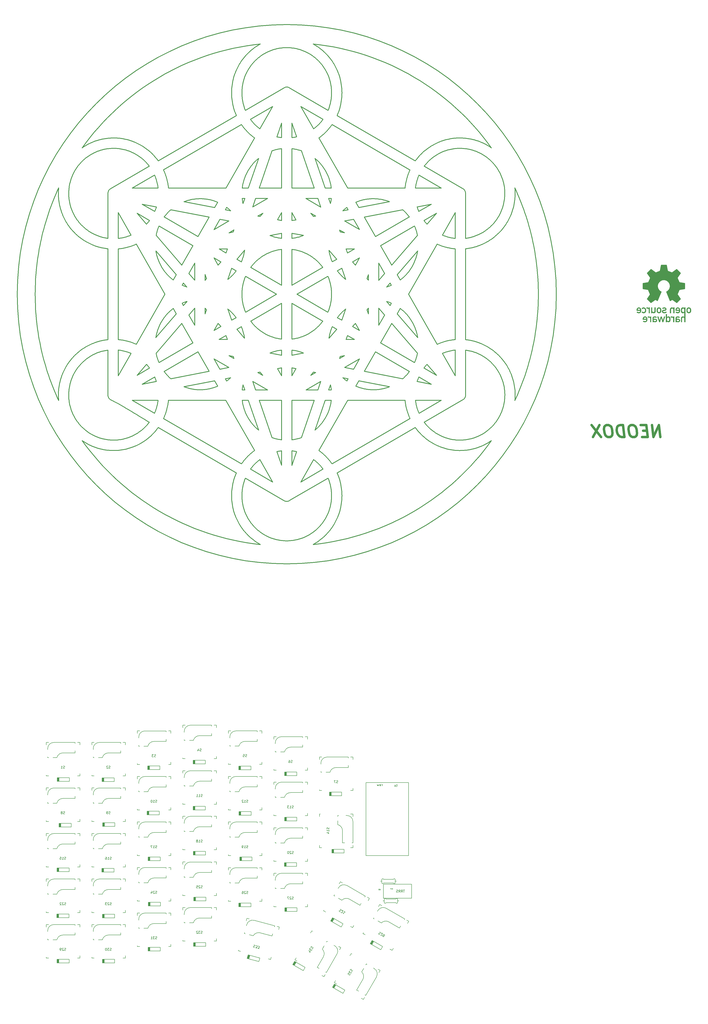
<source format=gbo>
G04 #@! TF.GenerationSoftware,KiCad,Pcbnew,(6.0.11)*
G04 #@! TF.CreationDate,2023-02-13T19:32:05+01:00*
G04 #@! TF.ProjectId,retrex,6e656f64-6f78-42e6-9b69-6361645f7063,1.0*
G04 #@! TF.SameCoordinates,Original*
G04 #@! TF.FileFunction,Legend,Bot*
G04 #@! TF.FilePolarity,Positive*
%FSLAX46Y46*%
G04 Gerber Fmt 4.6, Leading zero omitted, Abs format (unit mm)*
G04 Created by KiCad (PCBNEW (6.0.11)) date 2023-02-13 19:32:05*
%MOMM*%
%LPD*%
G01*
G04 APERTURE LIST*
%ADD10C,0.300000*%
%ADD11C,0.000000*%
%ADD12C,1.000000*%
%ADD13C,0.150000*%
%ADD14C,0.200000*%
G04 APERTURE END LIST*
D10*
X71329418Y216342738D02*
X70853518Y216208791D01*
X70380498Y216064610D01*
X69910538Y215910240D01*
X69443812Y215745730D01*
X68980499Y215571128D01*
X68520777Y215386481D01*
X68064822Y215191837D01*
X67612811Y214987244D01*
X67164923Y214772748D01*
X66721334Y214548399D01*
X66282222Y214314243D01*
X65847764Y214070329D01*
X65418137Y213816703D01*
X64993519Y213553415D01*
X64574086Y213280510D01*
X64160018Y212998038D01*
X196961468Y145975338D02*
X197218539Y145777770D01*
X197471455Y145576330D01*
X197720198Y145371083D01*
X197964750Y145162094D01*
X198205092Y144949427D01*
X198441207Y144733148D01*
X198673078Y144513321D01*
X198900686Y144290013D01*
X199124014Y144063287D01*
X199343044Y143833209D01*
X199557758Y143599843D01*
X199768139Y143363256D01*
X199974168Y143123512D01*
X200175827Y142880676D01*
X200373100Y142634813D01*
X200565968Y142385988D01*
X219878318Y128624388D02*
X219878318Y117881988D01*
X167190968Y133581138D02*
X167236684Y133884927D01*
X167287500Y134188473D01*
X167343432Y134491718D01*
X167404497Y134794600D01*
X167470711Y135097060D01*
X167542089Y135399039D01*
X167618648Y135700476D01*
X167700405Y136001313D01*
X167787375Y136301488D01*
X167879576Y136600942D01*
X167977023Y136899616D01*
X168079732Y137197450D01*
X168187719Y137494384D01*
X168301002Y137790358D01*
X168419596Y138085312D01*
X168543518Y138379188D01*
X44569418Y151915038D02*
X44579701Y153398518D01*
X44610459Y154877040D01*
X44661557Y156350472D01*
X44732856Y157818679D01*
X44824220Y159281528D01*
X44935513Y160738885D01*
X45066598Y162190615D01*
X45217338Y163636586D01*
X45387596Y165076663D01*
X45577235Y166510713D01*
X45786120Y167938602D01*
X46014113Y169360196D01*
X46261077Y170775362D01*
X46526875Y172183965D01*
X46811372Y173585873D01*
X47114430Y174980950D01*
X47435912Y176369064D01*
X47775683Y177750080D01*
X48133604Y179123866D01*
X48509540Y180490287D01*
X48903353Y181849209D01*
X49314907Y183200498D01*
X49744065Y184544022D01*
X50190691Y185879645D01*
X50654647Y187207235D01*
X51135798Y188526658D01*
X51634005Y189837779D01*
X52149134Y191140466D01*
X52681046Y192434584D01*
X53229605Y193719999D01*
X53794674Y194996578D01*
X54376118Y196264188D01*
X187959368Y157730088D02*
X187959368Y164878038D01*
X171607268Y178726188D02*
X173629568Y177550338D01*
X210360518Y89807838D02*
X210395618Y89787738D01*
X124162718Y196228788D02*
X100200818Y196228788D01*
X226710368Y91684038D02*
X226265828Y91569845D01*
X225818738Y91466539D01*
X225369313Y91374175D01*
X224917764Y91292812D01*
X224464307Y91222506D01*
X224009155Y91163315D01*
X223552520Y91115296D01*
X223094618Y91078506D01*
X222635660Y91053004D01*
X222175862Y91038846D01*
X221715436Y91036089D01*
X221254596Y91044791D01*
X220793555Y91065010D01*
X220332528Y91096802D01*
X219871728Y91140226D01*
X219411368Y91195338D01*
X85103318Y107614038D02*
X95850368Y107613888D01*
X61053068Y203317788D02*
X61079618Y203367138D01*
X143442818Y211760688D02*
X143799355Y211880473D01*
X144159150Y211993227D01*
X144522126Y212098866D01*
X144888201Y212197304D01*
X145257297Y212288456D01*
X145629334Y212372237D01*
X146004233Y212448560D01*
X146381915Y212517341D01*
X146762300Y212578495D01*
X147145310Y212631937D01*
X147402068Y212663238D01*
X124804268Y170807238D02*
X124232018Y169142988D01*
X148316318Y65861388D02*
X148594216Y65693425D01*
X148897118Y65568438D01*
X149220944Y65490475D01*
X149561618Y65463588D01*
X126134018Y117069138D02*
X125889558Y116845736D01*
X125640509Y116626142D01*
X125386893Y116410427D01*
X125128735Y116198664D01*
X124866059Y115990925D01*
X124598889Y115787282D01*
X124490768Y115706988D01*
X132053018Y191879388D02*
X131317418Y189741138D01*
X133549118Y196228788D02*
X130987718Y196228788D01*
X191239268Y154920888D02*
X192696668Y156615288D01*
X183293618Y112205838D02*
X182982661Y112249250D01*
X182671904Y112298104D01*
X182361412Y112352419D01*
X182051252Y112412212D01*
X181741489Y112477500D01*
X181432189Y112548302D01*
X181123418Y112624636D01*
X180815243Y112706519D01*
X180507728Y112793968D01*
X180200940Y112887003D01*
X179894945Y112985640D01*
X179589808Y113089898D01*
X179285596Y113199793D01*
X178982375Y113315345D01*
X178680210Y113436570D01*
X178379168Y113563488D01*
X125359418Y121340838D02*
X121670618Y120625638D01*
X238074218Y100464588D02*
X237832021Y100054006D01*
X237581206Y99651871D01*
X237321964Y99258233D01*
X237054482Y98873144D01*
X236778951Y98496653D01*
X236495559Y98128813D01*
X236204495Y97769674D01*
X235905949Y97419288D01*
X235600109Y97077704D01*
X235287166Y96744974D01*
X234967308Y96421150D01*
X234640725Y96106281D01*
X234307604Y95800420D01*
X233968137Y95503616D01*
X233622512Y95215922D01*
X233270918Y94937388D01*
X132266168Y60644538D02*
X132100199Y61062283D01*
X131943934Y61485065D01*
X131797512Y61912743D01*
X131661072Y62345179D01*
X131534752Y62782234D01*
X131418689Y63223768D01*
X131313023Y63669643D01*
X131217893Y64119719D01*
X131133435Y64573857D01*
X131059790Y65031919D01*
X130997094Y65493765D01*
X130945488Y65959255D01*
X130905108Y66428252D01*
X130876095Y66900616D01*
X130858585Y67376207D01*
X130852718Y67854888D01*
X105723968Y164066988D02*
X95045168Y176483688D01*
X170570168Y77352438D02*
X203190218Y96317838D01*
X223564868Y195591738D02*
X223327234Y195798676D01*
X223061466Y195969432D01*
X222930368Y196034988D01*
X202895168Y123407388D02*
X188741018Y131636988D01*
X233256818Y208894338D02*
X233608438Y208615803D01*
X233954086Y208328109D01*
X234293573Y208031305D01*
X234626709Y207725444D01*
X234953305Y207410575D01*
X235273172Y207086751D01*
X235586120Y206754021D01*
X235891961Y206412438D01*
X236190506Y206062051D01*
X236481564Y205702912D01*
X236764948Y205335072D01*
X237040467Y204958581D01*
X237307933Y204573492D01*
X237567156Y204179854D01*
X237817947Y203777719D01*
X238060118Y203367138D01*
X233371568Y173874888D02*
X233406368Y173896188D01*
X124155218Y107613888D02*
X136144568Y86701638D01*
X162790868Y222652488D02*
X162556520Y222420556D01*
X162318147Y222192794D01*
X162075816Y221969250D01*
X161829593Y221749975D01*
X161579544Y221535017D01*
X161325738Y221324425D01*
X161068240Y221118249D01*
X160807118Y220916538D01*
X65820968Y173844288D02*
X65818268Y173839338D01*
X150810818Y237965238D02*
X150532352Y238134278D01*
X150228518Y238260175D01*
X149903533Y238338766D01*
X149561618Y238365888D01*
X175174868Y187177338D02*
X172973018Y186750588D01*
X130852718Y151912488D02*
X130858585Y152391194D01*
X130876095Y152866808D01*
X130905108Y153339190D01*
X130945488Y153808202D01*
X130997094Y154273702D01*
X131059790Y154735554D01*
X131133435Y155193616D01*
X131217893Y155647750D01*
X131313023Y156097816D01*
X131418689Y156543676D01*
X131534752Y156985189D01*
X131661072Y157422217D01*
X131797512Y157854620D01*
X131943934Y158282259D01*
X132100199Y158704995D01*
X132266168Y159122688D01*
X164585918Y140680188D02*
X164378289Y140404898D01*
X164165737Y140133475D01*
X163948330Y139865990D01*
X163726136Y139602513D01*
X163499225Y139343113D01*
X163267664Y139087863D01*
X163031522Y138836830D01*
X162790868Y138590088D01*
X121668218Y183199938D02*
X125366468Y182482788D01*
X174146468Y145713738D02*
X172543868Y141054138D01*
X167083418Y191879388D02*
X168159968Y191879388D01*
X106715768Y113306088D02*
X119474168Y115778538D01*
X204189968Y169979388D02*
X204139297Y169675834D01*
X204083766Y169373144D01*
X204023391Y169071389D01*
X203958190Y168770641D01*
X203888179Y168470973D01*
X203813376Y168172456D01*
X203782118Y168053388D01*
X179650268Y115780188D02*
X192423218Y113304738D01*
X200552018Y161446038D02*
X200359918Y161198169D01*
X200163375Y160953206D01*
X199962407Y160711214D01*
X199757032Y160472259D01*
X199547267Y160236405D01*
X199333131Y160003718D01*
X199114642Y159774263D01*
X198891818Y159548106D01*
X198664676Y159325312D01*
X198433235Y159105945D01*
X198197513Y158890072D01*
X197957528Y158677757D01*
X197713298Y158469066D01*
X197464841Y158264064D01*
X197212175Y158062816D01*
X196955318Y157865388D01*
X128281118Y76718088D02*
X128075951Y76201880D01*
X127882780Y75679826D01*
X127701774Y75152098D01*
X127533105Y74618873D01*
X127376945Y74080323D01*
X127233465Y73536625D01*
X127102836Y72987953D01*
X126985230Y72434481D01*
X126880818Y71876385D01*
X126789772Y71313838D01*
X126712262Y70747016D01*
X126648461Y70176093D01*
X126598540Y69601244D01*
X126562669Y69022644D01*
X126541022Y68440467D01*
X126533768Y67854888D01*
X147402068Y217257288D02*
X147092026Y217295657D01*
X146783636Y217339024D01*
X146476947Y217387354D01*
X146172006Y217440613D01*
X145868861Y217498766D01*
X145567561Y217561779D01*
X145447568Y217588338D01*
X173630918Y126274938D02*
X171607118Y125098038D01*
X96238268Y123411288D02*
X96087387Y123771636D01*
X95944465Y124133735D01*
X95809471Y124497474D01*
X95682376Y124862746D01*
X95563148Y125229440D01*
X95451758Y125597448D01*
X95348174Y125966661D01*
X95252367Y126336970D01*
X95164305Y126708265D01*
X95083960Y127080438D01*
X95034668Y127328988D01*
X233406368Y173896188D02*
X233904797Y174195807D01*
X234393001Y174505966D01*
X234870918Y174826433D01*
X235338485Y175156977D01*
X235795640Y175497366D01*
X236242322Y175847367D01*
X236678468Y176206750D01*
X237104018Y176575281D01*
X237518907Y176952730D01*
X237923076Y177338865D01*
X238316461Y177733453D01*
X238699000Y178136263D01*
X239070633Y178547064D01*
X239431296Y178965622D01*
X239780928Y179391708D01*
X240119468Y179825088D01*
X115483118Y160115238D02*
X116069318Y158411088D01*
X219878318Y175205838D02*
X219515228Y175248752D01*
X219153124Y175298730D01*
X218792116Y175355746D01*
X218432318Y175419775D01*
X218073841Y175490794D01*
X217716799Y175568777D01*
X217361303Y175653699D01*
X217007468Y175745538D01*
X218855918Y86894988D02*
X219423614Y86826894D01*
X219991572Y86773147D01*
X220559531Y86733675D01*
X221127229Y86708409D01*
X221694404Y86697276D01*
X222260794Y86700205D01*
X222826138Y86717127D01*
X223390174Y86747969D01*
X223952640Y86792661D01*
X224513274Y86851132D01*
X225071816Y86923310D01*
X225628003Y87009126D01*
X226181573Y87108507D01*
X226732265Y87221384D01*
X227279817Y87347684D01*
X227823968Y87487338D01*
X101160518Y116650938D02*
X100877502Y116902797D01*
X100598990Y117161046D01*
X100325095Y117425654D01*
X100055930Y117696586D01*
X99791610Y117973811D01*
X99532246Y118257296D01*
X99277954Y118547009D01*
X99028846Y118842916D01*
X98785036Y119144985D01*
X98546638Y119453183D01*
X98390768Y119662038D01*
X174968168Y107613738D02*
X198951068Y107613738D01*
X212353718Y172823238D02*
X212676917Y172679005D01*
X213002102Y172539855D01*
X213329208Y172405803D01*
X213658171Y172276862D01*
X213988928Y172153044D01*
X214321414Y172034364D01*
X214655567Y171920833D01*
X214991322Y171812467D01*
X215328616Y171709278D01*
X215667384Y171611280D01*
X215894018Y171548838D01*
X165593618Y107613888D02*
X168137018Y107613738D01*
X128552768Y226477788D02*
X95954018Y207524988D01*
X204752168Y201602988D02*
X213995918Y196228788D01*
X166857218Y201156138D02*
X166974046Y200865111D01*
X167086170Y200571608D01*
X167193541Y200275674D01*
X167296113Y199977358D01*
X167393838Y199676705D01*
X167486671Y199373763D01*
X167574563Y199068579D01*
X167657468Y198761200D01*
X167735338Y198451673D01*
X167808127Y198140045D01*
X167875787Y197826363D01*
X167938272Y197510673D01*
X167995535Y197193024D01*
X168047528Y196873462D01*
X168094204Y196552034D01*
X168135518Y196228788D01*
X238116818Y100531188D02*
X238076018Y100463688D01*
X162532868Y111946488D02*
X157604318Y111946488D01*
X168137018Y107613738D02*
X168095828Y107289622D01*
X168049240Y106967333D01*
X167997303Y106646916D01*
X167940065Y106328418D01*
X167877574Y106011886D01*
X167809877Y105697368D01*
X167737024Y105384909D01*
X167659061Y105074556D01*
X167576038Y104766357D01*
X167488002Y104460358D01*
X167395002Y104156606D01*
X167297085Y103855148D01*
X167194301Y103556030D01*
X167086696Y103259299D01*
X166974318Y102965003D01*
X166857218Y102673188D01*
X101167118Y187172988D02*
X117190418Y184067388D01*
X254569418Y151915038D02*
X254559155Y150433001D01*
X254528458Y148955912D01*
X254477462Y147483903D01*
X254406304Y146017108D01*
X254315121Y144555660D01*
X254204047Y143099693D01*
X254073221Y141649340D01*
X253922777Y140204734D01*
X253752852Y138766009D01*
X253563583Y137333299D01*
X253355105Y135906735D01*
X253127554Y134486453D01*
X252881068Y133072585D01*
X252615782Y131665265D01*
X252331832Y130264625D01*
X252029355Y128870800D01*
X251708487Y127483923D01*
X251369364Y126104126D01*
X251012122Y124731545D01*
X250636898Y123366311D01*
X250243828Y122008558D01*
X249833047Y120658420D01*
X249404693Y119316030D01*
X248958902Y117981522D01*
X248495809Y116655028D01*
X248015551Y115336682D01*
X247518265Y114026618D01*
X247004085Y112724969D01*
X246473150Y111431868D01*
X245925594Y110147448D01*
X245361555Y108871844D01*
X244781168Y107605188D01*
X203782118Y168053388D02*
X203658192Y167609382D01*
X203523606Y167168511D01*
X203378414Y166730988D01*
X203222676Y166297030D01*
X203056448Y165866853D01*
X202879788Y165440671D01*
X202692752Y165018700D01*
X202495399Y164601156D01*
X202287785Y164188255D01*
X202069969Y163780211D01*
X201842006Y163377241D01*
X201603956Y162979560D01*
X201355874Y162587384D01*
X201097819Y162200927D01*
X200829848Y161820407D01*
X200552018Y161446038D01*
X128281118Y227111688D02*
X128397803Y226833133D01*
X128517858Y226556496D01*
X128552768Y226477788D01*
X203288618Y107613738D02*
X214017818Y107613738D01*
X200565968Y142385988D02*
X200843799Y142011597D01*
X201111775Y141631066D01*
X201369837Y141244609D01*
X201617927Y140852439D01*
X201855987Y140454769D01*
X202083958Y140051811D01*
X202301784Y139643780D01*
X202509405Y139230888D01*
X202706764Y138813348D01*
X202893803Y138391373D01*
X203070464Y137965177D01*
X203236689Y137534973D01*
X203392420Y137100974D01*
X203537599Y136663393D01*
X203672167Y136222443D01*
X203796068Y135778338D01*
X98122718Y100044588D02*
X98281760Y100394292D01*
X98434958Y100746412D01*
X98582286Y101100865D01*
X98723721Y101457566D01*
X98859239Y101816431D01*
X98988816Y102177376D01*
X99112430Y102540319D01*
X99230055Y102905174D01*
X99341669Y103271859D01*
X99447247Y103640289D01*
X99514268Y103886838D01*
X162532718Y191879388D02*
X163764818Y188296338D01*
X110383268Y172193988D02*
X105723968Y164066988D01*
X136332218Y165235038D02*
X136660593Y165557791D01*
X136996491Y165872377D01*
X137339757Y166178636D01*
X137690233Y166476409D01*
X138047766Y166765538D01*
X138412198Y167045862D01*
X138783376Y167317223D01*
X139161143Y167579463D01*
X139545343Y167832420D01*
X139935821Y168075938D01*
X140332422Y168309856D01*
X140734989Y168534016D01*
X141143368Y168748258D01*
X141557403Y168952423D01*
X141976938Y169146353D01*
X142401818Y169329888D01*
X87084818Y185740038D02*
X92308868Y182702538D01*
X168449318Y81120138D02*
X168228246Y81433821D01*
X168002220Y81743537D01*
X167771296Y82049227D01*
X167535536Y82350831D01*
X167294998Y82648291D01*
X167049742Y82941546D01*
X166799826Y83230538D01*
X166545311Y83515206D01*
X166286256Y83795493D01*
X166022719Y84071338D01*
X165844568Y84252738D01*
X160571618Y256342488D02*
X163432609Y256004896D01*
X166269588Y255591155D01*
X169081498Y255102321D01*
X171867284Y254539448D01*
X174625890Y253903592D01*
X177356258Y253195808D01*
X180057334Y252417151D01*
X182728061Y251568677D01*
X185367383Y250651439D01*
X187974244Y249666495D01*
X190547587Y248614898D01*
X193086357Y247497704D01*
X195589497Y246315968D01*
X198055952Y245070746D01*
X200484665Y243763092D01*
X202874580Y242394063D01*
X205224641Y240964711D01*
X207533792Y239476094D01*
X209800977Y237929267D01*
X212025139Y236325283D01*
X214205223Y234665200D01*
X216340172Y232950071D01*
X218428931Y231180952D01*
X220470443Y229358898D01*
X222463651Y227484965D01*
X224407501Y225560207D01*
X226300936Y223585680D01*
X228142899Y221562439D01*
X229932335Y219491539D01*
X231668188Y217374035D01*
X233349400Y215210983D01*
X234974918Y213003438D01*
X79249268Y132988938D02*
X79249268Y170841438D01*
X147402068Y86571438D02*
X147402068Y80554788D01*
X95045168Y176483688D02*
X95120233Y176857447D01*
X95203027Y177230409D01*
X95293580Y177602459D01*
X95391922Y177973478D01*
X95498086Y178343352D01*
X95612102Y178711964D01*
X95734002Y179079196D01*
X95863816Y179444934D01*
X96001576Y179809059D01*
X96147313Y180171457D01*
X96248918Y180412038D01*
D11*
G36*
X305891202Y145027113D02*
G01*
X305886649Y144947657D01*
X305880192Y144874246D01*
X305871784Y144806405D01*
X305861378Y144743660D01*
X305848926Y144685539D01*
X305834380Y144631569D01*
X305817693Y144581276D01*
X305798818Y144534188D01*
X305777707Y144489830D01*
X305754313Y144447729D01*
X305728588Y144407413D01*
X305700484Y144368408D01*
X305669955Y144330241D01*
X305636952Y144292439D01*
X305611289Y144265083D01*
X305583453Y144237655D01*
X305553355Y144210408D01*
X305520905Y144183596D01*
X305486015Y144157473D01*
X305448594Y144132291D01*
X305408553Y144108305D01*
X305365804Y144085767D01*
X305343385Y144075121D01*
X305320256Y144064932D01*
X305296405Y144055232D01*
X305271820Y144046052D01*
X305246492Y144037425D01*
X305220408Y144029382D01*
X305193558Y144021954D01*
X305165929Y144015174D01*
X305137512Y144009073D01*
X305108295Y144003682D01*
X305078267Y143999034D01*
X305047416Y143995160D01*
X305015732Y143992091D01*
X304983202Y143989860D01*
X304949817Y143988499D01*
X304915565Y143988038D01*
X304847881Y143989860D01*
X304783627Y143995160D01*
X304722713Y144003682D01*
X304665048Y144015174D01*
X304610544Y144029382D01*
X304559110Y144046053D01*
X304510657Y144064933D01*
X304465095Y144085768D01*
X304422335Y144108306D01*
X304382286Y144132292D01*
X304344859Y144157474D01*
X304309964Y144183597D01*
X304277512Y144210409D01*
X304247413Y144237656D01*
X304219576Y144265083D01*
X304193913Y144292439D01*
X304160914Y144330242D01*
X304130393Y144368413D01*
X304102302Y144407424D01*
X304076594Y144447747D01*
X304053220Y144489855D01*
X304032131Y144534221D01*
X304013280Y144581318D01*
X303996618Y144631618D01*
X303982096Y144685593D01*
X303969668Y144743717D01*
X303959284Y144806462D01*
X303950896Y144874301D01*
X303944456Y144947706D01*
X303939916Y145027150D01*
X303937228Y145113106D01*
X303936386Y145201415D01*
X304414312Y145201415D01*
X304415686Y145084227D01*
X304417476Y145033341D01*
X304420067Y144987043D01*
X304423507Y144944920D01*
X304427846Y144906561D01*
X304433132Y144871553D01*
X304439415Y144839482D01*
X304446742Y144809937D01*
X304455163Y144782505D01*
X304464726Y144756773D01*
X304475481Y144732328D01*
X304487476Y144708759D01*
X304500760Y144685652D01*
X304515382Y144662595D01*
X304531391Y144639176D01*
X304538208Y144630019D01*
X304545479Y144621008D01*
X304561339Y144603465D01*
X304578873Y144586622D01*
X304597985Y144570554D01*
X304618581Y144555337D01*
X304640563Y144541047D01*
X304663837Y144527759D01*
X304688305Y144515549D01*
X304713873Y144504492D01*
X304740444Y144494665D01*
X304767923Y144486142D01*
X304796212Y144478999D01*
X304825217Y144473312D01*
X304854842Y144469156D01*
X304884990Y144466607D01*
X304915566Y144465741D01*
X304946098Y144466606D01*
X304976214Y144469151D01*
X305005815Y144473300D01*
X305034804Y144478980D01*
X305063084Y144486115D01*
X305090557Y144494630D01*
X305117127Y144504449D01*
X305142694Y144515499D01*
X305167162Y144527704D01*
X305190434Y144540988D01*
X305212412Y144555278D01*
X305232998Y144570497D01*
X305252095Y144586572D01*
X305269605Y144603427D01*
X305285431Y144620986D01*
X305299476Y144639176D01*
X305315488Y144662597D01*
X305330118Y144685661D01*
X305343416Y144708789D01*
X305355428Y144732401D01*
X305366202Y144756914D01*
X305375788Y144782749D01*
X305384233Y144810325D01*
X305391585Y144840061D01*
X305397891Y144872377D01*
X305403202Y144907692D01*
X305407563Y144946425D01*
X305411023Y144988996D01*
X305413631Y145035825D01*
X305415434Y145087329D01*
X305416481Y145143930D01*
X305416819Y145206046D01*
X305415434Y145323244D01*
X305413631Y145374143D01*
X305411023Y145420455D01*
X305407563Y145462594D01*
X305403202Y145500970D01*
X305397891Y145535994D01*
X305391585Y145568079D01*
X305384233Y145597635D01*
X305375788Y145625074D01*
X305366202Y145650807D01*
X305355428Y145675246D01*
X305343416Y145698802D01*
X305330118Y145721886D01*
X305315488Y145744911D01*
X305299476Y145768286D01*
X305292683Y145777443D01*
X305285431Y145786454D01*
X305269605Y145803997D01*
X305252095Y145820841D01*
X305232998Y145836909D01*
X305212412Y145852125D01*
X305190434Y145866415D01*
X305167162Y145879703D01*
X305142694Y145891913D01*
X305117127Y145902970D01*
X305090557Y145912797D01*
X305063084Y145921320D01*
X305034804Y145928463D01*
X305005815Y145934150D01*
X304976214Y145938306D01*
X304946098Y145940855D01*
X304915566Y145941722D01*
X304884990Y145940857D01*
X304854842Y145938312D01*
X304825217Y145934162D01*
X304796212Y145928482D01*
X304767923Y145921347D01*
X304740444Y145912833D01*
X304713873Y145903013D01*
X304688305Y145891963D01*
X304663837Y145879759D01*
X304640563Y145866474D01*
X304618581Y145852185D01*
X304597985Y145836965D01*
X304578873Y145820890D01*
X304561339Y145804036D01*
X304545479Y145786476D01*
X304531391Y145768286D01*
X304515382Y145744909D01*
X304500760Y145721877D01*
X304487476Y145698771D01*
X304475481Y145675173D01*
X304464726Y145650665D01*
X304455163Y145624829D01*
X304446742Y145597247D01*
X304439415Y145567500D01*
X304433132Y145535170D01*
X304427846Y145499839D01*
X304423507Y145461089D01*
X304420067Y145418502D01*
X304417476Y145371659D01*
X304415686Y145320142D01*
X304414647Y145263533D01*
X304414312Y145201415D01*
X303936386Y145201415D01*
X303936342Y145206046D01*
X303937228Y145298214D01*
X303939916Y145383489D01*
X303944456Y145462337D01*
X303950896Y145535226D01*
X303959284Y145602621D01*
X303969668Y145664991D01*
X303982096Y145722802D01*
X303996618Y145776522D01*
X304013280Y145826617D01*
X304032131Y145873554D01*
X304053220Y145917801D01*
X304076594Y145959824D01*
X304102302Y146000091D01*
X304130393Y146039069D01*
X304160914Y146077224D01*
X304193913Y146115023D01*
X304219576Y146142382D01*
X304247412Y146169819D01*
X304277512Y146197079D01*
X304309964Y146223907D01*
X304344859Y146250051D01*
X304382286Y146275255D01*
X304422334Y146299265D01*
X304465095Y146321828D01*
X304487520Y146332486D01*
X304510657Y146342688D01*
X304534516Y146352400D01*
X304559110Y146361591D01*
X304584448Y146370230D01*
X304610543Y146378284D01*
X304637406Y146385722D01*
X304665048Y146392512D01*
X304693479Y146398622D01*
X304722712Y146404021D01*
X304752758Y146408676D01*
X304783627Y146412556D01*
X304815331Y146415630D01*
X304847881Y146417864D01*
X304881289Y146419228D01*
X304915565Y146419690D01*
X304983202Y146417864D01*
X305047416Y146412556D01*
X305108295Y146404021D01*
X305165929Y146392512D01*
X305220407Y146378284D01*
X305271820Y146361591D01*
X305320255Y146342687D01*
X305365803Y146321827D01*
X305408553Y146299264D01*
X305448593Y146275254D01*
X305486014Y146250050D01*
X305520905Y146223906D01*
X305553355Y146197078D01*
X305583453Y146169818D01*
X305611289Y146142382D01*
X305636952Y146115023D01*
X305669955Y146077202D01*
X305700484Y146039031D01*
X305728588Y146000042D01*
X305754313Y145959769D01*
X305777707Y145917743D01*
X305798818Y145873496D01*
X305817693Y145826562D01*
X305834380Y145776472D01*
X305848926Y145722760D01*
X305861378Y145664956D01*
X305871784Y145602595D01*
X305880192Y145535207D01*
X305886649Y145462326D01*
X305891202Y145383484D01*
X305893899Y145298213D01*
X305894788Y145206046D01*
X305893899Y145113084D01*
X305891202Y145027113D01*
G37*
D10*
X147402068Y117880938D02*
X145694018Y120860238D01*
X98587568Y161445438D02*
X98309655Y161819830D01*
X98041605Y162200363D01*
X97783476Y162586823D01*
X97535327Y162978993D01*
X97297214Y163376659D01*
X97069197Y163779606D01*
X96851333Y164187618D01*
X96643680Y164600481D01*
X96446296Y165017979D01*
X96259239Y165439898D01*
X96082568Y165866022D01*
X95916339Y166296135D01*
X95760612Y166730024D01*
X95615444Y167167472D01*
X95480893Y167608265D01*
X95357018Y168052188D01*
X147402068Y155671638D02*
X134540618Y163149288D01*
X128456018Y161686638D02*
X128264741Y161431525D01*
X128069740Y161180437D01*
X127871076Y160933390D01*
X127668810Y160690398D01*
X127463006Y160451480D01*
X127253724Y160216651D01*
X127041026Y159985927D01*
X126824974Y159759325D01*
X126605629Y159536861D01*
X126383054Y159318551D01*
X126157310Y159104411D01*
X125928459Y158894458D01*
X125696562Y158688708D01*
X125461682Y158487177D01*
X125223880Y158289881D01*
X124983218Y158096838D01*
D11*
G36*
X297508238Y145281491D02*
G01*
X297509743Y145196787D01*
X297508102Y145107596D01*
X297503258Y145022648D01*
X297495329Y144941850D01*
X297484434Y144865110D01*
X297470690Y144792335D01*
X297454217Y144723433D01*
X297435133Y144658310D01*
X297413555Y144596876D01*
X297389603Y144539036D01*
X297363394Y144484698D01*
X297335048Y144433771D01*
X297304682Y144386160D01*
X297272414Y144341774D01*
X297238364Y144300521D01*
X297202649Y144262307D01*
X297165388Y144227040D01*
X297126700Y144194628D01*
X297086701Y144164977D01*
X297045512Y144137996D01*
X297003250Y144113592D01*
X296960034Y144091672D01*
X296915981Y144072143D01*
X296825841Y144039891D01*
X296733778Y144016096D01*
X296640737Y144000015D01*
X296547666Y143990910D01*
X296455512Y143988040D01*
X296395959Y143989369D01*
X296336814Y143993402D01*
X296278161Y144000208D01*
X296220084Y144009855D01*
X296162664Y144022412D01*
X296105986Y144037948D01*
X296050132Y144056531D01*
X295995186Y144078229D01*
X295941230Y144103112D01*
X295888348Y144131248D01*
X295836623Y144162705D01*
X295786138Y144197552D01*
X295736977Y144235858D01*
X295689221Y144277691D01*
X295642955Y144323120D01*
X295598262Y144372214D01*
X295944998Y144667225D01*
X295972005Y144640709D01*
X296000220Y144615652D01*
X296029543Y144592092D01*
X296059869Y144570061D01*
X296091098Y144549594D01*
X296123127Y144530726D01*
X296155854Y144513492D01*
X296189176Y144497925D01*
X296222991Y144484060D01*
X296257197Y144471932D01*
X296291690Y144461575D01*
X296326370Y144453025D01*
X296361134Y144446314D01*
X296395879Y144441478D01*
X296430503Y144438551D01*
X296464904Y144437567D01*
X296495395Y144438144D01*
X296525336Y144439873D01*
X296554699Y144442754D01*
X296583457Y144446785D01*
X296611582Y144451967D01*
X296639047Y144458298D01*
X296665825Y144465776D01*
X296691887Y144474403D01*
X296717208Y144484175D01*
X296741759Y144495093D01*
X296765513Y144507156D01*
X296788442Y144520363D01*
X296810520Y144534712D01*
X296831719Y144550204D01*
X296852012Y144566837D01*
X296871371Y144584610D01*
X296889768Y144603523D01*
X296907177Y144623574D01*
X296923570Y144644763D01*
X296938920Y144667089D01*
X296953199Y144690551D01*
X296966380Y144715147D01*
X296978435Y144740879D01*
X296989338Y144767743D01*
X296999061Y144795740D01*
X297007576Y144824868D01*
X297014856Y144855128D01*
X297020874Y144886517D01*
X297025602Y144919035D01*
X297029013Y144952681D01*
X297031080Y144987454D01*
X297031775Y145023354D01*
X295551299Y145023354D01*
X295551299Y145416787D01*
X296029269Y145416787D01*
X297031777Y145416787D01*
X297030322Y145450137D01*
X297027710Y145482492D01*
X297023965Y145513848D01*
X297019110Y145544201D01*
X297013170Y145573547D01*
X297006170Y145601881D01*
X296998132Y145629199D01*
X296989081Y145655497D01*
X296979042Y145680771D01*
X296968037Y145705017D01*
X296956092Y145728230D01*
X296943230Y145750406D01*
X296929476Y145771542D01*
X296914853Y145791632D01*
X296899385Y145810673D01*
X296883097Y145828660D01*
X296866012Y145845590D01*
X296848155Y145861458D01*
X296829550Y145876260D01*
X296810220Y145889992D01*
X296790190Y145902649D01*
X296769484Y145914227D01*
X296748125Y145924723D01*
X296726139Y145934132D01*
X296703549Y145942449D01*
X296680378Y145949671D01*
X296656652Y145955793D01*
X296632394Y145960812D01*
X296607628Y145964723D01*
X296582378Y145967521D01*
X296556669Y145969204D01*
X296530524Y145969765D01*
X296504393Y145969204D01*
X296478723Y145967521D01*
X296453536Y145964723D01*
X296428854Y145960812D01*
X296404698Y145955793D01*
X296381088Y145949671D01*
X296358047Y145942449D01*
X296335596Y145934131D01*
X296313756Y145924723D01*
X296292549Y145914227D01*
X296271995Y145902648D01*
X296252117Y145889991D01*
X296232936Y145876259D01*
X296214472Y145861457D01*
X296196748Y145845589D01*
X296179785Y145828660D01*
X296163604Y145810672D01*
X296148226Y145791631D01*
X296133673Y145771541D01*
X296119967Y145750405D01*
X296107128Y145728229D01*
X296095178Y145705016D01*
X296084138Y145680770D01*
X296074030Y145655496D01*
X296064875Y145629198D01*
X296056694Y145601880D01*
X296049509Y145573546D01*
X296043341Y145544201D01*
X296038212Y145513848D01*
X296034143Y145482492D01*
X296031155Y145450137D01*
X296029269Y145416787D01*
X295551299Y145416787D01*
X295551299Y145416920D01*
X295552620Y145473815D01*
X295556535Y145529360D01*
X295562974Y145583527D01*
X295571866Y145636284D01*
X295583141Y145687601D01*
X295596729Y145737450D01*
X295612558Y145785800D01*
X295630558Y145832620D01*
X295650659Y145877882D01*
X295672790Y145921554D01*
X295696881Y145963608D01*
X295722860Y146004013D01*
X295750659Y146042739D01*
X295780205Y146079756D01*
X295811428Y146115034D01*
X295844259Y146148543D01*
X295878626Y146180254D01*
X295914458Y146210136D01*
X295951686Y146238159D01*
X295990239Y146264294D01*
X296030045Y146288510D01*
X296071036Y146310778D01*
X296113139Y146331067D01*
X296156285Y146349348D01*
X296200403Y146365590D01*
X296245423Y146379764D01*
X296291274Y146391839D01*
X296337885Y146401786D01*
X296385186Y146409575D01*
X296433106Y146415175D01*
X296481575Y146418558D01*
X296530522Y146419692D01*
X296617234Y146416097D01*
X296704510Y146404997D01*
X296748094Y146396485D01*
X296791501Y146385919D01*
X296834623Y146373241D01*
X296877356Y146358391D01*
X296919592Y146341310D01*
X296961226Y146321939D01*
X297002151Y146300219D01*
X297042260Y146276091D01*
X297081449Y146249495D01*
X297119611Y146220373D01*
X297156638Y146188666D01*
X297192426Y146154314D01*
X297226868Y146117258D01*
X297259858Y146077440D01*
X297291289Y146034799D01*
X297321056Y145989278D01*
X297349051Y145940816D01*
X297375170Y145889356D01*
X297399305Y145834836D01*
X297421350Y145777200D01*
X297441200Y145716387D01*
X297458748Y145652338D01*
X297473887Y145584995D01*
X297486512Y145514297D01*
X297496517Y145440187D01*
X297498712Y145416787D01*
X297503794Y145362605D01*
X297508238Y145281491D01*
G37*
D10*
X151721168Y175229538D02*
X151721168Y177374988D01*
X92303918Y121123938D02*
X87092468Y118093788D01*
X95954018Y207524988D02*
X95768834Y207779556D01*
X95579893Y208031949D01*
X95554418Y208065438D01*
X239925818Y189067938D02*
X239801942Y188623962D01*
X239667391Y188183124D01*
X239522222Y187745637D01*
X239366493Y187311716D01*
X239200263Y186881578D01*
X239023588Y186455437D01*
X238836526Y186033508D01*
X238639136Y185616006D01*
X238431475Y185203147D01*
X238213601Y184795145D01*
X237985572Y184392216D01*
X237747445Y183994574D01*
X237499278Y183602436D01*
X237241130Y183216015D01*
X236973057Y182835527D01*
X236695118Y182461188D01*
D11*
G36*
X305133053Y140976287D02*
G01*
X305142710Y140976287D01*
X305681401Y142639456D01*
X306028138Y142639456D01*
X306566829Y140976287D01*
X306576222Y140976287D01*
X307030777Y142639456D01*
X307536660Y142639456D01*
X306777703Y140264159D01*
X306356088Y140264159D01*
X305859466Y141927464D01*
X305850074Y141927464D01*
X305353451Y140264159D01*
X304931573Y140264159D01*
X304172747Y142639456D01*
X304678896Y142639456D01*
X305133053Y140976287D01*
G37*
D10*
X199625018Y103885338D02*
X199726294Y103516714D01*
X199833598Y103149771D01*
X199946905Y102784590D01*
X200066193Y102421255D01*
X200191437Y102059846D01*
X200322614Y101700447D01*
X200459700Y101343139D01*
X200602671Y100988005D01*
X200751503Y100635128D01*
X200906173Y100284590D01*
X201012518Y100052238D01*
X147402068Y128600838D02*
X147402068Y126451788D01*
X206832518Y121118238D02*
X207021828Y121371271D01*
X207214812Y121620321D01*
X207411408Y121865380D01*
X207611554Y122106442D01*
X207815188Y122343499D01*
X208022248Y122576544D01*
X208106018Y122668638D01*
X155696918Y211754988D02*
X161036618Y196228788D01*
X124496468Y188132538D02*
X124769501Y187927675D01*
X125037899Y187718559D01*
X125301642Y187505266D01*
X125560709Y187287871D01*
X125815079Y187066449D01*
X126064732Y186841076D01*
X126163268Y186749838D01*
X130987718Y196228788D02*
X131029006Y196552034D01*
X131075664Y196873462D01*
X131127646Y197193024D01*
X131184902Y197510673D01*
X131247386Y197826363D01*
X131315050Y198140045D01*
X131387847Y198451673D01*
X131465730Y198761200D01*
X131548650Y199068579D01*
X131636561Y199373763D01*
X131729415Y199676705D01*
X131827164Y199977358D01*
X131929762Y200275674D01*
X132037160Y200571608D01*
X132149311Y200865111D01*
X132266168Y201156138D01*
X138316418Y82913388D02*
X143680418Y73557438D01*
X170682368Y161693088D02*
X172542518Y162774588D01*
X88786118Y89811138D02*
X88787318Y89809338D01*
X153690968Y86238138D02*
X151721168Y80510238D01*
D11*
G36*
X309681939Y141088706D02*
G01*
X309677151Y141017749D01*
X309671073Y140953633D01*
X309663622Y140895706D01*
X309654716Y140843316D01*
X309644272Y140795811D01*
X309632207Y140752539D01*
X309618440Y140712848D01*
X309602886Y140676085D01*
X309585465Y140641599D01*
X309566093Y140608737D01*
X309544688Y140576848D01*
X309521167Y140545279D01*
X309494814Y140512461D01*
X309466699Y140480865D01*
X309436814Y140450614D01*
X309405153Y140421830D01*
X309371709Y140394640D01*
X309336473Y140369165D01*
X309299440Y140345529D01*
X309260602Y140323856D01*
X309219951Y140304270D01*
X309198944Y140295298D01*
X309177481Y140286895D01*
X309155561Y140279074D01*
X309133184Y140271853D01*
X309110349Y140265246D01*
X309087054Y140259269D01*
X309063298Y140253937D01*
X309039082Y140249266D01*
X309014404Y140245271D01*
X308989262Y140241968D01*
X308963657Y140239372D01*
X308937588Y140237499D01*
X308911052Y140236363D01*
X308884050Y140235982D01*
X308838646Y140237287D01*
X308793859Y140241145D01*
X308749758Y140247463D01*
X308706413Y140256152D01*
X308663892Y140267122D01*
X308622263Y140280281D01*
X308581596Y140295541D01*
X308541960Y140312810D01*
X308503423Y140331998D01*
X308466053Y140353016D01*
X308429921Y140375772D01*
X308395094Y140400176D01*
X308361641Y140426139D01*
X308329631Y140453569D01*
X308299134Y140482376D01*
X308270217Y140512471D01*
X308270217Y140264159D01*
X307792379Y140264159D01*
X307792379Y141453990D01*
X308270217Y141453990D01*
X308272092Y141322640D01*
X308275312Y141256939D01*
X308280831Y141192079D01*
X308289233Y141128706D01*
X308301101Y141067462D01*
X308317019Y141008994D01*
X308326679Y140981001D01*
X308337570Y140953944D01*
X308349765Y140927903D01*
X308363338Y140902958D01*
X308378360Y140879190D01*
X308394906Y140856680D01*
X308413047Y140835507D01*
X308432858Y140815753D01*
X308454410Y140797498D01*
X308477777Y140780823D01*
X308503031Y140765808D01*
X308530246Y140752533D01*
X308559495Y140741080D01*
X308590850Y140731529D01*
X308624385Y140723959D01*
X308660171Y140718453D01*
X308698284Y140715091D01*
X308738794Y140713952D01*
X308779725Y140715024D01*
X308818232Y140718198D01*
X308854388Y140723403D01*
X308888267Y140730574D01*
X308919942Y140739641D01*
X308949489Y140750538D01*
X308976980Y140763197D01*
X309002489Y140777549D01*
X309026090Y140793527D01*
X309047856Y140811064D01*
X309067863Y140830091D01*
X309086182Y140850541D01*
X309102889Y140872346D01*
X309118057Y140895438D01*
X309131759Y140919750D01*
X309144070Y140945214D01*
X309155063Y140971762D01*
X309164812Y140999326D01*
X309173391Y141027838D01*
X309180873Y141057231D01*
X309187333Y141087438D01*
X309192844Y141118389D01*
X309201315Y141182257D01*
X309206876Y141248293D01*
X309210117Y141315955D01*
X309211629Y141384702D01*
X309212002Y141453990D01*
X309210117Y141590595D01*
X309206876Y141657688D01*
X309201315Y141723241D01*
X309192844Y141786706D01*
X309180873Y141847534D01*
X309164812Y141905175D01*
X309155063Y141932629D01*
X309144070Y141959080D01*
X309131759Y141984460D01*
X309118057Y142008700D01*
X309102889Y142031732D01*
X309086182Y142053486D01*
X309067863Y142073895D01*
X309047856Y142092889D01*
X309026090Y142110399D01*
X309002489Y142126359D01*
X308976980Y142140697D01*
X308949489Y142153347D01*
X308919942Y142164238D01*
X308888267Y142173304D01*
X308854388Y142180474D01*
X308818232Y142185681D01*
X308779725Y142188855D01*
X308738794Y142189929D01*
X308698284Y142188788D01*
X308660171Y142185422D01*
X308624385Y142179912D01*
X308590850Y142172338D01*
X308559495Y142162783D01*
X308530246Y142151329D01*
X308503031Y142138056D01*
X308477777Y142123047D01*
X308454410Y142106383D01*
X308432858Y142088145D01*
X308413047Y142068416D01*
X308394906Y142047277D01*
X308378360Y142024809D01*
X308363338Y142001094D01*
X308349765Y141976213D01*
X308337570Y141950249D01*
X308326679Y141923282D01*
X308317019Y141895395D01*
X308308517Y141866669D01*
X308301101Y141837185D01*
X308294697Y141807025D01*
X308289233Y141776271D01*
X308280831Y141713306D01*
X308275312Y141648943D01*
X308272092Y141583834D01*
X308270588Y141518632D01*
X308270217Y141453990D01*
X307792379Y141453990D01*
X307792379Y143600157D01*
X308270217Y143600157D01*
X308270217Y142386513D01*
X308303777Y142417467D01*
X308337722Y142447020D01*
X308372105Y142475090D01*
X308406982Y142501596D01*
X308442407Y142526455D01*
X308478437Y142549584D01*
X308515125Y142570902D01*
X308552527Y142590325D01*
X308590698Y142607772D01*
X308629693Y142623159D01*
X308669568Y142636405D01*
X308710376Y142647428D01*
X308752173Y142656144D01*
X308795015Y142662472D01*
X308838955Y142666330D01*
X308884050Y142667634D01*
X308937588Y142666119D01*
X308989262Y142661658D01*
X309039082Y142654372D01*
X309087054Y142644383D01*
X309133184Y142631815D01*
X309177481Y142616790D01*
X309219951Y142599430D01*
X309260602Y142579858D01*
X309299440Y142558196D01*
X309336473Y142534566D01*
X309371709Y142509092D01*
X309405153Y142481896D01*
X309436814Y142453099D01*
X309466699Y142422826D01*
X309494814Y142391197D01*
X309521167Y142358336D01*
X309544688Y142326815D01*
X309566093Y142294974D01*
X309585465Y142262166D01*
X309602886Y142227748D01*
X309610891Y142209732D01*
X309618439Y142191072D01*
X309625541Y142171686D01*
X309632207Y142151493D01*
X309638447Y142130413D01*
X309644271Y142108365D01*
X309654715Y142061044D01*
X309663622Y142008882D01*
X309671073Y141951234D01*
X309677151Y141887455D01*
X309681939Y141816899D01*
X309685519Y141738920D01*
X309687974Y141652873D01*
X309689387Y141558111D01*
X309689839Y141453990D01*
X309687974Y141253753D01*
X309681939Y141088706D01*
G37*
D10*
X226696418Y212147688D02*
X227137278Y212022906D01*
X227575019Y211887383D01*
X228009428Y211741175D01*
X228440292Y211584339D01*
X228867398Y211416934D01*
X229290535Y211239016D01*
X229709489Y211050644D01*
X230124049Y210851875D01*
X230534001Y210642766D01*
X230939134Y210423376D01*
X231339234Y210193761D01*
X231734090Y209953980D01*
X232123489Y209704089D01*
X232507218Y209444147D01*
X232885065Y209174210D01*
X233256818Y208894338D01*
D11*
G36*
X307247809Y146416518D02*
G01*
X307337222Y146407812D01*
X307423108Y146393328D01*
X307505076Y146373086D01*
X307582735Y146347105D01*
X307619827Y146331970D01*
X307655694Y146315408D01*
X307690289Y146297422D01*
X307723561Y146278014D01*
X307755463Y146257188D01*
X307785946Y146234945D01*
X307814960Y146211288D01*
X307842456Y146186219D01*
X307868386Y146159742D01*
X307892701Y146131859D01*
X307915352Y146102573D01*
X307936290Y146071885D01*
X307955466Y146039799D01*
X307972831Y146006316D01*
X307988336Y145971441D01*
X308001932Y145935175D01*
X308013571Y145897520D01*
X308023204Y145858480D01*
X308030781Y145818057D01*
X308036253Y145776254D01*
X308039573Y145733072D01*
X308040690Y145688515D01*
X308039845Y145650824D01*
X308037332Y145614151D01*
X308033185Y145578503D01*
X308027439Y145543885D01*
X308020128Y145510301D01*
X308011287Y145477758D01*
X308000949Y145446260D01*
X307989150Y145415812D01*
X307975923Y145386420D01*
X307961304Y145358089D01*
X307945325Y145330824D01*
X307928023Y145304631D01*
X307909430Y145279514D01*
X307889581Y145255480D01*
X307868511Y145232532D01*
X307846254Y145210677D01*
X307822845Y145189919D01*
X307798317Y145170265D01*
X307772705Y145151718D01*
X307746044Y145134285D01*
X307718367Y145117970D01*
X307689710Y145102779D01*
X307660106Y145088717D01*
X307629590Y145075789D01*
X307598196Y145064001D01*
X307565958Y145053357D01*
X307532911Y145043863D01*
X307499090Y145035525D01*
X307429260Y145022334D01*
X307356743Y145013827D01*
X306934996Y144976388D01*
X306904679Y144973320D01*
X306875377Y144969250D01*
X306847222Y144964062D01*
X306820343Y144957639D01*
X306794869Y144949866D01*
X306770929Y144940626D01*
X306748655Y144929805D01*
X306738182Y144923765D01*
X306728175Y144917285D01*
X306718648Y144910353D01*
X306709618Y144902952D01*
X306701102Y144895069D01*
X306693115Y144886689D01*
X306685675Y144877798D01*
X306678796Y144868381D01*
X306672495Y144858423D01*
X306666789Y144847911D01*
X306661693Y144836829D01*
X306657225Y144825163D01*
X306653399Y144812899D01*
X306650233Y144800023D01*
X306647742Y144786519D01*
X306645942Y144772373D01*
X306644851Y144757571D01*
X306644483Y144742098D01*
X306645057Y144723499D01*
X306646762Y144705477D01*
X306649576Y144688035D01*
X306653478Y144671172D01*
X306658444Y144654890D01*
X306664452Y144639190D01*
X306671480Y144624072D01*
X306679505Y144609537D01*
X306688506Y144595586D01*
X306698459Y144582219D01*
X306709341Y144569438D01*
X306721132Y144557243D01*
X306733808Y144545636D01*
X306747347Y144534616D01*
X306761726Y144524185D01*
X306776924Y144514343D01*
X306792917Y144505092D01*
X306809683Y144496431D01*
X306827201Y144488363D01*
X306845447Y144480887D01*
X306864398Y144474005D01*
X306884034Y144467717D01*
X306904331Y144462024D01*
X306925266Y144456927D01*
X306946818Y144452426D01*
X306968964Y144448523D01*
X306991682Y144445219D01*
X307014949Y144442513D01*
X307038743Y144440407D01*
X307063041Y144438902D01*
X307087821Y144437998D01*
X307113061Y144437697D01*
X307171711Y144438901D01*
X307228276Y144442508D01*
X307282865Y144448512D01*
X307335587Y144456908D01*
X307386554Y144467690D01*
X307435873Y144480852D01*
X307483656Y144496388D01*
X307530011Y144514293D01*
X307575048Y144534560D01*
X307618877Y144557185D01*
X307661608Y144582160D01*
X307703350Y144609480D01*
X307744213Y144639140D01*
X307784307Y144671134D01*
X307823741Y144705455D01*
X307862625Y144742098D01*
X308195207Y144414281D01*
X308137508Y144362402D01*
X308078634Y144313918D01*
X308018620Y144268823D01*
X307957500Y144227109D01*
X307895308Y144188770D01*
X307832080Y144153799D01*
X307767850Y144122190D01*
X307702652Y144093936D01*
X307636521Y144069031D01*
X307569491Y144047468D01*
X307501596Y144029241D01*
X307432872Y144014342D01*
X307363353Y144002766D01*
X307293073Y143994505D01*
X307222066Y143989553D01*
X307150367Y143987904D01*
X307048212Y143991016D01*
X306949365Y144000281D01*
X306854279Y144015599D01*
X306763408Y144036866D01*
X306677204Y144063981D01*
X306596120Y144096839D01*
X306520609Y144135340D01*
X306485085Y144156673D01*
X306451124Y144179379D01*
X306418782Y144203444D01*
X306388117Y144228856D01*
X306359185Y144255601D01*
X306332042Y144283667D01*
X306306745Y144313041D01*
X306283351Y144343710D01*
X306261917Y144375661D01*
X306242498Y144408882D01*
X306225152Y144443360D01*
X306209935Y144479081D01*
X306196904Y144516033D01*
X306186115Y144554204D01*
X306177625Y144593580D01*
X306171490Y144634149D01*
X306167768Y144675898D01*
X306166515Y144718814D01*
X306168843Y144788954D01*
X306175923Y144856962D01*
X306187901Y144922562D01*
X306195772Y144954373D01*
X306204921Y144985479D01*
X306215367Y145015845D01*
X306227128Y145045437D01*
X306240223Y145074220D01*
X306254668Y145102161D01*
X306270483Y145129224D01*
X306287685Y145155375D01*
X306306292Y145180580D01*
X306326323Y145204804D01*
X306347797Y145228013D01*
X306370729Y145250173D01*
X306395140Y145271249D01*
X306421047Y145291207D01*
X306448469Y145310011D01*
X306477422Y145327629D01*
X306507927Y145344025D01*
X306539999Y145359165D01*
X306573659Y145373015D01*
X306608923Y145385540D01*
X306645810Y145396705D01*
X306684339Y145406477D01*
X306724526Y145414821D01*
X306766391Y145421702D01*
X306809951Y145427086D01*
X306855225Y145430939D01*
X307248793Y145458853D01*
X307291690Y145463366D01*
X307330872Y145469727D01*
X307366471Y145477814D01*
X307398618Y145487503D01*
X307427442Y145498671D01*
X307440648Y145504771D01*
X307453074Y145511195D01*
X307464734Y145517927D01*
X307475645Y145524951D01*
X307485824Y145532253D01*
X307495286Y145539816D01*
X307504048Y145547627D01*
X307512127Y145555668D01*
X307526298Y145572382D01*
X307537932Y145589835D01*
X307547157Y145607905D01*
X307554104Y145626468D01*
X307558905Y145645401D01*
X307561690Y145664580D01*
X307562589Y145683882D01*
X307562284Y145699111D01*
X307561358Y145714081D01*
X307559791Y145728776D01*
X307557567Y145743182D01*
X307554666Y145757285D01*
X307551072Y145771069D01*
X307546766Y145784520D01*
X307541731Y145797624D01*
X307535947Y145810365D01*
X307529398Y145822729D01*
X307522065Y145834701D01*
X307513930Y145846267D01*
X307504975Y145857412D01*
X307495182Y145868121D01*
X307484534Y145878380D01*
X307473011Y145888173D01*
X307460597Y145897487D01*
X307447273Y145906306D01*
X307433022Y145914616D01*
X307417824Y145922402D01*
X307401663Y145929650D01*
X307384520Y145936344D01*
X307366377Y145942471D01*
X307347216Y145948014D01*
X307327020Y145952961D01*
X307305769Y145957296D01*
X307283447Y145961004D01*
X307260035Y145964071D01*
X307235516Y145966482D01*
X307209870Y145968222D01*
X307183081Y145969277D01*
X307155130Y145969632D01*
X307107540Y145968598D01*
X307061399Y145965545D01*
X307016618Y145960540D01*
X306973108Y145953654D01*
X306930780Y145944955D01*
X306889545Y145934513D01*
X306849314Y145922398D01*
X306809998Y145908679D01*
X306771509Y145893425D01*
X306733757Y145876706D01*
X306696654Y145858590D01*
X306660110Y145839148D01*
X306624036Y145818448D01*
X306588344Y145796561D01*
X306552945Y145773554D01*
X306517750Y145749499D01*
X306222738Y146095971D01*
X306267236Y146132043D01*
X306312960Y146166387D01*
X306360041Y146198919D01*
X306408610Y146229557D01*
X306458798Y146258219D01*
X306510737Y146284821D01*
X306564557Y146309281D01*
X306620390Y146331517D01*
X306678368Y146351446D01*
X306738620Y146368986D01*
X306801279Y146384054D01*
X306866475Y146396567D01*
X306934341Y146406444D01*
X307005006Y146413600D01*
X307078603Y146417955D01*
X307155262Y146419425D01*
X307247809Y146416518D01*
G37*
D10*
X136332368Y249297288D02*
X136660717Y249620066D01*
X136996592Y249934670D01*
X137339837Y250240942D01*
X137690296Y250538723D01*
X138047814Y250827854D01*
X138412235Y251108178D01*
X138783403Y251379536D01*
X139161161Y251641769D01*
X139545355Y251894719D01*
X139935829Y252138227D01*
X140332426Y252372136D01*
X140734992Y252596287D01*
X141143369Y252810521D01*
X141557403Y253014679D01*
X141976938Y253208604D01*
X142401818Y253392138D01*
X65906318Y208912188D02*
X66276734Y209190213D01*
X66653219Y209458378D01*
X67035560Y209716627D01*
X67423546Y209964904D01*
X67816967Y210203153D01*
X68215611Y210431320D01*
X68619267Y210649348D01*
X69027724Y210857181D01*
X69440770Y211054765D01*
X69858195Y211242043D01*
X70279787Y211418961D01*
X70705335Y211585462D01*
X71134629Y211741490D01*
X71567456Y211886991D01*
X72003606Y212021909D01*
X72442868Y212146188D01*
X151721168Y170629638D02*
X152049373Y170588995D01*
X152375718Y170542701D01*
X152700153Y170490807D01*
X153022628Y170433365D01*
X153343095Y170370425D01*
X153661502Y170302038D01*
X153977802Y170228257D01*
X154291943Y170149131D01*
X154603876Y170064713D01*
X154913551Y169975053D01*
X155220920Y169880203D01*
X155525932Y169780213D01*
X155828537Y169675136D01*
X156128686Y169565022D01*
X156426329Y169449922D01*
X156721418Y169329888D01*
X151721168Y80510238D02*
X151721168Y86572488D01*
X179914718Y136768638D02*
X177057068Y138429888D01*
X174902918Y134681838D02*
X177763418Y133018638D01*
X120752318Y190280388D02*
X119471918Y188046588D01*
X224876468Y132875088D02*
X224558207Y132915076D01*
X224239736Y132950491D01*
X224197268Y132954888D01*
X179652668Y188045088D02*
X178373618Y190276038D01*
X174330818Y170807238D02*
X177757268Y170807238D01*
X83231318Y132284388D02*
X82864558Y132380043D01*
X82496205Y132469639D01*
X82126339Y132553154D01*
X81755042Y132630565D01*
X81382399Y132701848D01*
X81008489Y132766981D01*
X80633397Y132825941D01*
X80257204Y132878704D01*
X79879993Y132925248D01*
X79501845Y132965549D01*
X79249268Y132988938D01*
X67910318Y126209238D02*
X68323688Y126442689D01*
X68740398Y126664502D01*
X69160258Y126874728D01*
X69583078Y127073418D01*
X70008666Y127260623D01*
X70436835Y127436395D01*
X70867392Y127600785D01*
X71300149Y127753844D01*
X71734915Y127895622D01*
X72171500Y128026173D01*
X72609714Y128145545D01*
X73049367Y128253791D01*
X73490269Y128350963D01*
X73932230Y128437110D01*
X74375059Y128512284D01*
X74818568Y128576538D01*
X166857218Y243185238D02*
X167023134Y242767492D01*
X167179352Y242344710D01*
X167325733Y241917032D01*
X167462139Y241484596D01*
X167588431Y241047541D01*
X167704469Y240606007D01*
X167810115Y240160132D01*
X167905230Y239710056D01*
X167989675Y239255918D01*
X168063311Y238797856D01*
X168126000Y238336010D01*
X168177602Y237870520D01*
X168217979Y237401523D01*
X168246991Y236929159D01*
X168264500Y236453568D01*
X168270368Y235974888D01*
X108710768Y143230938D02*
X111164018Y146083788D01*
X130963268Y191879388D02*
X132053018Y191879388D01*
X132266168Y228764688D02*
X132100199Y229182410D01*
X131943934Y229605177D01*
X131797512Y230032849D01*
X131661072Y230465284D01*
X131534752Y230902343D01*
X131418689Y231343884D01*
X131313023Y231789766D01*
X131217893Y232239850D01*
X131133435Y232693994D01*
X131059790Y233152059D01*
X130997094Y233613902D01*
X130945488Y234079384D01*
X130905108Y234548365D01*
X130876095Y235020702D01*
X130858585Y235496257D01*
X130852718Y235974888D01*
X190418168Y160589238D02*
X187959368Y157730088D01*
X145446968Y86238138D02*
X145747866Y86303515D01*
X146050498Y86364047D01*
X146354840Y86419679D01*
X146660867Y86470356D01*
X146968557Y86516024D01*
X147277884Y86556627D01*
X147402068Y86571438D01*
X74930318Y109803438D02*
X74948971Y109490822D01*
X75002318Y109220988D01*
X171607118Y125098038D02*
X171896018Y125938638D01*
D11*
G36*
X318333377Y145027113D02*
G01*
X318328837Y144947657D01*
X318322397Y144874246D01*
X318314009Y144806405D01*
X318303625Y144743660D01*
X318291197Y144685539D01*
X318276676Y144631569D01*
X318260014Y144581276D01*
X318241162Y144534188D01*
X318220074Y144489830D01*
X318196699Y144447729D01*
X318170991Y144407413D01*
X318142900Y144368408D01*
X318112379Y144330241D01*
X318079379Y144292439D01*
X318053715Y144265083D01*
X318025874Y144237655D01*
X317995769Y144210408D01*
X317963310Y144183596D01*
X317928407Y144157473D01*
X317890972Y144132291D01*
X317850915Y144108305D01*
X317808148Y144085767D01*
X317785720Y144075121D01*
X317762581Y144064932D01*
X317738720Y144055232D01*
X317714125Y144046052D01*
X317688786Y144037425D01*
X317662691Y144029382D01*
X317635829Y144021954D01*
X317608189Y144015174D01*
X317579761Y144009073D01*
X317550531Y144003682D01*
X317520491Y143999034D01*
X317489628Y143995160D01*
X317457931Y143992091D01*
X317425390Y143989860D01*
X317391993Y143988499D01*
X317357728Y143988038D01*
X317290090Y143989860D01*
X317225872Y143995160D01*
X317164986Y144003682D01*
X317107343Y144015174D01*
X317052855Y144029382D01*
X317001431Y144046053D01*
X316952984Y144064933D01*
X316907424Y144085768D01*
X316864662Y144108306D01*
X316824610Y144132292D01*
X316787177Y144157474D01*
X316752277Y144183597D01*
X316719819Y144210409D01*
X316689714Y144237656D01*
X316661874Y144265083D01*
X316636209Y144292439D01*
X316603208Y144330242D01*
X316572683Y144368413D01*
X316544586Y144407424D01*
X316518869Y144447747D01*
X316495484Y144489855D01*
X316474384Y144534221D01*
X316455521Y144581318D01*
X316438847Y144631618D01*
X316424313Y144685593D01*
X316411873Y144743717D01*
X316401478Y144806462D01*
X316393080Y144874301D01*
X316386632Y144947706D01*
X316382085Y145027150D01*
X316379392Y145113106D01*
X316378549Y145201415D01*
X316856475Y145201415D01*
X316857854Y145084227D01*
X316859650Y145033341D01*
X316862248Y144987043D01*
X316865697Y144944920D01*
X316870044Y144906561D01*
X316875338Y144871553D01*
X316881627Y144839482D01*
X316888959Y144809937D01*
X316897383Y144782505D01*
X316906947Y144756773D01*
X316917699Y144732328D01*
X316929688Y144708759D01*
X316942960Y144685652D01*
X316957566Y144662595D01*
X316973553Y144639176D01*
X316980382Y144630019D01*
X316987665Y144621008D01*
X317003544Y144603465D01*
X317021095Y144586622D01*
X317040222Y144570554D01*
X317060828Y144555337D01*
X317082819Y144541047D01*
X317106097Y144527759D01*
X317130567Y144515549D01*
X317156133Y144504492D01*
X317182699Y144494665D01*
X317210170Y144486142D01*
X317238449Y144478999D01*
X317267440Y144473312D01*
X317297047Y144469156D01*
X317327176Y144466607D01*
X317357728Y144465741D01*
X317388304Y144466606D01*
X317418452Y144469151D01*
X317448077Y144473300D01*
X317477082Y144478980D01*
X317505372Y144486115D01*
X317532850Y144494630D01*
X317559421Y144504449D01*
X317584989Y144515499D01*
X317609457Y144527704D01*
X317632731Y144540988D01*
X317654713Y144555278D01*
X317675309Y144570497D01*
X317694422Y144586572D01*
X317711955Y144603427D01*
X317727815Y144620986D01*
X317741903Y144639176D01*
X317757892Y144662597D01*
X317772502Y144685661D01*
X317785781Y144708789D01*
X317797778Y144732401D01*
X317808540Y144756914D01*
X317818115Y144782749D01*
X317826551Y144810325D01*
X317833896Y144840061D01*
X317840197Y144872377D01*
X317845503Y144907692D01*
X317849861Y144946425D01*
X317853320Y144988996D01*
X317855926Y145035825D01*
X317857729Y145087329D01*
X317858775Y145143930D01*
X317859114Y145206046D01*
X317857729Y145323244D01*
X317855926Y145374143D01*
X317853320Y145420455D01*
X317849861Y145462594D01*
X317845503Y145500970D01*
X317840197Y145535994D01*
X317833896Y145568079D01*
X317826551Y145597635D01*
X317818115Y145625074D01*
X317808540Y145650807D01*
X317797778Y145675246D01*
X317785781Y145698802D01*
X317772502Y145721886D01*
X317757892Y145744911D01*
X317741903Y145768286D01*
X317735086Y145777443D01*
X317727815Y145786454D01*
X317711955Y145803997D01*
X317694422Y145820841D01*
X317675309Y145836909D01*
X317654713Y145852125D01*
X317632731Y145866415D01*
X317609457Y145879703D01*
X317584989Y145891913D01*
X317559421Y145902970D01*
X317532850Y145912797D01*
X317505372Y145921320D01*
X317477082Y145928463D01*
X317448077Y145934150D01*
X317418452Y145938306D01*
X317388304Y145940855D01*
X317357728Y145941722D01*
X317327176Y145940857D01*
X317297047Y145938312D01*
X317267440Y145934162D01*
X317238449Y145928482D01*
X317210170Y145921347D01*
X317182699Y145912833D01*
X317156133Y145903013D01*
X317130567Y145891963D01*
X317106097Y145879759D01*
X317082819Y145866474D01*
X317060828Y145852185D01*
X317040222Y145836965D01*
X317021095Y145820890D01*
X317003544Y145804036D01*
X316987665Y145786476D01*
X316973553Y145768286D01*
X316957566Y145744909D01*
X316942960Y145721877D01*
X316929688Y145698771D01*
X316917699Y145675173D01*
X316906947Y145650665D01*
X316897383Y145624829D01*
X316888959Y145597247D01*
X316881627Y145567500D01*
X316875338Y145535170D01*
X316870044Y145499839D01*
X316865697Y145461089D01*
X316862248Y145418502D01*
X316859650Y145371659D01*
X316857854Y145320142D01*
X316856812Y145263533D01*
X316856475Y145201415D01*
X316378549Y145201415D01*
X316378505Y145206046D01*
X316379392Y145298214D01*
X316382085Y145383489D01*
X316386632Y145462337D01*
X316393080Y145535226D01*
X316401478Y145602621D01*
X316411873Y145664991D01*
X316424313Y145722802D01*
X316438847Y145776522D01*
X316455521Y145826617D01*
X316474384Y145873554D01*
X316495484Y145917801D01*
X316518869Y145959824D01*
X316544586Y146000091D01*
X316572683Y146039069D01*
X316603208Y146077224D01*
X316636209Y146115023D01*
X316661874Y146142382D01*
X316689714Y146169819D01*
X316719819Y146197079D01*
X316752277Y146223907D01*
X316787177Y146250051D01*
X316824610Y146275255D01*
X316864662Y146299265D01*
X316907424Y146321828D01*
X316929849Y146332486D01*
X316952984Y146342688D01*
X316976841Y146352400D01*
X317001431Y146361591D01*
X317026765Y146370230D01*
X317052855Y146378284D01*
X317079710Y146385722D01*
X317107343Y146392512D01*
X317135765Y146398622D01*
X317164986Y146404021D01*
X317195018Y146408676D01*
X317225872Y146412556D01*
X317257559Y146415630D01*
X317290090Y146417864D01*
X317323476Y146419228D01*
X317357728Y146419690D01*
X317425390Y146417864D01*
X317489628Y146412556D01*
X317550531Y146404021D01*
X317608189Y146392512D01*
X317662691Y146378284D01*
X317714125Y146361591D01*
X317762581Y146342687D01*
X317808148Y146321827D01*
X317850915Y146299264D01*
X317890972Y146275254D01*
X317928407Y146250050D01*
X317963310Y146223906D01*
X317995769Y146197078D01*
X318025874Y146169818D01*
X318053715Y146142382D01*
X318079379Y146115023D01*
X318112379Y146077202D01*
X318142900Y146039031D01*
X318170991Y146000042D01*
X318196699Y145959769D01*
X318220074Y145917743D01*
X318241162Y145873496D01*
X318260014Y145826562D01*
X318276676Y145776472D01*
X318291197Y145722760D01*
X318303625Y145664956D01*
X318314009Y145602595D01*
X318322397Y145535207D01*
X318328837Y145462326D01*
X318333377Y145383484D01*
X318336066Y145298213D01*
X318336951Y145206046D01*
X318336066Y145113084D01*
X318333377Y145027113D01*
G37*
D10*
X160572218Y47487738D02*
X160935511Y47691350D01*
X161294655Y47901244D01*
X161649573Y48117345D01*
X162000189Y48339578D01*
X162346429Y48567869D01*
X162688216Y48802142D01*
X163025475Y49042323D01*
X163358130Y49288338D01*
X163686106Y49540111D01*
X164009327Y49797568D01*
X164327717Y50060634D01*
X164641202Y50329234D01*
X164949705Y50603295D01*
X165253150Y50882740D01*
X165551463Y51167496D01*
X165844568Y51457488D01*
X62444168Y182459688D02*
X62166228Y182834027D01*
X61898155Y183214515D01*
X61640007Y183600936D01*
X61391840Y183993074D01*
X61153713Y184390716D01*
X60925684Y184793645D01*
X60707810Y185201647D01*
X60500149Y185614506D01*
X60302759Y186032008D01*
X60115697Y186453937D01*
X59939022Y186880078D01*
X59772792Y187310216D01*
X59617063Y187744137D01*
X59471894Y188181624D01*
X59337343Y188622462D01*
X59213468Y189066438D01*
X171896018Y125938638D02*
X173630918Y126274938D01*
X217021568Y128086188D02*
X217373696Y128177604D01*
X217727451Y128262166D01*
X218082728Y128339850D01*
X218439424Y128410638D01*
X218797434Y128474506D01*
X219156656Y128531434D01*
X219516985Y128581402D01*
X219878318Y128624388D01*
X162978818Y217128138D02*
X163264636Y217337955D01*
X163547045Y217551996D01*
X163825996Y217770216D01*
X164101440Y217992567D01*
X164373330Y218219003D01*
X164641616Y218449477D01*
X164906252Y218683942D01*
X165167189Y218922351D01*
X165424378Y219164658D01*
X165677771Y219410816D01*
X165844568Y219577038D01*
X193236818Y155672838D02*
X192928076Y155539227D01*
X192617979Y155411617D01*
X192306598Y155289986D01*
X191994005Y155174313D01*
X191680271Y155064579D01*
X191365471Y154960762D01*
X191239268Y154920888D01*
X142401818Y169329888D02*
X142696879Y169449922D01*
X142994500Y169565022D01*
X143294630Y169675136D01*
X143597219Y169780213D01*
X143902219Y169880203D01*
X144209578Y169975053D01*
X144519249Y170064713D01*
X144831180Y170149131D01*
X145145323Y170228257D01*
X145461627Y170302038D01*
X145780043Y170370425D01*
X146100522Y170433365D01*
X146423014Y170490807D01*
X146747468Y170542701D01*
X147073836Y170588995D01*
X147402068Y170629638D01*
X124983218Y158096838D02*
X126590918Y162770688D01*
X244763618Y196262238D02*
X245344926Y194994605D01*
X245909873Y193718013D01*
X246458321Y192432595D01*
X246990132Y191138483D01*
X247505170Y189835811D01*
X248003297Y188524712D01*
X248484376Y187205320D01*
X248948271Y185877768D01*
X249394842Y184542189D01*
X249823955Y183198716D01*
X250235470Y181847484D01*
X250629251Y180488624D01*
X251005162Y179122271D01*
X251363063Y177748557D01*
X251702819Y176367616D01*
X252024293Y174979581D01*
X252327346Y173584586D01*
X252611841Y172182764D01*
X252877642Y170774247D01*
X253124612Y169359171D01*
X253352612Y167937666D01*
X253561506Y166509868D01*
X253751157Y165075909D01*
X253921427Y163635923D01*
X254072179Y162190042D01*
X254203276Y160738401D01*
X254314581Y159281131D01*
X254405956Y157818368D01*
X254477265Y156350244D01*
X254528369Y154876892D01*
X254559133Y153398445D01*
X254569418Y151915038D01*
D11*
G36*
X310326049Y146418591D02*
G01*
X310372115Y146415294D01*
X310417223Y146409799D01*
X310461331Y146402107D01*
X310504398Y146392219D01*
X310546380Y146380134D01*
X310587238Y146365853D01*
X310626927Y146349376D01*
X310665408Y146330705D01*
X310702638Y146309838D01*
X310738574Y146286777D01*
X310773176Y146261522D01*
X310806401Y146234073D01*
X310838208Y146204431D01*
X310868554Y146172597D01*
X310897398Y146138569D01*
X310906923Y146138569D01*
X310906923Y146391513D01*
X311384760Y146391513D01*
X311384760Y144016215D01*
X310906923Y144016215D01*
X310906923Y145430808D01*
X310906336Y145460731D01*
X310904594Y145489848D01*
X310901718Y145518148D01*
X310897735Y145545622D01*
X310892666Y145572262D01*
X310886538Y145598056D01*
X310879373Y145622997D01*
X310871196Y145647075D01*
X310862030Y145670280D01*
X310851900Y145692603D01*
X310840830Y145714034D01*
X310828844Y145734565D01*
X310815965Y145754185D01*
X310802218Y145772887D01*
X310787628Y145790659D01*
X310772217Y145807493D01*
X310756010Y145823379D01*
X310739031Y145838309D01*
X310721303Y145852272D01*
X310702852Y145865259D01*
X310683701Y145877261D01*
X310663874Y145888269D01*
X310643396Y145898272D01*
X310622289Y145907263D01*
X310600578Y145915231D01*
X310578288Y145922167D01*
X310555442Y145928061D01*
X310532064Y145932905D01*
X310508178Y145936689D01*
X310483809Y145939403D01*
X310458980Y145941039D01*
X310433715Y145941586D01*
X310408871Y145941039D01*
X310384437Y145939403D01*
X310360436Y145936689D01*
X310336895Y145932905D01*
X310313838Y145928061D01*
X310291289Y145922167D01*
X310269274Y145915230D01*
X310247818Y145907262D01*
X310226946Y145898272D01*
X310206682Y145888268D01*
X310187051Y145877260D01*
X310168078Y145865258D01*
X310149788Y145852270D01*
X310132206Y145838307D01*
X310115357Y145823378D01*
X310099265Y145807491D01*
X310083956Y145790657D01*
X310069455Y145772885D01*
X310055785Y145754184D01*
X310042973Y145734563D01*
X310031043Y145714032D01*
X310020019Y145692601D01*
X310009928Y145670278D01*
X310000793Y145647073D01*
X309992639Y145622996D01*
X309985492Y145598055D01*
X309979377Y145572260D01*
X309974317Y145545621D01*
X309970339Y145518147D01*
X309967466Y145489847D01*
X309965724Y145460731D01*
X309965138Y145430808D01*
X309965138Y144016215D01*
X309487301Y144016215D01*
X309487301Y145594985D01*
X309488521Y145644769D01*
X309492126Y145693064D01*
X309498028Y145739863D01*
X309506140Y145785160D01*
X309516376Y145828951D01*
X309528649Y145871227D01*
X309542873Y145911985D01*
X309558961Y145951217D01*
X309576827Y145988917D01*
X309596383Y146025081D01*
X309617544Y146059701D01*
X309640222Y146092772D01*
X309664331Y146124288D01*
X309689784Y146154243D01*
X309716495Y146182631D01*
X309744377Y146209446D01*
X309773343Y146234681D01*
X309803307Y146258332D01*
X309834182Y146280392D01*
X309865882Y146300855D01*
X309898320Y146319716D01*
X309931409Y146336967D01*
X309965063Y146352604D01*
X309999195Y146366620D01*
X310068547Y146389767D01*
X310138771Y146406359D01*
X310209176Y146416349D01*
X310244229Y146418854D01*
X310279067Y146419690D01*
X310326049Y146418591D01*
G37*
D10*
X102173318Y157873938D02*
X101917270Y158071014D01*
X101665403Y158271882D01*
X101417731Y158476476D01*
X101174273Y158684730D01*
X100935045Y158896578D01*
X100700064Y159111956D01*
X100469347Y159330798D01*
X100242911Y159553038D01*
X100020773Y159778610D01*
X99802950Y160007450D01*
X99589458Y160239492D01*
X99380315Y160474670D01*
X99175538Y160712919D01*
X98975143Y160954174D01*
X98779147Y161198369D01*
X98587568Y161445438D01*
X79249268Y170841438D02*
X79629374Y170877496D01*
X80008578Y170919847D01*
X80386799Y170968468D01*
X80763957Y171023339D01*
X81139972Y171084440D01*
X81514764Y171151749D01*
X81888253Y171225246D01*
X82260358Y171304909D01*
X82631000Y171390719D01*
X83000099Y171482655D01*
X83245268Y171547338D01*
X210328718Y214016688D02*
X209828115Y213716798D01*
X209337727Y213406168D01*
X208857617Y213085033D01*
X208387849Y212753627D01*
X207928487Y212412185D01*
X207479595Y212060944D01*
X207041238Y211700137D01*
X206613480Y211330000D01*
X206196385Y210950768D01*
X205790016Y210562677D01*
X205394439Y210165961D01*
X205009718Y209760855D01*
X204635915Y209347594D01*
X204273097Y208926415D01*
X203921326Y208497551D01*
X203580668Y208061238D01*
X224305568Y175256538D02*
X224197268Y175242738D01*
X98756918Y151914738D02*
X86771768Y131009838D01*
X132383918Y159402738D02*
X145263068Y151914738D01*
X166814168Y228661038D02*
X150810818Y237965238D01*
X64160018Y212998038D02*
X65785308Y215205235D01*
X67466262Y217367974D01*
X69201827Y219485198D01*
X70990947Y221555852D01*
X72832567Y223578880D01*
X74725633Y225553226D01*
X76669090Y227477834D01*
X78661884Y229351649D01*
X80702959Y231173615D01*
X82791261Y232942676D01*
X84925735Y234657777D01*
X87105327Y236317861D01*
X89328981Y237921873D01*
X91595644Y239468757D01*
X93904259Y240957458D01*
X96253774Y242386919D01*
X98643132Y243756085D01*
X101071279Y245063900D01*
X103537161Y246309308D01*
X106039723Y247491254D01*
X108577910Y248608681D01*
X111150667Y249660535D01*
X113756939Y250645759D01*
X116395673Y251563298D01*
X119065813Y252412095D01*
X121766304Y253191095D01*
X124496092Y253899243D01*
X127254122Y254535482D01*
X130039339Y255098756D01*
X132850689Y255588011D01*
X135687117Y256002190D01*
X138547568Y256340238D01*
X82117718Y128087688D02*
X82434427Y127999331D01*
X82749553Y127905398D01*
X83063015Y127805920D01*
X83374736Y127700931D01*
X83684636Y127590465D01*
X83992635Y127474555D01*
X84298656Y127353235D01*
X84602618Y127226538D01*
X236695118Y182461188D02*
X236418552Y182107111D01*
X236132883Y181759048D01*
X235838161Y181417187D01*
X235534439Y181081720D01*
X235221766Y180752836D01*
X234900195Y180430727D01*
X234569776Y180115583D01*
X234230561Y179807594D01*
X233882601Y179506951D01*
X233525947Y179213844D01*
X233160650Y178928465D01*
X232786762Y178651002D01*
X232404333Y178381648D01*
X232013416Y178120592D01*
X231614060Y177868025D01*
X231206318Y177624138D01*
X149561618Y49014438D02*
X149086251Y49020343D01*
X148613960Y49037969D01*
X148144883Y49067176D01*
X147679157Y49107824D01*
X147216920Y49159777D01*
X146758308Y49222894D01*
X146303460Y49297037D01*
X145852511Y49382069D01*
X145405601Y49477849D01*
X144962865Y49584240D01*
X144524442Y49701102D01*
X144090468Y49828298D01*
X143661082Y49965688D01*
X143236420Y50113133D01*
X142816619Y50270496D01*
X142401818Y50437638D01*
D11*
G36*
X308068222Y164179852D02*
G01*
X308073247Y164179478D01*
X308078248Y164178862D01*
X308083217Y164178010D01*
X308088147Y164176929D01*
X308093030Y164175624D01*
X308097859Y164174102D01*
X308102626Y164172369D01*
X308107324Y164170431D01*
X308111945Y164168295D01*
X308120928Y164163451D01*
X308129514Y164157887D01*
X308137644Y164151651D01*
X308145258Y164144794D01*
X308152295Y164137364D01*
X308158696Y164129412D01*
X308161640Y164125255D01*
X308164402Y164120986D01*
X308166975Y164116611D01*
X308169352Y164112137D01*
X308171524Y164107568D01*
X308173486Y164102912D01*
X308175228Y164098175D01*
X308176744Y164093363D01*
X308178027Y164088481D01*
X308179067Y164083537D01*
X308597639Y161834182D01*
X308599980Y161824197D01*
X308603195Y161814178D01*
X308607229Y161804190D01*
X308612025Y161794298D01*
X308617529Y161784569D01*
X308623684Y161775067D01*
X308630434Y161765858D01*
X308637723Y161757007D01*
X308645496Y161748579D01*
X308653697Y161740639D01*
X308662270Y161733253D01*
X308671160Y161726487D01*
X308680309Y161720404D01*
X308689664Y161715072D01*
X308699167Y161710555D01*
X308708763Y161706918D01*
X310216491Y161089777D01*
X310225881Y161085654D01*
X310235834Y161082210D01*
X310246264Y161079439D01*
X310257082Y161077335D01*
X310268202Y161075893D01*
X310279536Y161075106D01*
X310290997Y161074968D01*
X310302498Y161075473D01*
X310313950Y161076615D01*
X310325266Y161078389D01*
X310336360Y161080787D01*
X310347144Y161083805D01*
X310357530Y161087436D01*
X310367431Y161091674D01*
X310376759Y161096513D01*
X310385428Y161101948D01*
X312264498Y162391527D01*
X312268743Y162394284D01*
X312273114Y162396827D01*
X312277601Y162399156D01*
X312282193Y162401272D01*
X312286882Y162403176D01*
X312291657Y162404869D01*
X312301430Y162407625D01*
X312311435Y162409547D01*
X312321595Y162410642D01*
X312331832Y162410917D01*
X312342071Y162410378D01*
X312352233Y162409034D01*
X312362243Y162406890D01*
X312372023Y162403954D01*
X312381496Y162400233D01*
X312390585Y162395734D01*
X312394962Y162393195D01*
X312399214Y162390463D01*
X312403332Y162387541D01*
X312407305Y162384428D01*
X312411125Y162381127D01*
X312414782Y162377636D01*
X313997520Y160795031D01*
X314000999Y160791363D01*
X314004291Y160787532D01*
X314007394Y160783547D01*
X314010309Y160779420D01*
X314013034Y160775159D01*
X314015569Y160770774D01*
X314017911Y160766275D01*
X314020061Y160761671D01*
X314022018Y160756972D01*
X314023780Y160752187D01*
X314026716Y160742400D01*
X314028863Y160732385D01*
X314030213Y160722221D01*
X314030758Y160711984D01*
X314030491Y160701752D01*
X314029404Y160691600D01*
X314028551Y160686578D01*
X314027490Y160681606D01*
X314026221Y160676692D01*
X314024742Y160671847D01*
X314023052Y160667079D01*
X314021151Y160662399D01*
X314019037Y160657817D01*
X314016709Y160653341D01*
X314014168Y160648981D01*
X314011411Y160644748D01*
X312744189Y158797957D01*
X312738785Y158789227D01*
X312733989Y158779863D01*
X312729805Y158769950D01*
X312726240Y158759573D01*
X312723299Y158748817D01*
X312720988Y158737767D01*
X312719312Y158726508D01*
X312718276Y158715125D01*
X312717887Y158703704D01*
X312718150Y158692328D01*
X312719071Y158681085D01*
X312720655Y158670057D01*
X312722908Y158659331D01*
X312725836Y158648992D01*
X312729444Y158639125D01*
X312733738Y158629814D01*
X313400488Y157074593D01*
X313402266Y157069811D01*
X313404271Y157065043D01*
X313408927Y157055581D01*
X313414392Y157046262D01*
X313420600Y157037144D01*
X313427486Y157028282D01*
X313434983Y157019733D01*
X313443027Y157011554D01*
X313451552Y157003800D01*
X313460493Y156996529D01*
X313469783Y156989796D01*
X313479358Y156983658D01*
X313489152Y156978171D01*
X313499099Y156973392D01*
X313509135Y156969377D01*
X313519193Y156966182D01*
X313524210Y156964911D01*
X313529207Y156963865D01*
X315703818Y156559449D01*
X315708774Y156558385D01*
X315713665Y156557081D01*
X315718486Y156555545D01*
X315723231Y156553786D01*
X315727893Y156551809D01*
X315732466Y156549622D01*
X315736945Y156547233D01*
X315741323Y156544649D01*
X315745593Y156541878D01*
X315749751Y156538926D01*
X315753790Y156535801D01*
X315757703Y156532511D01*
X315761485Y156529063D01*
X315765129Y156525464D01*
X315768630Y156521722D01*
X315771981Y156517844D01*
X315775177Y156513837D01*
X315778210Y156509708D01*
X315781075Y156505466D01*
X315783767Y156501117D01*
X315786278Y156496669D01*
X315788602Y156492129D01*
X315790735Y156487504D01*
X315792668Y156482803D01*
X315794397Y156478032D01*
X315795916Y156473198D01*
X315797217Y156468309D01*
X315798296Y156463373D01*
X315799145Y156458396D01*
X315799760Y156453386D01*
X315800133Y156448351D01*
X315800259Y156443297D01*
X315800126Y154205055D01*
X315800000Y154200000D01*
X315799626Y154194962D01*
X315799010Y154189947D01*
X315798158Y154184963D01*
X315797077Y154180019D01*
X315795772Y154175120D01*
X315794250Y154170276D01*
X315792517Y154165493D01*
X315788443Y154156143D01*
X315783599Y154147130D01*
X315778035Y154138516D01*
X315771799Y154130360D01*
X315764942Y154122723D01*
X315757513Y154115666D01*
X315749560Y154109250D01*
X315745404Y154106301D01*
X315741135Y154103535D01*
X315736760Y154100960D01*
X315732285Y154098582D01*
X315727716Y154096411D01*
X315723061Y154094452D01*
X315718323Y154092714D01*
X315713511Y154091205D01*
X315708630Y154089932D01*
X315703686Y154088902D01*
X313582389Y153694144D01*
X313577406Y153693120D01*
X313572410Y153691865D01*
X313562409Y153688690D01*
X313552450Y153684676D01*
X313542600Y153679881D01*
X313532923Y153674364D01*
X313523483Y153668183D01*
X313514346Y153661395D01*
X313505577Y153654060D01*
X313497240Y153646234D01*
X313489401Y153637977D01*
X313482124Y153629346D01*
X313475474Y153620400D01*
X313469517Y153611196D01*
X313464317Y153601793D01*
X313459939Y153592249D01*
X313458078Y153587442D01*
X313456447Y153582622D01*
X312794195Y151928315D01*
X312790097Y151918905D01*
X312786678Y151908940D01*
X312783932Y151898505D01*
X312781853Y151887687D01*
X312780435Y151876572D01*
X312779673Y151865247D01*
X312779560Y151853797D01*
X312780090Y151842309D01*
X312781257Y151830869D01*
X312783055Y151819564D01*
X312785479Y151808478D01*
X312788521Y151797700D01*
X312792177Y151787315D01*
X312796440Y151777409D01*
X312801304Y151768068D01*
X312806763Y151759379D01*
X314011675Y150003471D01*
X314014420Y149999237D01*
X314016952Y149994877D01*
X314019270Y149990399D01*
X314021377Y149985814D01*
X314023272Y149981131D01*
X314024957Y149976360D01*
X314027699Y149966593D01*
X314029610Y149956589D01*
X314030697Y149946426D01*
X314030967Y149936181D01*
X314030427Y149925932D01*
X314029085Y149915755D01*
X314026946Y149905729D01*
X314024018Y149895930D01*
X314020307Y149886436D01*
X314015822Y149877325D01*
X314013291Y149872936D01*
X314010568Y149868672D01*
X314007656Y149864543D01*
X314004554Y149860557D01*
X314001263Y149856725D01*
X313997785Y149853056D01*
X312414915Y148270450D01*
X312411258Y148266984D01*
X312407438Y148263705D01*
X312403465Y148260613D01*
X312399347Y148257710D01*
X312395095Y148254997D01*
X312390718Y148252473D01*
X312386227Y148250142D01*
X312381629Y148248002D01*
X312376936Y148246055D01*
X312372156Y148244303D01*
X312362376Y148241382D01*
X312352367Y148239248D01*
X312342204Y148237907D01*
X312331966Y148237365D01*
X312321728Y148237631D01*
X312311568Y148238710D01*
X312306542Y148239557D01*
X312301564Y148240610D01*
X312296643Y148241870D01*
X312291791Y148243338D01*
X312287015Y148245015D01*
X312282326Y148246901D01*
X312277734Y148248998D01*
X312273248Y148251306D01*
X312268877Y148253826D01*
X312264631Y148256559D01*
X310539812Y149440437D01*
X310531140Y149445813D01*
X310521849Y149450530D01*
X310512025Y149454585D01*
X310501752Y149457976D01*
X310491115Y149460702D01*
X310480200Y149462759D01*
X310469091Y149464147D01*
X310457874Y149464862D01*
X310446634Y149464902D01*
X310435456Y149464266D01*
X310424424Y149462952D01*
X310413625Y149460957D01*
X310403143Y149458279D01*
X310393062Y149454916D01*
X310383469Y149450865D01*
X310374448Y149446126D01*
X309613771Y149039990D01*
X309609234Y149037816D01*
X309604658Y149035904D01*
X309600051Y149034253D01*
X309595420Y149032858D01*
X309590774Y149031717D01*
X309586121Y149030828D01*
X309581469Y149030186D01*
X309576825Y149029789D01*
X309572197Y149029635D01*
X309567595Y149029719D01*
X309563025Y149030040D01*
X309558495Y149030593D01*
X309554015Y149031377D01*
X309549591Y149032388D01*
X309545231Y149033623D01*
X309540944Y149035079D01*
X309536738Y149036753D01*
X309532621Y149038643D01*
X309528600Y149040745D01*
X309524683Y149043056D01*
X309520879Y149045573D01*
X309517196Y149048294D01*
X309513642Y149051215D01*
X309510224Y149054333D01*
X309506950Y149057646D01*
X309503829Y149061150D01*
X309500869Y149064843D01*
X309498077Y149068721D01*
X309495462Y149072781D01*
X309493031Y149077021D01*
X309490793Y149081438D01*
X309488755Y149086028D01*
X307920306Y152875788D01*
X307918480Y152880503D01*
X307916895Y152885289D01*
X307915546Y152890137D01*
X307914433Y152895040D01*
X307913551Y152899987D01*
X307912897Y152904969D01*
X307912263Y152915004D01*
X307912508Y152925074D01*
X307913607Y152935105D01*
X307915536Y152945027D01*
X307918272Y152954766D01*
X307921791Y152964251D01*
X307926069Y152973410D01*
X307931083Y152982171D01*
X307936807Y152990460D01*
X307943220Y152998208D01*
X307946676Y153001855D01*
X307950296Y153005340D01*
X307954075Y153008653D01*
X307958012Y153011786D01*
X307962102Y153014729D01*
X307966344Y153017473D01*
X308156711Y153134021D01*
X308170452Y153142747D01*
X308185102Y153152708D01*
X308200395Y153163685D01*
X308216061Y153175462D01*
X308231832Y153187822D01*
X308247441Y153200548D01*
X308262619Y153213422D01*
X308277097Y153226228D01*
X308403095Y153312486D01*
X308523348Y153406142D01*
X308637526Y153506868D01*
X308745301Y153614339D01*
X308846343Y153728228D01*
X308940325Y153848209D01*
X309026916Y153973955D01*
X309105789Y154105141D01*
X309176615Y154241439D01*
X309208907Y154311404D01*
X309239064Y154382524D01*
X309267044Y154454760D01*
X309292807Y154528070D01*
X309316312Y154602413D01*
X309337517Y154677749D01*
X309356381Y154754036D01*
X309372863Y154831235D01*
X309386923Y154909304D01*
X309398518Y154988203D01*
X309407608Y155067891D01*
X309414152Y155148326D01*
X309418108Y155229468D01*
X309419436Y155311277D01*
X309416215Y155438658D01*
X309406655Y155564367D01*
X309390913Y155688248D01*
X309369142Y155810146D01*
X309341500Y155929904D01*
X309308142Y156047368D01*
X309269223Y156162382D01*
X309224899Y156274790D01*
X309175326Y156384438D01*
X309120658Y156491168D01*
X309061053Y156594827D01*
X308996664Y156695258D01*
X308927649Y156792305D01*
X308854162Y156885815D01*
X308776359Y156975630D01*
X308694395Y157061595D01*
X308608427Y157143555D01*
X308518610Y157221355D01*
X308425099Y157294838D01*
X308328049Y157363849D01*
X308227618Y157428234D01*
X308123959Y157487835D01*
X308017230Y157542499D01*
X307907584Y157592068D01*
X307795179Y157636388D01*
X307680169Y157675304D01*
X307562710Y157708659D01*
X307442958Y157736298D01*
X307321068Y157758066D01*
X307197195Y157773807D01*
X307071497Y157783366D01*
X306944127Y157786586D01*
X306816757Y157783366D01*
X306691060Y157773807D01*
X306567189Y157758066D01*
X306445302Y157736298D01*
X306325553Y157708659D01*
X306208097Y157675304D01*
X306093091Y157636388D01*
X305980690Y157592068D01*
X305871050Y157542499D01*
X305764325Y157487835D01*
X305660672Y157428234D01*
X305560247Y157363849D01*
X305463203Y157294838D01*
X305369698Y157221355D01*
X305279887Y157143555D01*
X305193925Y157061595D01*
X305111968Y156975630D01*
X305034171Y156885815D01*
X304960690Y156792305D01*
X304891680Y156695258D01*
X304827297Y156594827D01*
X304767697Y156491168D01*
X304713035Y156384438D01*
X304663466Y156274790D01*
X304619147Y156162382D01*
X304580232Y156047368D01*
X304546877Y155929904D01*
X304519238Y155810146D01*
X304497470Y155688248D01*
X304481729Y155564367D01*
X304472171Y155438658D01*
X304468950Y155311277D01*
X304474233Y155148326D01*
X304489863Y154988203D01*
X304515512Y154831235D01*
X304550851Y154677749D01*
X304595553Y154528070D01*
X304649288Y154382525D01*
X304711729Y154241440D01*
X304782548Y154105141D01*
X304861415Y153973956D01*
X304948004Y153848209D01*
X305041985Y153728228D01*
X305143030Y153614339D01*
X305250811Y153506868D01*
X305365000Y153406142D01*
X305485269Y153312487D01*
X305611289Y153226228D01*
X305625685Y153213422D01*
X305640811Y153200547D01*
X305656389Y153187822D01*
X305672143Y153175461D01*
X305687799Y153163684D01*
X305703079Y153152707D01*
X305717708Y153142747D01*
X305731410Y153134021D01*
X305921777Y153017473D01*
X305925995Y153014729D01*
X305930064Y153011786D01*
X305933982Y153008653D01*
X305937744Y153005340D01*
X305941349Y153001855D01*
X305944792Y152998208D01*
X305948071Y152994406D01*
X305951184Y152990460D01*
X305954126Y152986379D01*
X305956895Y152982171D01*
X305959488Y152977845D01*
X305961901Y152973410D01*
X305964132Y152968876D01*
X305966178Y152964251D01*
X305968035Y152959545D01*
X305969700Y152954766D01*
X305971172Y152949924D01*
X305972445Y152945027D01*
X305973518Y152940084D01*
X305974387Y152935105D01*
X305975049Y152930099D01*
X305975502Y152925074D01*
X305975741Y152920039D01*
X305975765Y152915004D01*
X305975570Y152909978D01*
X305975153Y152904969D01*
X305974510Y152899987D01*
X305973640Y152895040D01*
X305972538Y152890137D01*
X305971202Y152885289D01*
X305969629Y152880503D01*
X305967815Y152875788D01*
X304399497Y149085896D01*
X304397459Y149081307D01*
X304395222Y149076891D01*
X304392793Y149072653D01*
X304390180Y149068595D01*
X304387391Y149064720D01*
X304384434Y149061030D01*
X304381317Y149057530D01*
X304378047Y149054221D01*
X304374633Y149051106D01*
X304371082Y149048190D01*
X304367403Y149045473D01*
X304363604Y149042960D01*
X304359691Y149040653D01*
X304355674Y149038555D01*
X304351560Y149036669D01*
X304347358Y149034997D01*
X304343074Y149033544D01*
X304338717Y149032312D01*
X304334295Y149031303D01*
X304329815Y149030520D01*
X304325287Y149029967D01*
X304320716Y149029647D01*
X304316113Y149029561D01*
X304311484Y149029714D01*
X304306837Y149030108D01*
X304302181Y149030746D01*
X304297522Y149031631D01*
X304292870Y149032765D01*
X304288232Y149034152D01*
X304283616Y149035795D01*
X304279030Y149037697D01*
X304274482Y149039859D01*
X303513804Y149445994D01*
X303504762Y149450735D01*
X303495152Y149454790D01*
X303485061Y149458159D01*
X303474572Y149460844D01*
X303463769Y149462848D01*
X303452738Y149464170D01*
X303441563Y149464814D01*
X303430328Y149464780D01*
X303419118Y149464070D01*
X303408018Y149462686D01*
X303397111Y149460629D01*
X303386482Y149457901D01*
X303376216Y149454503D01*
X303366397Y149450437D01*
X303357111Y149445704D01*
X303348440Y149440306D01*
X301623488Y148256428D01*
X301619254Y148253695D01*
X301614894Y148251175D01*
X301610417Y148248867D01*
X301605832Y148246770D01*
X301601150Y148244884D01*
X301596380Y148243207D01*
X301586615Y148240479D01*
X301576615Y148238579D01*
X301566458Y148237499D01*
X301556221Y148237234D01*
X301545983Y148237775D01*
X301535820Y148239117D01*
X301525811Y148241251D01*
X301516034Y148244171D01*
X301506566Y148247871D01*
X301497484Y148252342D01*
X301493113Y148254865D01*
X301488867Y148257579D01*
X301484757Y148260482D01*
X301480793Y148263574D01*
X301476983Y148266853D01*
X301473338Y148270320D01*
X299890467Y149852924D01*
X299886977Y149856593D01*
X299883675Y149860425D01*
X299880563Y149864411D01*
X299877641Y149868541D01*
X299874910Y149872805D01*
X299872370Y149877193D01*
X299870024Y149881697D01*
X299867871Y149886305D01*
X299865913Y149891009D01*
X299864150Y149895799D01*
X299861214Y149905598D01*
X299859071Y149915624D01*
X299857726Y149925800D01*
X299857188Y149936050D01*
X299857463Y149946294D01*
X299858558Y149956457D01*
X299859415Y149961484D01*
X299860480Y149966461D01*
X299861753Y149971379D01*
X299863236Y149976229D01*
X299864929Y149981000D01*
X299866833Y149985682D01*
X299868949Y149990267D01*
X299871278Y149994745D01*
X299873821Y149999106D01*
X299876578Y150003339D01*
X301081622Y151759247D01*
X301087036Y151767936D01*
X301091863Y151777277D01*
X301096097Y151787183D01*
X301099731Y151797569D01*
X301102758Y151808347D01*
X301105171Y151819432D01*
X301106964Y151830738D01*
X301108129Y151842178D01*
X301108661Y151853666D01*
X301108551Y151865116D01*
X301107794Y151876441D01*
X301106382Y151887556D01*
X301104310Y151898374D01*
X301101569Y151908809D01*
X301098153Y151918774D01*
X301094056Y151928184D01*
X300431805Y153582491D01*
X300430164Y153587311D01*
X300428295Y153592117D01*
X300423909Y153601661D01*
X300418710Y153611064D01*
X300412762Y153620268D01*
X300406127Y153629214D01*
X300398870Y153637845D01*
X300391054Y153646102D01*
X300382742Y153653928D01*
X300373997Y153661263D01*
X300364883Y153668051D01*
X300355463Y153674233D01*
X300345801Y153679750D01*
X300335960Y153684545D01*
X300326002Y153688559D01*
X300321000Y153690255D01*
X300315993Y153691734D01*
X300310989Y153692990D01*
X300305995Y153694013D01*
X298184697Y154088771D01*
X298179765Y154089801D01*
X298174894Y154091074D01*
X298170090Y154092584D01*
X298165360Y154094321D01*
X298160711Y154096280D01*
X298156147Y154098451D01*
X298151677Y154100829D01*
X298147304Y154103404D01*
X298143037Y154106170D01*
X298138882Y154109119D01*
X298134843Y154112243D01*
X298130929Y154115535D01*
X298127145Y154118987D01*
X298123496Y154122591D01*
X298119991Y154126341D01*
X298116634Y154130228D01*
X298113432Y154134245D01*
X298110391Y154138384D01*
X298107518Y154142638D01*
X298104819Y154146999D01*
X298102300Y154151459D01*
X298099967Y154156012D01*
X298097827Y154160648D01*
X298095885Y154165362D01*
X298094148Y154170144D01*
X298092623Y154174989D01*
X298091315Y154179887D01*
X298090231Y154184832D01*
X298089377Y154189815D01*
X298088759Y154194830D01*
X298088384Y154199869D01*
X298088258Y154204923D01*
X298087992Y156443166D01*
X298088107Y156448231D01*
X298088469Y156453278D01*
X298089075Y156458298D01*
X298089917Y156463284D01*
X298090989Y156468230D01*
X298092285Y156473127D01*
X298093798Y156477969D01*
X298095523Y156482747D01*
X298097453Y156487456D01*
X298099583Y156492086D01*
X298104413Y156501085D01*
X298109965Y156509685D01*
X298116188Y156517827D01*
X298123033Y156525453D01*
X298130449Y156532504D01*
X298138388Y156538922D01*
X298146799Y156544647D01*
X298151166Y156547232D01*
X298155632Y156549621D01*
X298160192Y156551808D01*
X298164838Y156553785D01*
X298169565Y156555545D01*
X298174367Y156557081D01*
X298179237Y156558385D01*
X298184169Y156559449D01*
X300358910Y156963865D01*
X300368880Y156966182D01*
X300378901Y156969377D01*
X300388908Y156973392D01*
X300398835Y156978171D01*
X300408615Y156983658D01*
X300418183Y156989796D01*
X300427472Y156996529D01*
X300436417Y157003800D01*
X300444950Y157011554D01*
X300453007Y157019733D01*
X300460521Y157028282D01*
X300467425Y157037144D01*
X300473655Y157046262D01*
X300479143Y157055581D01*
X300483824Y157065043D01*
X300487632Y157074593D01*
X301154250Y158629814D01*
X301158567Y158639125D01*
X301162195Y158648992D01*
X301165139Y158659331D01*
X301167405Y158670057D01*
X301168998Y158681085D01*
X301169923Y158692328D01*
X301170187Y158703704D01*
X301169794Y158715125D01*
X301168750Y158726508D01*
X301167060Y158737767D01*
X301164730Y158748817D01*
X301161765Y158759573D01*
X301158171Y158769950D01*
X301153953Y158779863D01*
X301149116Y158789227D01*
X301143666Y158797957D01*
X299876576Y160644748D01*
X299873842Y160648981D01*
X299871319Y160653341D01*
X299869008Y160657817D01*
X299866906Y160662399D01*
X299865015Y160667079D01*
X299863331Y160671847D01*
X299860589Y160681606D01*
X299858672Y160691600D01*
X299857576Y160701752D01*
X299857295Y160711984D01*
X299857822Y160722221D01*
X299859153Y160732385D01*
X299861281Y160742400D01*
X299864200Y160752187D01*
X299867905Y160761671D01*
X299872390Y160770774D01*
X299874923Y160775159D01*
X299877649Y160779420D01*
X299880567Y160783547D01*
X299883676Y160787532D01*
X299886976Y160791363D01*
X299890465Y160795031D01*
X301473071Y162377637D01*
X301476739Y162381127D01*
X301480569Y162384429D01*
X301484552Y162387541D01*
X301488677Y162390464D01*
X301492934Y162393195D01*
X301497316Y162395734D01*
X301501811Y162398081D01*
X301506411Y162400234D01*
X301511105Y162402192D01*
X301515885Y162403955D01*
X301525661Y162406891D01*
X301535663Y162409034D01*
X301545815Y162410379D01*
X301556040Y162410917D01*
X301566261Y162410642D01*
X301576402Y162409547D01*
X301581418Y162408690D01*
X301586386Y162407625D01*
X301591295Y162406352D01*
X301596136Y162404869D01*
X301600900Y162403176D01*
X301605577Y162401272D01*
X301610157Y162399156D01*
X301614632Y162396827D01*
X301618990Y162394284D01*
X301623223Y162391527D01*
X303502426Y161101948D01*
X303511118Y161096514D01*
X303520466Y161091674D01*
X303530384Y161087436D01*
X303540784Y161083805D01*
X303551579Y161080787D01*
X303562680Y161078389D01*
X303574002Y161076615D01*
X303585455Y161075473D01*
X303596954Y161074968D01*
X303608410Y161075106D01*
X303619737Y161075893D01*
X303630846Y161077336D01*
X303641650Y161079439D01*
X303652063Y161082210D01*
X303661996Y161085654D01*
X303671362Y161089777D01*
X305178957Y161706918D01*
X305183751Y161708622D01*
X305188531Y161710555D01*
X305193289Y161712707D01*
X305198018Y161715072D01*
X305207362Y161720404D01*
X305216505Y161726487D01*
X305225392Y161733253D01*
X305233965Y161740639D01*
X305242169Y161748579D01*
X305249948Y161757007D01*
X305257244Y161765858D01*
X305264002Y161775067D01*
X305270165Y161784569D01*
X305275677Y161794298D01*
X305280480Y161804190D01*
X305284520Y161814178D01*
X305287739Y161824197D01*
X305289024Y161829198D01*
X305290082Y161834182D01*
X305708786Y164083537D01*
X305709827Y164088481D01*
X305711109Y164093363D01*
X305712625Y164098175D01*
X305714368Y164102912D01*
X305716329Y164107568D01*
X305718503Y164112137D01*
X305720880Y164116611D01*
X305723454Y164120986D01*
X305726217Y164125255D01*
X305729161Y164129412D01*
X305732280Y164133450D01*
X305735566Y164137364D01*
X305739010Y164141148D01*
X305742607Y164144794D01*
X305746348Y164148297D01*
X305750226Y164151651D01*
X305754234Y164154850D01*
X305758363Y164157887D01*
X305762607Y164160756D01*
X305766958Y164163451D01*
X305771409Y164165966D01*
X305775952Y164168295D01*
X305780579Y164170431D01*
X305785284Y164172369D01*
X305790058Y164174102D01*
X305794895Y164175624D01*
X305799787Y164176929D01*
X305804725Y164178010D01*
X305809704Y164178862D01*
X305814716Y164179478D01*
X305819752Y164179852D01*
X305824806Y164179978D01*
X308063181Y164179978D01*
X308068222Y164179852D01*
G37*
D10*
X168270368Y235974888D02*
X168264500Y235496257D01*
X168246991Y235020702D01*
X168217978Y234548365D01*
X168177600Y234079384D01*
X168125995Y233613902D01*
X168063303Y233152059D01*
X167989662Y232693994D01*
X167905211Y232239850D01*
X167810088Y231789766D01*
X167704432Y231343884D01*
X167588382Y230902343D01*
X167462076Y230465284D01*
X167325653Y230032849D01*
X167179251Y229605177D01*
X167023010Y229182410D01*
X166857068Y228764688D01*
X170842268Y58991838D02*
X171047432Y59508066D01*
X171240599Y60030130D01*
X171421597Y60557856D01*
X171590257Y61091071D01*
X171746405Y61629603D01*
X171889873Y62173279D01*
X172020488Y62721925D01*
X172138080Y63275369D01*
X172242478Y63833437D01*
X172333511Y64395958D01*
X172411007Y64962758D01*
X172474797Y65533663D01*
X172524709Y66108502D01*
X172560572Y66687101D01*
X172582215Y67269287D01*
X172589468Y67854888D01*
X151721168Y133195038D02*
X151721168Y148159938D01*
X61079618Y203367138D02*
X61081418Y203366088D01*
X162978818Y86701638D02*
X174968168Y107613738D01*
X151721168Y148159938D02*
X164585918Y140680188D01*
X167083718Y111946488D02*
X167811518Y114062388D01*
X170842118Y227111688D02*
X171047308Y227627895D01*
X171240498Y228149949D01*
X171421517Y228677677D01*
X171590193Y229210902D01*
X171746357Y229749452D01*
X171889836Y230293150D01*
X172020461Y230841822D01*
X172138061Y231395294D01*
X172242465Y231953390D01*
X172333503Y232515937D01*
X172411003Y233082759D01*
X172474795Y233653682D01*
X172524708Y234228531D01*
X172560572Y234807131D01*
X172582215Y235389308D01*
X172589468Y235974888D01*
X55046468Y187945188D02*
X55198614Y187399937D01*
X55363912Y186858479D01*
X55542293Y186321078D01*
X55733685Y185787995D01*
X55938020Y185259496D01*
X56155226Y184735842D01*
X56385234Y184217297D01*
X56627974Y183704125D01*
X56883375Y183196588D01*
X57151367Y182694950D01*
X57431881Y182199474D01*
X57724846Y181710423D01*
X58030193Y181228061D01*
X58347850Y180752651D01*
X58677748Y180284455D01*
X59019818Y179823738D01*
D11*
G36*
X300086338Y141529829D02*
G01*
X300087844Y141445126D01*
X300086203Y141355911D01*
X300081358Y141270941D01*
X300073429Y141190122D01*
X300062534Y141113362D01*
X300048791Y141040568D01*
X300032317Y140971649D01*
X300013233Y140906511D01*
X299991655Y140845061D01*
X299967703Y140787208D01*
X299941494Y140732858D01*
X299913148Y140681919D01*
X299882782Y140634299D01*
X299850514Y140589904D01*
X299816464Y140548642D01*
X299780749Y140510420D01*
X299743489Y140475147D01*
X299704800Y140442728D01*
X299664802Y140413073D01*
X299623612Y140386087D01*
X299581350Y140361679D01*
X299538134Y140339755D01*
X299494081Y140320224D01*
X299403942Y140287968D01*
X299311878Y140264169D01*
X299218837Y140248088D01*
X299125766Y140238982D01*
X299033612Y140236111D01*
X298974062Y140237440D01*
X298914926Y140241474D01*
X298856285Y140248280D01*
X298798222Y140257927D01*
X298740819Y140270485D01*
X298684157Y140286020D01*
X298628319Y140304603D01*
X298573386Y140326302D01*
X298519441Y140351185D01*
X298466566Y140379321D01*
X298414842Y140410778D01*
X298364351Y140445625D01*
X298315176Y140483931D01*
X298267399Y140525765D01*
X298221101Y140571194D01*
X298176364Y140620288D01*
X298523101Y140915562D01*
X298550109Y140889002D01*
X298578333Y140863914D01*
X298607666Y140840331D01*
X298638008Y140818286D01*
X298669253Y140797814D01*
X298701298Y140778947D01*
X298734040Y140761719D01*
X298767376Y140746163D01*
X298801202Y140732312D01*
X298835414Y140720200D01*
X298869909Y140709859D01*
X298904583Y140701324D01*
X298939334Y140694628D01*
X298974056Y140689804D01*
X299008648Y140686885D01*
X299043006Y140685904D01*
X299073497Y140686481D01*
X299103438Y140688210D01*
X299132801Y140691090D01*
X299161559Y140695122D01*
X299189683Y140700303D01*
X299217148Y140706633D01*
X299243926Y140714110D01*
X299269988Y140722735D01*
X299295309Y140732506D01*
X299319860Y140743422D01*
X299343613Y140755482D01*
X299366543Y140768686D01*
X299388621Y140783031D01*
X299409820Y140798519D01*
X299430112Y140815147D01*
X299449471Y140832914D01*
X299467868Y140851820D01*
X299485277Y140871864D01*
X299501670Y140893045D01*
X299517020Y140915361D01*
X299531299Y140938813D01*
X299544480Y140963399D01*
X299556536Y140989118D01*
X299567438Y141015969D01*
X299577161Y141043951D01*
X299585676Y141073064D01*
X299592956Y141103306D01*
X299598974Y141134677D01*
X299603702Y141167176D01*
X299607114Y141200801D01*
X299609180Y141235552D01*
X299609875Y141271428D01*
X298129664Y141271428D01*
X298129664Y141665129D01*
X298607369Y141665129D01*
X299609875Y141665129D01*
X299608420Y141698456D01*
X299605808Y141730791D01*
X299602063Y141762130D01*
X299597208Y141792468D01*
X299591269Y141821801D01*
X299584268Y141850125D01*
X299576230Y141877435D01*
X299567180Y141903728D01*
X299557140Y141928998D01*
X299546136Y141953242D01*
X299534191Y141976455D01*
X299521329Y141998632D01*
X299507575Y142019770D01*
X299492951Y142039864D01*
X299477484Y142058910D01*
X299461196Y142076903D01*
X299444111Y142093840D01*
X299426254Y142109715D01*
X299407649Y142124525D01*
X299388319Y142138264D01*
X299368289Y142150930D01*
X299347583Y142162516D01*
X299326225Y142173020D01*
X299304238Y142182437D01*
X299281648Y142190762D01*
X299258477Y142197991D01*
X299234751Y142204120D01*
X299210493Y142209144D01*
X299185727Y142213059D01*
X299160477Y142215861D01*
X299134768Y142217545D01*
X299108622Y142218108D01*
X299082490Y142217545D01*
X299056818Y142215861D01*
X299031628Y142213059D01*
X299006941Y142209144D01*
X298982779Y142204119D01*
X298959164Y142197991D01*
X298936116Y142190762D01*
X298913657Y142182436D01*
X298891809Y142173020D01*
X298870594Y142162516D01*
X298850032Y142150929D01*
X298830146Y142138264D01*
X298810956Y142124524D01*
X298792485Y142109714D01*
X298774754Y142093839D01*
X298757784Y142076903D01*
X298741597Y142058909D01*
X298726215Y142039863D01*
X298711658Y142019769D01*
X298697949Y141998631D01*
X298685109Y141976454D01*
X298673159Y141953241D01*
X298662121Y141928997D01*
X298652017Y141903727D01*
X298642868Y141877434D01*
X298634695Y141850124D01*
X298627520Y141821800D01*
X298621365Y141792467D01*
X298616251Y141762129D01*
X298612199Y141730791D01*
X298609231Y141698456D01*
X298607369Y141665129D01*
X298129664Y141665129D01*
X298129664Y141665261D01*
X298130983Y141722131D01*
X298134894Y141777654D01*
X298141326Y141831799D01*
X298150209Y141884537D01*
X298161473Y141935836D01*
X298175047Y141985668D01*
X298190861Y142034002D01*
X298208845Y142080808D01*
X298228928Y142126056D01*
X298251041Y142169716D01*
X298275112Y142211758D01*
X298301073Y142252153D01*
X298328851Y142290870D01*
X298358377Y142327878D01*
X298389581Y142363149D01*
X298422393Y142396652D01*
X298456741Y142428357D01*
X298492557Y142458234D01*
X298529769Y142486253D01*
X298568307Y142512384D01*
X298608101Y142536597D01*
X298649081Y142558861D01*
X298691176Y142579148D01*
X298734316Y142597427D01*
X298778431Y142613668D01*
X298823450Y142627841D01*
X298869303Y142639915D01*
X298915921Y142649862D01*
X298963231Y142657651D01*
X299011166Y142663251D01*
X299059653Y142666633D01*
X299108622Y142667767D01*
X299195290Y142664175D01*
X299282534Y142653084D01*
X299326105Y142644578D01*
X299369502Y142634019D01*
X299412617Y142621349D01*
X299455343Y142606508D01*
X299497576Y142589436D01*
X299539207Y142570076D01*
X299580132Y142548367D01*
X299620243Y142524250D01*
X299659435Y142497666D01*
X299697600Y142468556D01*
X299734633Y142436861D01*
X299770426Y142402522D01*
X299804875Y142365478D01*
X299837872Y142325672D01*
X299869311Y142283044D01*
X299899085Y142237534D01*
X299927089Y142189084D01*
X299953216Y142137634D01*
X299977359Y142083125D01*
X299999413Y142025498D01*
X300019270Y141964694D01*
X300036825Y141900653D01*
X300051971Y141833317D01*
X300064601Y141762625D01*
X300074610Y141688520D01*
X300076806Y141665129D01*
X300081891Y141610941D01*
X300086338Y141529829D01*
G37*
D10*
X262069568Y151914888D02*
X261923183Y157704115D01*
X261488742Y163417345D01*
X260773313Y169047509D01*
X259783964Y174587537D01*
X258527764Y180030362D01*
X257011783Y185368915D01*
X255243088Y190596127D01*
X253228748Y195704929D01*
X250975832Y200688253D01*
X248491408Y205539030D01*
X245782545Y210250192D01*
X242856312Y214814670D01*
X239719777Y219225395D01*
X236380009Y223475299D01*
X232844077Y227557313D01*
X229119049Y231464369D01*
X225211993Y235189397D01*
X221129979Y238725329D01*
X216880075Y242065097D01*
X212469350Y245201632D01*
X207904872Y248127865D01*
X203193710Y250836728D01*
X198342933Y253321152D01*
X193359609Y255574068D01*
X188250807Y257588408D01*
X183023595Y259357103D01*
X177685042Y260873084D01*
X172242217Y262129284D01*
X166702189Y263118633D01*
X161072025Y263834062D01*
X155358795Y264268503D01*
X149569568Y264414888D01*
X147402068Y196228788D02*
X138100268Y196228788D01*
X203190218Y96317838D02*
X203366876Y96074487D01*
X203546807Y95833322D01*
X203598818Y95764788D01*
X161042918Y107613888D02*
X155698568Y92075088D01*
X136144718Y217128138D02*
X124162718Y196228788D01*
X138401168Y184377888D02*
X137520368Y184548588D01*
X149561618Y238365888D02*
X149221589Y238339110D01*
X148898336Y238261469D01*
X148595925Y238136999D01*
X148318418Y237969738D01*
X95357018Y168052188D02*
X95280572Y168349149D01*
X95208883Y168647256D01*
X95141960Y168946449D01*
X95079815Y169246665D01*
X95022457Y169547842D01*
X94969896Y169849919D01*
X94950218Y169970988D01*
X188741018Y131636988D02*
X193401818Y139766388D01*
X219411368Y91195338D02*
X218967861Y91259539D01*
X218525036Y91334673D01*
X218083083Y91420788D01*
X217642190Y91517936D01*
X217202548Y91626167D01*
X216764347Y91745531D01*
X216327776Y91876079D01*
X215893024Y92017863D01*
X215460281Y92170931D01*
X215029737Y92335335D01*
X214601582Y92511125D01*
X214176004Y92698352D01*
X213753194Y92897066D01*
X213333342Y93107318D01*
X212916636Y93329158D01*
X212503268Y93562638D01*
X149569568Y264414888D02*
X143780340Y264268503D01*
X138067110Y263834062D01*
X132436946Y263118633D01*
X126896918Y262129284D01*
X121454093Y260873084D01*
X116115540Y259357103D01*
X110888328Y257588408D01*
X105779526Y255574068D01*
X100796202Y253321152D01*
X95945425Y250836728D01*
X91234263Y248127865D01*
X86669785Y245201632D01*
X82259060Y242065097D01*
X78009156Y238725329D01*
X73927142Y235189397D01*
X70020086Y231464369D01*
X66295058Y227557313D01*
X62759126Y223475299D01*
X59419358Y219225395D01*
X56282823Y214814670D01*
X53356590Y210250192D01*
X50647727Y205539030D01*
X48163303Y200688253D01*
X45910387Y195704929D01*
X43896047Y190596127D01*
X42127352Y185368915D01*
X40611371Y180030362D01*
X39355171Y174587537D01*
X38365822Y169047509D01*
X37650393Y163417345D01*
X37215952Y157704115D01*
X37069568Y151914888D01*
X244092818Y187946838D02*
X244221162Y188451809D01*
X244338240Y188959709D01*
X244443997Y189470332D01*
X244538378Y189983472D01*
X244621328Y190498921D01*
X244692792Y191016474D01*
X244752715Y191535923D01*
X244801043Y192057063D01*
X244837719Y192579685D01*
X244862690Y193103586D01*
X244875900Y193628556D01*
X244877294Y194154391D01*
X244866818Y194680883D01*
X244844417Y195207825D01*
X244810035Y195735013D01*
X244763618Y196262238D01*
X201000668Y203784138D02*
X200841839Y203434785D01*
X200688859Y203083044D01*
X200541748Y202728992D01*
X200400524Y202372707D01*
X200265207Y202014269D01*
X200135816Y201653756D01*
X200012371Y201291247D01*
X199894891Y200926820D01*
X199783395Y200560554D01*
X199677902Y200192528D01*
X199610918Y199946238D01*
X58724168Y196390788D02*
X58786768Y196833781D01*
X58860192Y197276307D01*
X58944489Y197718177D01*
X59039711Y198159205D01*
X59145909Y198599204D01*
X59263134Y199037987D01*
X59391436Y199475367D01*
X59530868Y199911156D01*
X59681478Y200345169D01*
X59843320Y200777217D01*
X60016443Y201207114D01*
X60200899Y201634673D01*
X60396738Y202059706D01*
X60604012Y202482028D01*
X60822772Y202901451D01*
X61053068Y203317788D01*
X149561618Y65463588D02*
X149890764Y65488699D01*
X150204420Y65561538D01*
X150498840Y65678360D01*
X150652718Y65760888D01*
X108709118Y160595688D02*
X111164018Y164877438D01*
X142401818Y134495238D02*
X141976938Y134678771D01*
X141557403Y134872696D01*
X141143369Y135076854D01*
X140734992Y135291088D01*
X140332426Y135515239D01*
X139935829Y135749148D01*
X139545355Y135992656D01*
X139161161Y136245606D01*
X138783403Y136507839D01*
X138412235Y136779197D01*
X138047814Y137059521D01*
X137690296Y137348652D01*
X137339837Y137646433D01*
X136996592Y137952705D01*
X136660717Y138267309D01*
X136332368Y138590088D01*
X125485268Y126278088D02*
X127239818Y125937888D01*
X160731518Y184377888D02*
X159576668Y185720988D01*
X133278518Y219577038D02*
X133529392Y219328300D01*
X133784089Y219083390D01*
X134042562Y218842355D01*
X134304765Y218605241D01*
X134570653Y218372094D01*
X134840178Y218142963D01*
X135113296Y217917893D01*
X135389960Y217696930D01*
X135670124Y217480123D01*
X135953742Y217267517D01*
X136144718Y217128138D01*
X212493818Y210268338D02*
X212563418Y210311688D01*
X147402068Y212663238D02*
X147402068Y196228788D01*
X115885718Y191620638D02*
X116194373Y191577080D01*
X116502730Y191528239D01*
X116810722Y191474098D01*
X117118286Y191414641D01*
X117425358Y191349850D01*
X117731874Y191279710D01*
X118037769Y191204203D01*
X118342980Y191123313D01*
X118647442Y191037022D01*
X118951091Y190945315D01*
X119253862Y190848175D01*
X119555693Y190745584D01*
X119856517Y190637527D01*
X120156273Y190523986D01*
X120454894Y190404945D01*
X120752318Y190280388D01*
X121363568Y133018638D02*
X124230518Y134685738D01*
X145263068Y151914738D02*
X132382418Y144425838D01*
X92308868Y182702538D02*
X92118957Y182449023D01*
X91925435Y182199518D01*
X91728360Y181954033D01*
X91527791Y181712577D01*
X91323786Y181475162D01*
X91116403Y181241797D01*
X91032518Y181149588D01*
X55032368Y115886388D02*
X54904513Y115383420D01*
X54787836Y114877536D01*
X54682391Y114368942D01*
X54588232Y113857841D01*
X54505412Y113344441D01*
X54433985Y112828946D01*
X54374007Y112311562D01*
X54325530Y111792494D01*
X54288609Y111271947D01*
X54263298Y110750128D01*
X54249651Y110227242D01*
X54247722Y109703493D01*
X54257565Y109179088D01*
X54279234Y108654232D01*
X54312784Y108129130D01*
X54358268Y107603988D01*
X204764018Y102233538D02*
X204619243Y102571758D01*
X204481047Y102912588D01*
X204349467Y103255920D01*
X204224543Y103601650D01*
X204106311Y103949672D01*
X203994813Y104299881D01*
X203890085Y104652171D01*
X203792168Y105006438D01*
X203598818Y95764788D02*
X203939447Y95328866D01*
X204291298Y94900333D01*
X204654310Y94479423D01*
X205028418Y94066370D01*
X205413562Y93661408D01*
X205809677Y93264772D01*
X206216702Y92876695D01*
X206634574Y92497413D01*
X207063230Y92127158D01*
X207502607Y91766165D01*
X207952643Y91414670D01*
X208413276Y91072905D01*
X208884442Y90741105D01*
X209366080Y90419504D01*
X209858126Y90108337D01*
X210360518Y89807838D01*
X172543868Y141054138D02*
X170690168Y142131738D01*
X190416518Y143237388D02*
X187959368Y138951738D01*
X92187368Y98494788D02*
X92116718Y98401188D01*
X166741418Y144427638D02*
X153863768Y151914738D01*
X86643368Y210266838D02*
X86642168Y210265188D01*
X148318418Y237969738D02*
X132308918Y228661638D01*
X178200068Y139759038D02*
X179914718Y136768638D01*
X108586418Y191131788D02*
X109030961Y191245953D01*
X109478060Y191349237D01*
X109927500Y191441582D01*
X110379068Y191522931D01*
X110832547Y191593227D01*
X111287725Y191652413D01*
X111744387Y191700431D01*
X112202318Y191737225D01*
X112661303Y191762737D01*
X113121128Y191776911D01*
X113581580Y191779688D01*
X114042443Y191771013D01*
X114503502Y191750827D01*
X114964544Y191719074D01*
X115425354Y191675696D01*
X115885718Y191620638D01*
X166857218Y60644538D02*
X166674886Y60216718D01*
X166482257Y59794269D01*
X166279486Y59377351D01*
X166066727Y58966120D01*
X165844134Y58560734D01*
X165611864Y58161352D01*
X165370069Y57768132D01*
X165118905Y57381231D01*
X164858527Y57000808D01*
X164589089Y56627020D01*
X164310745Y56260026D01*
X164023652Y55899984D01*
X163727963Y55547050D01*
X163423832Y55201385D01*
X163111416Y54863144D01*
X162790868Y54532488D01*
X187959368Y164878038D02*
X190418168Y160589238D01*
X214017818Y107613738D02*
X204764018Y102233538D01*
D11*
G36*
X313749423Y145281491D02*
G01*
X313750928Y145196787D01*
X313749287Y145107596D01*
X313744443Y145022648D01*
X313736514Y144941850D01*
X313725619Y144865110D01*
X313711876Y144792335D01*
X313695403Y144723433D01*
X313676319Y144658310D01*
X313654742Y144596876D01*
X313630790Y144539036D01*
X313604583Y144484698D01*
X313576238Y144433771D01*
X313545873Y144386160D01*
X313513608Y144341774D01*
X313479560Y144300521D01*
X313443848Y144262307D01*
X313406590Y144227040D01*
X313367904Y144194628D01*
X313327910Y144164977D01*
X313286724Y144137996D01*
X313244467Y144113592D01*
X313201256Y144091672D01*
X313157209Y144072143D01*
X313067082Y144039891D01*
X312975033Y144016096D01*
X312882010Y144000015D01*
X312788960Y143990910D01*
X312696829Y143988040D01*
X312637255Y143989369D01*
X312578098Y143993402D01*
X312519440Y144000208D01*
X312461362Y144009855D01*
X312403946Y144022412D01*
X312347273Y144037948D01*
X312291426Y144056531D01*
X312236487Y144078229D01*
X312182536Y144103112D01*
X312129657Y144131248D01*
X312077930Y144162705D01*
X312027437Y144197552D01*
X311978261Y144235858D01*
X311930482Y144277691D01*
X311884183Y144323120D01*
X311839446Y144372214D01*
X312186183Y144667225D01*
X312213167Y144640709D01*
X312241366Y144615652D01*
X312270677Y144592092D01*
X312300997Y144570061D01*
X312332224Y144549594D01*
X312364253Y144530726D01*
X312396983Y144513492D01*
X312430310Y144497925D01*
X312464132Y144484060D01*
X312498346Y144471932D01*
X312532848Y144461575D01*
X312567536Y144453025D01*
X312602307Y144446314D01*
X312637058Y144441478D01*
X312671686Y144438551D01*
X312706089Y144437567D01*
X312736581Y144438144D01*
X312766523Y144439873D01*
X312795888Y144442754D01*
X312824648Y144446785D01*
X312852776Y144451967D01*
X312880244Y144458298D01*
X312907026Y144465776D01*
X312933093Y144474403D01*
X312958418Y144484175D01*
X312982974Y144495093D01*
X313006734Y144507156D01*
X313029669Y144520363D01*
X313051753Y144534712D01*
X313072958Y144550204D01*
X313093256Y144566837D01*
X313112621Y144584610D01*
X313131025Y144603523D01*
X313148440Y144623574D01*
X313164839Y144644763D01*
X313180194Y144667089D01*
X313194479Y144690551D01*
X313207665Y144715147D01*
X313219726Y144740879D01*
X313230634Y144767743D01*
X313240361Y144795740D01*
X313248880Y144824868D01*
X313256163Y144855128D01*
X313262184Y144886517D01*
X313266915Y144919035D01*
X313270328Y144952681D01*
X313272396Y144987454D01*
X313273091Y145023354D01*
X311792615Y145023354D01*
X311792615Y145416787D01*
X312270452Y145416787D01*
X313273091Y145416787D01*
X313271624Y145450137D01*
X313269001Y145482492D01*
X313265245Y145513848D01*
X313260381Y145544201D01*
X313254432Y145573547D01*
X313247423Y145601881D01*
X313239377Y145629199D01*
X313230319Y145655497D01*
X313220273Y145680771D01*
X313209263Y145705017D01*
X313197312Y145728230D01*
X313184445Y145750406D01*
X313170686Y145771542D01*
X313156059Y145791632D01*
X313140587Y145810673D01*
X313124296Y145828660D01*
X313107208Y145845590D01*
X313089349Y145861458D01*
X313070741Y145876260D01*
X313051409Y145889992D01*
X313031378Y145902649D01*
X313010670Y145914227D01*
X312989311Y145924723D01*
X312967323Y145934132D01*
X312944732Y145942449D01*
X312921561Y145949671D01*
X312897835Y145955793D01*
X312873576Y145960812D01*
X312848810Y145964723D01*
X312823560Y145967521D01*
X312797851Y145969204D01*
X312771705Y145969765D01*
X312745574Y145969204D01*
X312719903Y145967521D01*
X312694715Y145964723D01*
X312670030Y145960812D01*
X312645871Y145955793D01*
X312622258Y145949671D01*
X312599214Y145942449D01*
X312576759Y145934131D01*
X312554915Y145924723D01*
X312533704Y145914227D01*
X312513146Y145902648D01*
X312493264Y145889991D01*
X312474079Y145876259D01*
X312455612Y145861457D01*
X312437884Y145845589D01*
X312420918Y145828660D01*
X312404734Y145810672D01*
X312389354Y145791631D01*
X312374799Y145771541D01*
X312361091Y145750405D01*
X312348251Y145728229D01*
X312336302Y145705016D01*
X312325263Y145680770D01*
X312315157Y145655496D01*
X312306004Y145629198D01*
X312297828Y145601880D01*
X312290648Y145573546D01*
X312284486Y145544201D01*
X312279365Y145513848D01*
X312275304Y145482492D01*
X312272326Y145450137D01*
X312270452Y145416787D01*
X311792615Y145416787D01*
X311792615Y145416920D01*
X311793934Y145473815D01*
X311797846Y145529360D01*
X311804280Y145583527D01*
X311813165Y145636284D01*
X311824432Y145687601D01*
X311838010Y145737450D01*
X311853828Y145785800D01*
X311871816Y145832620D01*
X311891904Y145877882D01*
X311914022Y145921554D01*
X311938099Y145963608D01*
X311964065Y146004013D01*
X311991849Y146042739D01*
X312021381Y146079756D01*
X312052592Y146115034D01*
X312085409Y146148543D01*
X312119764Y146180254D01*
X312155586Y146210136D01*
X312192804Y146238159D01*
X312231348Y146264294D01*
X312271147Y146288510D01*
X312312133Y146310778D01*
X312354233Y146331067D01*
X312397378Y146349348D01*
X312441497Y146365590D01*
X312486520Y146379764D01*
X312532377Y146391839D01*
X312578998Y146401786D01*
X312626311Y146409575D01*
X312674247Y146415175D01*
X312722735Y146418558D01*
X312771705Y146419692D01*
X312858396Y146416097D01*
X312945655Y146404997D01*
X312989233Y146396485D01*
X313032635Y146385919D01*
X313075754Y146373241D01*
X313118483Y146358391D01*
X313160718Y146341310D01*
X313202350Y146321939D01*
X313243275Y146300219D01*
X313283386Y146276091D01*
X313322576Y146249495D01*
X313360739Y146220373D01*
X313397770Y146188666D01*
X313433561Y146154314D01*
X313468006Y146117258D01*
X313500999Y146077440D01*
X313532434Y146034799D01*
X313562205Y145989278D01*
X313590205Y145940816D01*
X313616327Y145889356D01*
X313640466Y145834836D01*
X313662516Y145777200D01*
X313682370Y145716387D01*
X313699921Y145652338D01*
X313715064Y145584995D01*
X313727691Y145514297D01*
X313737698Y145440187D01*
X313739894Y145416787D01*
X313744977Y145362605D01*
X313749423Y145281491D01*
G37*
D10*
X151721168Y121193388D02*
X153429518Y120862038D01*
X106713668Y190519488D02*
X107002092Y190628125D01*
X107292165Y190731980D01*
X107583821Y190831040D01*
X107876995Y190925290D01*
X108171622Y191014718D01*
X108467638Y191099309D01*
X108586418Y191131788D01*
X178373618Y190276038D02*
X178671830Y190401198D01*
X178971244Y190520810D01*
X179271796Y190634889D01*
X179573421Y190743452D01*
X179876054Y190846514D01*
X180179633Y190944092D01*
X180484092Y191036203D01*
X180789368Y191122863D01*
X181095395Y191204087D01*
X181402112Y191279892D01*
X181709452Y191350295D01*
X182017352Y191415311D01*
X182325748Y191474957D01*
X182634575Y191529249D01*
X182943770Y191578204D01*
X183253268Y191621838D01*
X98134268Y203791938D02*
X130673468Y222709938D01*
X108572318Y112699788D02*
X108278356Y112781753D01*
X107985735Y112868458D01*
X107694518Y112959895D01*
X107404771Y113056058D01*
X107116560Y113156939D01*
X106829949Y113262532D01*
X106715768Y113306088D01*
X132266168Y243185238D02*
X132448423Y243613057D01*
X132640992Y244035506D01*
X132843718Y244452424D01*
X133056445Y244863655D01*
X133279016Y245269041D01*
X133511276Y245668423D01*
X133753068Y246061643D01*
X134004236Y246448544D01*
X134264624Y246828967D01*
X134534075Y247202755D01*
X134812434Y247569749D01*
X135099543Y247929791D01*
X135395248Y248282725D01*
X135699391Y248628390D01*
X136011816Y248966631D01*
X136332368Y249297288D01*
X204676268Y186457938D02*
X204553462Y186748991D01*
X204435898Y187041180D01*
X204323546Y187334434D01*
X204216375Y187628680D01*
X204114354Y187923846D01*
X204017452Y188219861D01*
X203980118Y188338488D01*
X132266168Y144702438D02*
X132100199Y145120127D01*
X131943934Y145542853D01*
X131797512Y145970478D01*
X131661072Y146402863D01*
X131534752Y146839871D01*
X131418689Y147281362D01*
X131313023Y147727199D01*
X131217893Y148177244D01*
X131133435Y148631358D01*
X131059790Y149089403D01*
X130997094Y149551241D01*
X130945488Y150016734D01*
X130905108Y150485743D01*
X130876095Y150958130D01*
X130858585Y151433758D01*
X130852718Y151912488D01*
X82131818Y175744038D02*
X81776519Y175651834D01*
X81419561Y175566602D01*
X81061057Y175488365D01*
X80701118Y175417150D01*
X80339857Y175352980D01*
X79977386Y175295880D01*
X79613819Y175245874D01*
X79249268Y175202988D01*
X74262818Y132876588D02*
X73717553Y132797525D01*
X73173109Y132705026D01*
X72629719Y132599028D01*
X72087616Y132479470D01*
X71547033Y132346287D01*
X71008205Y132199417D01*
X70471363Y132038799D01*
X69936743Y131864369D01*
X69404576Y131676064D01*
X68875096Y131473822D01*
X68348537Y131257581D01*
X67825132Y131027277D01*
X67305114Y130782849D01*
X66788717Y130524233D01*
X66276173Y130251366D01*
X65767718Y129964188D01*
X134427368Y78937038D02*
X134646279Y79232997D01*
X134870845Y79524571D01*
X135100983Y79811677D01*
X135336611Y80094231D01*
X135577646Y80372152D01*
X135824006Y80645357D01*
X136075607Y80913763D01*
X136332368Y81177288D01*
X168449318Y222709488D02*
X201000668Y203784138D01*
X37069568Y151914888D02*
X37215952Y146125660D01*
X37650393Y140412430D01*
X38365822Y134782266D01*
X39355171Y129242238D01*
X40611371Y123799413D01*
X42127352Y118460860D01*
X43896047Y113233648D01*
X45910387Y108124846D01*
X48163303Y103141522D01*
X50647727Y98290745D01*
X53356590Y93579583D01*
X56282823Y89015105D01*
X59419358Y84604380D01*
X62759126Y80354476D01*
X66295058Y76272462D01*
X70020086Y72365406D01*
X73927142Y68640378D01*
X78009156Y65104446D01*
X82259060Y61764678D01*
X86669785Y58628143D01*
X91234263Y55701910D01*
X95945425Y52993047D01*
X100796202Y50508623D01*
X105779526Y48255707D01*
X110888328Y46241367D01*
X116115540Y44472672D01*
X121454093Y42956691D01*
X126896918Y41700491D01*
X132436946Y40711142D01*
X138067110Y39995713D01*
X143780340Y39561272D01*
X149569568Y39414888D01*
X130852718Y235974888D02*
X130858585Y236453568D01*
X130876095Y236929159D01*
X130905108Y237401523D01*
X130945488Y237870520D01*
X130997094Y238336010D01*
X131059790Y238797856D01*
X131133435Y239255918D01*
X131217893Y239710056D01*
X131313023Y240160132D01*
X131418689Y240606007D01*
X131534752Y241047541D01*
X131661072Y241484596D01*
X131797512Y241917032D01*
X131943934Y242344710D01*
X132100199Y242767492D01*
X132266168Y243185238D01*
X200366768Y151914888D02*
X212353718Y172823238D01*
X162791018Y165235038D02*
X163031334Y164988633D01*
X163267141Y164737942D01*
X163498370Y164483040D01*
X163724955Y164224000D01*
X163946829Y163960896D01*
X164163925Y163693802D01*
X164376177Y163422791D01*
X164583518Y163147938D01*
X86773718Y172815888D02*
X98756918Y151914738D01*
X132382418Y144425838D02*
X132266168Y144702438D01*
X121369568Y170807238D02*
X124804268Y170807238D01*
X141517268Y111946488D02*
X136603568Y111946488D01*
X233291318Y173830938D02*
X233371568Y173874888D01*
X167811518Y114062388D02*
X167881294Y113737298D01*
X167945474Y113410066D01*
X168004019Y113080747D01*
X168056892Y112749395D01*
X168104055Y112416066D01*
X168145469Y112080814D01*
X168160418Y111946188D01*
X74930318Y170878038D02*
X74930318Y132955188D01*
X168529868Y165442338D02*
X168405916Y165736717D01*
X168287288Y166032284D01*
X168173968Y166328977D01*
X168065939Y166626735D01*
X167963183Y166925498D01*
X167865686Y167225205D01*
X167773430Y167525795D01*
X167686399Y167827206D01*
X167604576Y168129379D01*
X167527945Y168432252D01*
X167456490Y168735764D01*
X167390193Y169039855D01*
X167329039Y169344464D01*
X167273011Y169649530D01*
X167222093Y169954991D01*
X167176268Y170260788D01*
X151721168Y182631738D02*
X151721168Y185944038D01*
X127532018Y125087838D02*
X125485268Y126278088D01*
X88732268Y214057338D02*
X88227007Y214340800D01*
X87717745Y214610167D01*
X87204710Y214865498D01*
X86688131Y215106855D01*
X86168236Y215334299D01*
X85645253Y215547890D01*
X85119410Y215747691D01*
X84590936Y215933763D01*
X84060060Y216106165D01*
X83527008Y216264960D01*
X82992011Y216410208D01*
X82455295Y216541970D01*
X81917089Y216660309D01*
X81377622Y216765283D01*
X80837122Y216856956D01*
X80295818Y216935388D01*
X207007868Y205432488D02*
X207284368Y205786509D01*
X207569955Y206134520D01*
X207864578Y206476330D01*
X208168185Y206811747D01*
X208480727Y207140579D01*
X208802152Y207462634D01*
X209132409Y207777722D01*
X209471449Y208085650D01*
X209819219Y208386227D01*
X210175670Y208679261D01*
X210540750Y208964561D01*
X210914409Y209241934D01*
X211296596Y209511191D01*
X211687260Y209772138D01*
X212086351Y210024584D01*
X212493818Y210268338D01*
X133278518Y51457488D02*
X133571471Y51167689D01*
X133869613Y50883120D01*
X134172869Y50603854D01*
X134481166Y50329966D01*
X134794428Y50061530D01*
X135112582Y49798622D01*
X135435553Y49541316D01*
X135763268Y49289688D01*
X136095650Y49043810D01*
X136432628Y48803759D01*
X136774125Y48569609D01*
X137120069Y48341434D01*
X137470384Y48119310D01*
X137824997Y47903311D01*
X138183833Y47693512D01*
X138546818Y47489988D01*
X231206318Y177624138D02*
X231119168Y177568788D01*
X224192318Y109620888D02*
X224197268Y109824288D01*
X88787318Y89809338D02*
X89288283Y90109021D01*
X89779032Y90419482D01*
X90259500Y90740485D01*
X90729623Y91071794D01*
X91189337Y91413171D01*
X91638578Y91764380D01*
X92077283Y92125185D01*
X92505386Y92495350D01*
X92922825Y92874638D01*
X93329536Y93262812D01*
X93725454Y93659637D01*
X94110515Y94064875D01*
X94484656Y94478291D01*
X94847813Y94899647D01*
X95199921Y95328708D01*
X95540918Y95765238D01*
X166857068Y228764688D02*
X166814168Y228661038D01*
X192696668Y156615288D02*
X193236818Y155672838D01*
X111164018Y146083788D02*
X111164018Y138951888D01*
X156721418Y50437638D02*
X156306614Y50270496D01*
X155886809Y50113133D01*
X155462140Y49965688D01*
X155032746Y49828298D01*
X154598763Y49701102D01*
X154160330Y49584240D01*
X153717586Y49477849D01*
X153270668Y49382069D01*
X152819713Y49297037D01*
X152364861Y49222894D01*
X151906249Y49159777D01*
X151444014Y49107824D01*
X150978296Y49067176D01*
X150509232Y49037969D01*
X150036960Y49020343D01*
X149561618Y49014438D01*
X147402068Y185945538D02*
X147402068Y182633388D01*
X210395618Y89787738D02*
X210394268Y89784738D01*
X172973018Y186750588D02*
X173219468Y186976725D01*
X173470552Y187198905D01*
X173726246Y187417059D01*
X173986527Y187631117D01*
X174251369Y187841011D01*
X174520750Y188046673D01*
X174629768Y188127738D01*
X162790868Y96560988D02*
X162572882Y96344998D01*
X162351523Y96132586D01*
X162126846Y95923812D01*
X161898907Y95718740D01*
X161667759Y95517431D01*
X161433458Y95319947D01*
X161338868Y95242038D01*
X149569568Y39414888D02*
X155358795Y39561272D01*
X161072025Y39995713D01*
X166702189Y40711142D01*
X172242217Y41700491D01*
X177685042Y42956691D01*
X183023595Y44472672D01*
X188250807Y46241367D01*
X193359609Y48255707D01*
X198342933Y50508623D01*
X203193710Y52993047D01*
X207904872Y55701910D01*
X212469350Y58628143D01*
X216880075Y61764678D01*
X221129979Y65104446D01*
X225211993Y68640378D01*
X229119049Y72365406D01*
X232844077Y76272462D01*
X236380009Y80354476D01*
X239719777Y84604380D01*
X242856312Y89015105D01*
X245782545Y93579583D01*
X248491408Y98290745D01*
X250975832Y103141522D01*
X253228748Y108124846D01*
X255243088Y113233648D01*
X257011783Y118460860D01*
X258527764Y123799413D01*
X259783964Y129242238D01*
X260773313Y134782266D01*
X261488742Y140412430D01*
X261923183Y146125660D01*
X262069568Y151914888D01*
X147402068Y175228638D02*
X147088156Y175267402D01*
X146775944Y175311330D01*
X146465475Y175360378D01*
X146156793Y175414502D01*
X145849942Y175473658D01*
X145544966Y175537803D01*
X145241908Y175606894D01*
X144940811Y175680888D01*
X144641721Y175759739D01*
X144344679Y175843406D01*
X144049731Y175931844D01*
X143756920Y176025011D01*
X143466289Y176122862D01*
X143177883Y176225354D01*
X142891744Y176332444D01*
X142607918Y176444088D01*
X164583518Y163147938D02*
X151721168Y155669538D01*
X177057068Y138429888D02*
X178200068Y139759038D01*
X132308918Y228661638D02*
X132266168Y228764688D01*
X115870118Y112211238D02*
X115409814Y112156154D01*
X114949070Y112112758D01*
X114488100Y112080991D01*
X114027119Y112060795D01*
X113566340Y112052111D01*
X113105977Y112054883D01*
X112646244Y112069050D01*
X112187355Y112094556D01*
X111729524Y112131342D01*
X111272966Y112179349D01*
X110817894Y112238520D01*
X110364522Y112308796D01*
X109913065Y112390119D01*
X109463735Y112482431D01*
X109016748Y112585673D01*
X108572318Y112699788D01*
X210444968Y89758938D02*
X210948779Y89476981D01*
X211456561Y89209040D01*
X211968090Y88955052D01*
X212483137Y88714956D01*
X213001478Y88488691D01*
X213522886Y88276195D01*
X214047135Y88077406D01*
X214573999Y87892263D01*
X215103252Y87720704D01*
X215634667Y87562668D01*
X216168019Y87418093D01*
X216703082Y87286919D01*
X217239630Y87169082D01*
X217777435Y87064523D01*
X218316273Y86973178D01*
X218855918Y86894988D01*
X149561618Y254815338D02*
X150036960Y254809432D01*
X150509232Y254791806D01*
X150978296Y254762599D01*
X151444014Y254721951D01*
X151906249Y254669998D01*
X152364861Y254606881D01*
X152819713Y254532738D01*
X153270668Y254447706D01*
X153717586Y254351926D01*
X154160330Y254245535D01*
X154598763Y254128673D01*
X155032746Y254001477D01*
X155462140Y253864087D01*
X155886809Y253716642D01*
X156306614Y253559279D01*
X156721418Y253392138D01*
X173764418Y182482338D02*
X177456068Y183197838D01*
X102168218Y145964538D02*
X103446968Y143734038D01*
X143680568Y230272488D02*
X138315518Y220914738D01*
X111164018Y157741188D02*
X108709118Y160595688D01*
X130673468Y81119838D02*
X98122718Y100044588D01*
X162790868Y249297288D02*
X163111416Y248966631D01*
X163423832Y248628390D01*
X163727963Y248282725D01*
X164023652Y247929791D01*
X164310745Y247569749D01*
X164589089Y247202755D01*
X164858527Y246828967D01*
X165118905Y246448544D01*
X165370069Y246061643D01*
X165611864Y245668423D01*
X165844134Y245269041D01*
X166066727Y244863655D01*
X166279486Y244452424D01*
X166482257Y244035506D01*
X166674886Y243613057D01*
X166857218Y243185238D01*
X190552718Y191132988D02*
X190849329Y191050395D01*
X191144561Y190962937D01*
X191438351Y190870630D01*
X191730636Y190773486D01*
X192021357Y190671518D01*
X192310450Y190564742D01*
X192425618Y190520688D01*
X157602218Y191879388D02*
X162532718Y191879388D01*
X91030568Y122672988D02*
X91238912Y122441691D01*
X91443861Y122206390D01*
X91645361Y121967103D01*
X91843357Y121723846D01*
X92037792Y121476637D01*
X92228613Y121225493D01*
X92303918Y121123938D01*
X159575618Y118102788D02*
X160731518Y119446788D01*
X138401168Y119446788D02*
X139567868Y118090188D01*
X123951968Y116646588D02*
X126134018Y117069138D01*
X174636218Y115712688D02*
X174368931Y115913737D01*
X174106093Y116118875D01*
X173847714Y116328035D01*
X173593804Y116541152D01*
X173344374Y116758161D01*
X173099434Y116978996D01*
X173002718Y117068388D01*
X65867318Y94938438D02*
X65515063Y95217366D01*
X65168863Y95505340D01*
X64828910Y95802310D01*
X64495394Y96108222D01*
X64168507Y96423025D01*
X63848440Y96746668D01*
X63535384Y97079097D01*
X63229530Y97420263D01*
X62931069Y97770111D01*
X62640193Y98128592D01*
X62357093Y98495652D01*
X62081960Y98871241D01*
X61814984Y99255305D01*
X61556358Y99647794D01*
X61306272Y100048656D01*
X61064918Y100457838D01*
X223451318Y108135288D02*
X223683855Y108370904D01*
X223873614Y108632143D01*
X224020216Y108913778D01*
X224123280Y109210584D01*
X224182427Y109517332D01*
X224192318Y109620888D01*
X224192318Y194204088D02*
X224191568Y194215188D01*
X160731518Y119446788D02*
X161598518Y119278638D01*
X58714118Y107414388D02*
X58659415Y107878063D01*
X58616320Y108342171D01*
X58584775Y108806498D01*
X58564722Y109270830D01*
X58556104Y109734952D01*
X58558862Y110198652D01*
X58572940Y110661714D01*
X58598280Y111123925D01*
X58634824Y111585071D01*
X58682515Y112044937D01*
X58741295Y112503311D01*
X58811107Y112959977D01*
X58891892Y113414721D01*
X58983594Y113867331D01*
X59086155Y114317591D01*
X59199518Y114765288D01*
X240133118Y124005588D02*
X239792489Y124441486D01*
X239440637Y124870005D01*
X239077626Y125290910D01*
X238703519Y125703965D01*
X238318378Y126108935D01*
X237922266Y126505584D01*
X237515246Y126893678D01*
X237097380Y127272981D01*
X236668732Y127643258D01*
X236229365Y128004273D01*
X235779340Y128355790D01*
X235318722Y128697576D01*
X234847573Y129029394D01*
X234365956Y129351008D01*
X233873933Y129662185D01*
X233371568Y129962688D01*
X83245268Y171547338D02*
X83583883Y171641480D01*
X83921060Y171740801D01*
X84256736Y171845284D01*
X84590848Y171954911D01*
X84923335Y172069663D01*
X85254135Y172189524D01*
X85583184Y172314474D01*
X85910421Y172444497D01*
X86235783Y172579574D01*
X86559208Y172719689D01*
X86773718Y172815888D01*
X79249268Y175202988D02*
X79249268Y185940438D01*
D11*
G36*
X300640314Y142666535D02*
G01*
X300686376Y142663237D01*
X300731478Y142657743D01*
X300775579Y142650051D01*
X300818637Y142640163D01*
X300860612Y142628078D01*
X300901461Y142613797D01*
X300941144Y142597320D01*
X300979619Y142578648D01*
X301016845Y142557782D01*
X301052781Y142534721D01*
X301087386Y142509466D01*
X301120618Y142482017D01*
X301152435Y142452375D01*
X301182797Y142420541D01*
X301211663Y142386513D01*
X301221188Y142386513D01*
X301221188Y142639456D01*
X301698893Y142639456D01*
X301698893Y140264159D01*
X301221188Y140264159D01*
X301221188Y141693305D01*
X301220523Y141725213D01*
X301218555Y141755979D01*
X301215325Y141785611D01*
X301210874Y141814119D01*
X301205243Y141841510D01*
X301198473Y141867794D01*
X301190606Y141892977D01*
X301181683Y141917070D01*
X301171744Y141940079D01*
X301160830Y141962015D01*
X301148984Y141982885D01*
X301136245Y142002697D01*
X301122655Y142021461D01*
X301108255Y142039184D01*
X301093086Y142055875D01*
X301077189Y142071543D01*
X301060606Y142086195D01*
X301043376Y142099841D01*
X301025542Y142112489D01*
X301007145Y142124147D01*
X300988225Y142134824D01*
X300968824Y142144528D01*
X300948982Y142153268D01*
X300928742Y142161052D01*
X300887227Y142173786D01*
X300844608Y142182798D01*
X300801215Y142188156D01*
X300757374Y142189927D01*
X300734984Y142189538D01*
X300713478Y142188352D01*
X300692747Y142186342D01*
X300672679Y142183480D01*
X300653165Y142179738D01*
X300634094Y142175088D01*
X300615355Y142169503D01*
X300596839Y142162956D01*
X300578434Y142155418D01*
X300560030Y142146861D01*
X300541517Y142137258D01*
X300522784Y142126582D01*
X300503721Y142114804D01*
X300484218Y142101897D01*
X300464163Y142087833D01*
X300443446Y142072585D01*
X300096709Y142484938D01*
X300124115Y142505521D01*
X300151880Y142525074D01*
X300180030Y142543555D01*
X300208593Y142560924D01*
X300237595Y142577140D01*
X300267064Y142592161D01*
X300297026Y142605946D01*
X300327509Y142618455D01*
X300358538Y142629645D01*
X300390142Y142639477D01*
X300422347Y142647910D01*
X300455180Y142654901D01*
X300488669Y142660410D01*
X300522839Y142664396D01*
X300557718Y142666817D01*
X300593333Y142667634D01*
X300640314Y142666535D01*
G37*
D10*
X167176268Y170260788D02*
X170390018Y166523838D01*
X170570168Y226477188D02*
X170691294Y226753563D01*
X170809114Y227031834D01*
X170842118Y227111688D01*
X79249268Y128627238D02*
X79612069Y128584280D01*
X79973875Y128534284D01*
X80334578Y128477271D01*
X80694068Y128413263D01*
X81052235Y128342279D01*
X81408972Y128264341D01*
X81764169Y128179470D01*
X82117718Y128087688D01*
X227809868Y216344238D02*
X227265889Y216483865D01*
X226718515Y216610143D01*
X226168007Y216723001D01*
X225614625Y216822370D01*
X225058629Y216908177D01*
X224500282Y216980354D01*
X223939843Y217038829D01*
X223377574Y217083531D01*
X222813735Y217114391D01*
X222248587Y217131338D01*
X221682391Y217134300D01*
X221115407Y217123209D01*
X220547898Y217097992D01*
X219980122Y217058580D01*
X219412342Y217004902D01*
X218844818Y216936888D01*
X244781168Y107605188D02*
X244826572Y108130289D01*
X244860053Y108655328D01*
X244881663Y109180100D01*
X244891457Y109704400D01*
X244889489Y110228025D01*
X244875813Y110750772D01*
X244850481Y111272436D01*
X244813549Y111792813D01*
X244765069Y112311699D01*
X244705097Y112828891D01*
X244633685Y113344184D01*
X244550887Y113857375D01*
X244456758Y114368260D01*
X244351350Y114876634D01*
X244234719Y115382295D01*
X244106918Y115885038D01*
X219397268Y212636388D02*
X219857654Y212691473D01*
X220318478Y212734873D01*
X220779525Y212766646D01*
X221240582Y212786849D01*
X221701437Y212795539D01*
X222161875Y212792774D01*
X222621683Y212778610D01*
X223080649Y212753106D01*
X223538558Y212716319D01*
X223995197Y212668305D01*
X224450353Y212609123D01*
X224903812Y212538829D01*
X225355362Y212457481D01*
X225804788Y212365137D01*
X226251878Y212261853D01*
X226696418Y212147688D01*
X151721168Y155669538D02*
X151721168Y170629638D01*
X123949718Y187178838D02*
X124496468Y188132538D01*
X103446968Y143734038D02*
X94931768Y133832688D01*
X137804468Y95225688D02*
X137565520Y95424010D01*
X137329795Y95626195D01*
X137097351Y95832214D01*
X136868246Y96042039D01*
X136642539Y96255644D01*
X136420287Y96473000D01*
X136332368Y96560988D01*
X164695268Y224892138D02*
X164476376Y224596284D01*
X164251863Y224304803D01*
X164021802Y224017780D01*
X163786268Y223735300D01*
X163545333Y223457446D01*
X163299072Y223184303D01*
X163047559Y222915955D01*
X162790868Y222652488D01*
X155443718Y73558338D02*
X160808018Y82914888D01*
X187959368Y146094738D02*
X190416518Y143237388D01*
X145693268Y182964888D02*
X147402068Y185945538D01*
X105889418Y155677188D02*
X106430768Y156621438D01*
X162790868Y54532488D02*
X162462517Y54209709D01*
X162126637Y53895105D01*
X161783385Y53588833D01*
X161432918Y53291052D01*
X161075390Y53001921D01*
X160710960Y52721597D01*
X160339784Y52450239D01*
X159962018Y52188006D01*
X159577817Y51935056D01*
X159187340Y51691548D01*
X158790742Y51457639D01*
X158388180Y51233488D01*
X157979810Y51019254D01*
X157565789Y50815096D01*
X157146272Y50621171D01*
X156721418Y50437638D01*
X214522868Y176606538D02*
X219878318Y185947788D01*
X218844818Y216936888D02*
X218299799Y216857941D01*
X217755588Y216765565D01*
X217212417Y216659698D01*
X216670521Y216540278D01*
X216130132Y216407242D01*
X215591486Y216260527D01*
X215054816Y216100071D01*
X214520355Y215925813D01*
X213988338Y215737688D01*
X213458997Y215535636D01*
X212932568Y215319593D01*
X212409283Y215089497D01*
X211889377Y214845286D01*
X211373083Y214586897D01*
X210860635Y214314269D01*
X210352268Y214027338D01*
X59019818Y179823738D02*
X59360355Y179387869D01*
X59712102Y178959383D01*
X60074996Y178538515D01*
X60448975Y178125501D01*
X60833978Y177720575D01*
X61229942Y177323973D01*
X61636805Y176935930D01*
X62054505Y176556681D01*
X62482981Y176186463D01*
X62922170Y175825509D01*
X63372011Y175474057D01*
X63832441Y175132340D01*
X64303399Y174800594D01*
X64784822Y174479055D01*
X65276649Y174167958D01*
X65778818Y173867538D01*
X224197268Y194000688D02*
X224192318Y194204088D01*
X170392718Y137304138D02*
X167190968Y133581138D01*
X172542518Y162774588D02*
X174149018Y158103738D01*
X132266168Y102673188D02*
X132149014Y102965005D01*
X132036591Y103259306D01*
X131928946Y103556044D01*
X131826128Y103855171D01*
X131728185Y104156641D01*
X131635164Y104460406D01*
X131547113Y104766418D01*
X131464080Y105074631D01*
X131386113Y105384998D01*
X131313260Y105697470D01*
X131245569Y106012002D01*
X131183088Y106328545D01*
X131125864Y106647052D01*
X131073946Y106967476D01*
X131027381Y107289771D01*
X130986218Y107613888D01*
X61081418Y203366088D02*
X61150568Y203491638D01*
X165844568Y51457488D02*
X166236714Y51862130D01*
X166619114Y52276505D01*
X166991576Y52700420D01*
X167353910Y53133681D01*
X167705923Y53576098D01*
X168047425Y54027476D01*
X168378224Y54487624D01*
X168698130Y54956350D01*
X169006951Y55433460D01*
X169304496Y55918763D01*
X169590574Y56412065D01*
X169864994Y56913175D01*
X170127564Y57421900D01*
X170378094Y57938046D01*
X170616392Y58461423D01*
X170842268Y58991838D01*
X206945168Y98501088D02*
X222954668Y107809038D01*
X131964368Y170270088D02*
X131918554Y169963257D01*
X131867617Y169656775D01*
X131811538Y169350702D01*
X131750301Y169045096D01*
X131683890Y168740019D01*
X131612289Y168435530D01*
X131535481Y168131689D01*
X131453449Y167828556D01*
X131366177Y167526192D01*
X131273648Y167224655D01*
X131175847Y166924007D01*
X131072756Y166624307D01*
X130964359Y166325615D01*
X130850639Y166027991D01*
X130731581Y165731495D01*
X130607168Y165436188D01*
X89236568Y114339588D02*
X94453268Y117372888D01*
X86642168Y210265188D02*
X86765618Y210196188D01*
X214524668Y127219938D02*
X214830099Y127347488D01*
X215137600Y127469575D01*
X215447092Y127586178D01*
X215758493Y127697275D01*
X216071721Y127802846D01*
X216386697Y127902869D01*
X216703340Y127997323D01*
X217021568Y128086188D01*
X122073818Y138432138D02*
X119205518Y136764738D01*
X131317418Y189741138D02*
X131246542Y190069544D01*
X131181331Y190400126D01*
X131121847Y190732837D01*
X131068151Y191067634D01*
X131020305Y191404472D01*
X130978372Y191743305D01*
X130963268Y191879388D01*
X89248118Y189482688D02*
X95160818Y188336988D01*
X203580668Y208061238D02*
X203390466Y207807921D01*
X203204126Y207552349D01*
X203179568Y207518088D01*
X166857218Y144702438D02*
X166741418Y144427638D01*
X117192818Y119758038D02*
X101160518Y116650938D01*
X168270368Y67854888D02*
X168264500Y67376207D01*
X168246991Y66900616D01*
X168217979Y66428252D01*
X168177602Y65959255D01*
X168126000Y65493765D01*
X168063311Y65031919D01*
X167989675Y64573857D01*
X167905230Y64119719D01*
X167810115Y63669643D01*
X167704469Y63223768D01*
X167588431Y62782234D01*
X167462139Y62345179D01*
X167325733Y61912743D01*
X167179352Y61485065D01*
X167023134Y61062283D01*
X166857218Y60644538D01*
X128738168Y137306388D02*
X130596818Y138386838D01*
X138546818Y47489988D02*
X135687072Y47827982D01*
X132851328Y48242061D01*
X130040639Y48731171D01*
X127256060Y49294256D01*
X124498647Y49930263D01*
X121769455Y50638138D01*
X119069537Y51416828D01*
X116399950Y52265277D01*
X113761749Y53182433D01*
X111155987Y54167241D01*
X108583721Y55218646D01*
X106046005Y56335596D01*
X103543894Y57517036D01*
X101078444Y58761912D01*
X98650708Y60069170D01*
X96261743Y61437756D01*
X93912602Y62866616D01*
X91604341Y64354697D01*
X89338016Y65900943D01*
X87114680Y67504301D01*
X84935389Y69163718D01*
X82801198Y70878138D01*
X80713161Y72646509D01*
X78672335Y74467776D01*
X76679773Y76340885D01*
X74736530Y78264781D01*
X72843663Y80238412D01*
X71002225Y82260723D01*
X69213271Y84330660D01*
X67477857Y86447169D01*
X65797038Y88609196D01*
X64171868Y90815688D01*
X138100268Y196228788D02*
X143442818Y211760688D01*
X233371568Y129962688D02*
X232863112Y130249866D01*
X232350568Y130522733D01*
X231834171Y130781349D01*
X231314153Y131025777D01*
X230790748Y131256081D01*
X230264189Y131472322D01*
X229734709Y131674564D01*
X229202543Y131862869D01*
X228667922Y132037299D01*
X228131080Y132197917D01*
X227592252Y132344787D01*
X227051669Y132477970D01*
X226509566Y132597528D01*
X225966176Y132703526D01*
X225421732Y132796025D01*
X224876468Y132875088D01*
X198951068Y107613738D02*
X198988524Y107259293D01*
X199031357Y106905679D01*
X199079548Y106552960D01*
X199133078Y106201200D01*
X199191928Y105850462D01*
X199256080Y105500810D01*
X199325516Y105152308D01*
X199400217Y104805020D01*
X199480164Y104459010D01*
X199565339Y104114340D01*
X199625018Y103885338D01*
X76005668Y107897838D02*
X76083368Y107855688D01*
X192694868Y147211638D02*
X191228168Y148917288D01*
X239939768Y114763788D02*
X240052847Y114317282D01*
X240155179Y113868235D01*
X240246707Y113416858D01*
X240327375Y112963366D01*
X240397125Y112507971D01*
X240455903Y112050889D01*
X240503650Y111592331D01*
X240540311Y111132513D01*
X240565830Y110671646D01*
X240580149Y110209946D01*
X240583212Y109747625D01*
X240574964Y109284897D01*
X240555346Y108821976D01*
X240524304Y108359075D01*
X240481780Y107896407D01*
X240427718Y107434188D01*
X173002718Y117068388D02*
X175172468Y116648238D01*
X219878318Y117881988D02*
X214524668Y127219938D01*
X177763418Y133018638D02*
X174331118Y133018638D01*
X203980118Y188338488D02*
X209875568Y189481038D01*
X125366468Y182482788D02*
X119202818Y178899288D01*
X147402068Y177373188D02*
X147402068Y175228638D01*
X198938018Y196228788D02*
X174960818Y196228788D01*
X210394268Y89784738D02*
X210444968Y89758938D01*
X95343068Y135779538D02*
X95466942Y136223510D01*
X95601488Y136664339D01*
X95746649Y137101814D01*
X95902368Y137535719D01*
X96068588Y137965841D01*
X96245250Y138391967D01*
X96432298Y138813883D01*
X96629674Y139231375D01*
X96837321Y139644230D01*
X97055181Y140052235D01*
X97283198Y140455175D01*
X97521314Y140852838D01*
X97769471Y141245009D01*
X98027612Y141631475D01*
X98295680Y142012022D01*
X98573618Y142386438D01*
X100200818Y196228788D02*
X100163338Y196582100D01*
X100120521Y196934593D01*
X100072382Y197286196D01*
X100018939Y197636840D01*
X99960210Y197986457D01*
X99896210Y198334978D01*
X99826958Y198682334D01*
X99752470Y199028455D01*
X99672763Y199373274D01*
X99587855Y199716720D01*
X99528368Y199944888D01*
X127239818Y125937888D02*
X127532018Y125087838D01*
X74853518Y175252488D02*
X74413471Y175315668D01*
X73974108Y175389592D01*
X73535613Y175474307D01*
X73098173Y175569864D01*
X72661975Y175676310D01*
X72227206Y175793695D01*
X71794052Y175922067D01*
X71362699Y176061475D01*
X70933334Y176211968D01*
X70506144Y176373594D01*
X70081315Y176546403D01*
X69659034Y176730442D01*
X69239487Y176925762D01*
X68822861Y177132410D01*
X68409342Y177350436D01*
X67999118Y177579888D01*
X133278518Y252372288D02*
X132886397Y251967645D01*
X132504020Y251553270D01*
X132131578Y251129355D01*
X131769262Y250696094D01*
X131417263Y250253677D01*
X131075774Y249802299D01*
X130744984Y249342151D01*
X130425086Y248873425D01*
X130116271Y248396315D01*
X129818731Y247911012D01*
X129532656Y247417710D01*
X129258239Y246916600D01*
X128995670Y246407875D01*
X128745140Y245891729D01*
X128506843Y245368352D01*
X128280968Y244837938D01*
X126590918Y162770688D02*
X128456018Y161686638D01*
X88775918Y214033788D02*
X88732268Y214057338D01*
X208103168Y181153038D02*
X207894310Y181384991D01*
X207688810Y181621007D01*
X207486730Y181861080D01*
X207288131Y182105208D01*
X207093076Y182353387D01*
X206901625Y182605614D01*
X206826068Y182707638D01*
X86627768Y93564288D02*
X86540618Y93508788D01*
X178379168Y113563488D02*
X179650268Y115780188D01*
X155444018Y230270688D02*
X164695268Y224892138D01*
X74300168Y170952138D02*
X74615186Y170912781D01*
X74930318Y170878038D01*
X128740718Y166521588D02*
X131964368Y170270088D01*
X153429518Y120862038D02*
X151721168Y117882138D01*
X115483118Y157729338D02*
X115483118Y160115238D01*
X75562868Y195591738D02*
X75359281Y195355188D01*
X75190877Y195090642D01*
X75061291Y194801809D01*
X74974162Y194492395D01*
X74933125Y194166108D01*
X74930318Y194054238D01*
X188741168Y172192638D02*
X202885568Y180416538D01*
X103445468Y160092588D02*
X102173318Y157873938D01*
X204683918Y117366738D02*
X209887568Y114341238D01*
X94383218Y201610938D02*
X94529013Y201271052D01*
X94668140Y200928498D01*
X94800571Y200583392D01*
X94926274Y200235850D01*
X95045220Y199885987D01*
X95157379Y199533920D01*
X95262722Y199179765D01*
X95361218Y198823638D01*
X67999118Y177579888D02*
X67931768Y177620688D01*
X204208418Y133823988D02*
X195680168Y143740338D01*
X80283818Y86896638D02*
X80824618Y86975004D01*
X81364617Y87066593D01*
X81903586Y87171466D01*
X82441298Y87289682D01*
X82977523Y87421303D01*
X83512034Y87566388D01*
X84044602Y87724998D01*
X84574999Y87897194D01*
X85102996Y88083035D01*
X85628366Y88282583D01*
X86150880Y88495898D01*
X86670309Y88723040D01*
X87186426Y88964069D01*
X87699002Y89219047D01*
X88207808Y89488033D01*
X88712618Y89771088D01*
X147402068Y223270188D02*
X147402068Y217257288D01*
X150659618Y65765388D02*
X150820868Y65870238D01*
X136603868Y191879388D02*
X141527918Y191879388D01*
X92150018Y205406088D02*
X92198918Y205341438D01*
X119471918Y188046588D02*
X106713668Y190519488D01*
X119474168Y115778538D02*
X120747068Y113558538D01*
X168543518Y138379188D02*
X170392718Y137304138D01*
X74818568Y128576538D02*
X74930318Y128591088D01*
X135372968Y188300688D02*
X136603868Y191879388D01*
X153863768Y151914738D02*
X166739918Y159400938D01*
X128280968Y244837938D02*
X128075803Y244321709D01*
X127882636Y243799645D01*
X127701638Y243271919D01*
X127532978Y242738704D01*
X127376830Y242200172D01*
X127233362Y241656496D01*
X127102747Y241107850D01*
X126985155Y240554406D01*
X126880757Y239996338D01*
X126789724Y239433817D01*
X126712228Y238867017D01*
X126648438Y238296112D01*
X126598526Y237721273D01*
X126562663Y237142674D01*
X126541020Y236560488D01*
X126533768Y235974888D01*
X204103718Y127322088D02*
X204028375Y126950446D01*
X203945261Y126579445D01*
X203854346Y126209195D01*
X203755602Y125839806D01*
X203649002Y125471389D01*
X203534516Y125104055D01*
X203412118Y124737914D01*
X203281778Y124373076D01*
X203143469Y124009652D01*
X202997162Y123647752D01*
X202895168Y123407388D01*
X153688418Y217594488D02*
X153385712Y217528410D01*
X153081193Y217467307D01*
X152774916Y217411210D01*
X152466937Y217360149D01*
X152157310Y217314156D01*
X151846089Y217273261D01*
X151721168Y217258338D01*
X219878318Y132986538D02*
X219500692Y132950307D01*
X219123954Y132907864D01*
X218748182Y132859230D01*
X218373458Y132804425D01*
X217999861Y132743469D01*
X217627471Y132676384D01*
X217256368Y132603191D01*
X216886633Y132523909D01*
X216518346Y132438561D01*
X216151586Y132347166D01*
X215907968Y132282888D01*
X94371068Y102225438D02*
X85103318Y107614038D01*
X134540618Y163149288D02*
X134747852Y163423972D01*
X134960006Y163694814D01*
X135177008Y163961740D01*
X135398786Y164224675D01*
X135625268Y164483546D01*
X135856382Y164738280D01*
X136092056Y164988801D01*
X136332218Y165235038D01*
X86594468Y210293838D02*
X86643368Y210266838D01*
X136332368Y54532488D02*
X136011816Y54863144D01*
X135699391Y55201385D01*
X135395248Y55547050D01*
X135099543Y55899984D01*
X134812434Y56260026D01*
X134534075Y56627020D01*
X134264624Y57000808D01*
X134004236Y57381231D01*
X133753068Y57768132D01*
X133511276Y58161352D01*
X133279016Y58560734D01*
X133056445Y58966120D01*
X132843718Y59377351D01*
X132640992Y59794269D01*
X132448423Y60216718D01*
X132266168Y60644538D01*
X224320718Y128575038D02*
X224763945Y128510846D01*
X225206493Y128435744D01*
X225648174Y128349681D01*
X226088796Y128252605D01*
X226528170Y128144467D01*
X226966106Y128025216D01*
X227402414Y127894800D01*
X227836905Y127753169D01*
X228269388Y127600272D01*
X228699675Y127436058D01*
X229127574Y127260478D01*
X229552896Y127073479D01*
X229975451Y126875011D01*
X230395050Y126665024D01*
X230811502Y126443466D01*
X231224618Y126210288D01*
X98573618Y142386438D02*
X98765603Y142634057D01*
X98962028Y142878778D01*
X99162876Y143120537D01*
X99368128Y143359270D01*
X99577766Y143594911D01*
X99791774Y143827396D01*
X100010132Y144056662D01*
X100232824Y144282644D01*
X100459831Y144505277D01*
X100691136Y144724497D01*
X100926720Y144940239D01*
X101166567Y145152440D01*
X101410658Y145361034D01*
X101658975Y145565958D01*
X101911501Y145767148D01*
X102168218Y145964538D01*
X71315318Y87488838D02*
X71859495Y87349186D01*
X72407070Y87222890D01*
X72957784Y87110021D01*
X73511374Y87010649D01*
X74067579Y86924845D01*
X74626140Y86852679D01*
X75186794Y86794222D01*
X75749280Y86749544D01*
X76313338Y86718716D01*
X76878706Y86701808D01*
X77445124Y86698891D01*
X78012330Y86710035D01*
X78580063Y86735312D01*
X79148063Y86774790D01*
X79716068Y86828542D01*
X80283818Y86896638D01*
X166857218Y102673188D02*
X166674886Y102245343D01*
X166482257Y101822876D01*
X166279486Y101405944D01*
X166066727Y100994704D01*
X165844134Y100589313D01*
X165611864Y100189928D01*
X165370069Y99796707D01*
X165118905Y99409806D01*
X164858527Y99029383D01*
X164589089Y98655594D01*
X164310745Y98288597D01*
X164023652Y97928549D01*
X163727963Y97575607D01*
X163423832Y97229928D01*
X163111416Y96891669D01*
X162790868Y96560988D01*
X65767718Y129964188D02*
X65265352Y129663685D01*
X64773329Y129352508D01*
X64291712Y129030894D01*
X63820563Y128699076D01*
X63359945Y128357290D01*
X62909920Y128005773D01*
X62470553Y127644758D01*
X62041905Y127274481D01*
X61624039Y126895178D01*
X61217019Y126507084D01*
X60820907Y126110435D01*
X60435766Y125705465D01*
X60061659Y125292410D01*
X59698648Y124871505D01*
X59346796Y124442986D01*
X59006168Y124007088D01*
X162790868Y207268488D02*
X163111416Y206937779D01*
X163423832Y206599497D01*
X163727963Y206253798D01*
X164023652Y205900839D01*
X164310745Y205540776D01*
X164589089Y205173767D01*
X164858527Y204799969D01*
X165118905Y204419538D01*
X165370069Y204032630D01*
X165611864Y203639404D01*
X165844134Y203240017D01*
X166066727Y202834623D01*
X166279486Y202423382D01*
X166482257Y202006449D01*
X166674886Y201583982D01*
X166857218Y201156138D01*
X203276018Y196228788D02*
X203319123Y196556973D01*
X203367878Y196884259D01*
X203422266Y197210575D01*
X203482268Y197535850D01*
X203547866Y197860014D01*
X203619044Y198182997D01*
X203695784Y198504728D01*
X203778068Y198825138D01*
X130986218Y107613888D02*
X133543118Y107613888D01*
X200743868Y119657538D02*
X200509465Y119345761D01*
X200269556Y119040060D01*
X200024255Y118740467D01*
X199773679Y118447012D01*
X199517945Y118159728D01*
X199257168Y117878647D01*
X198991467Y117603801D01*
X198720956Y117335221D01*
X198445752Y117072940D01*
X198165972Y116816989D01*
X197976968Y116649888D01*
X224191568Y194215188D02*
X224138894Y194558632D01*
X224035184Y194882178D01*
X223884827Y195181389D01*
X223692215Y195451827D01*
X223564868Y195591738D01*
X193238618Y148159938D02*
X192694868Y147211638D01*
X131316818Y114085488D02*
X132052718Y111946488D01*
X236709668Y121371438D02*
X236987524Y120997096D01*
X237255518Y120616602D01*
X237513593Y120230171D01*
X237761690Y119838016D01*
X237999753Y119440352D01*
X238227724Y119037393D01*
X238445546Y118629354D01*
X238653161Y118216450D01*
X238850513Y117798895D01*
X239037543Y117376902D01*
X239214195Y116950688D01*
X239380410Y116520466D01*
X239536133Y116086450D01*
X239681305Y115648855D01*
X239815869Y115207896D01*
X239939768Y114763788D01*
X147402068Y107613888D02*
X147402068Y91166238D01*
X95540918Y95765238D02*
X95731904Y96019736D01*
X95919145Y96276385D01*
X95943818Y96310788D01*
X179917268Y167062338D02*
X178199618Y164066688D01*
X151721168Y117882138D02*
X151721168Y121193388D01*
X163764668Y115528038D02*
X162532868Y111946488D01*
D11*
G36*
X313737590Y140923897D02*
G01*
X313734891Y140886150D01*
X313730414Y140849058D01*
X313724174Y140812662D01*
X313716188Y140777000D01*
X313706471Y140742112D01*
X313695041Y140708038D01*
X313681913Y140674817D01*
X313667104Y140642488D01*
X313650630Y140611091D01*
X313632507Y140580665D01*
X313612752Y140551250D01*
X313591380Y140522885D01*
X313568409Y140495610D01*
X313543853Y140469465D01*
X313517731Y140444487D01*
X313490058Y140420718D01*
X313460849Y140398196D01*
X313430122Y140376962D01*
X313397893Y140357053D01*
X313364178Y140338511D01*
X313328994Y140321374D01*
X313292356Y140305682D01*
X313254280Y140291474D01*
X313214784Y140278790D01*
X313173884Y140267669D01*
X313131595Y140258150D01*
X313087934Y140250274D01*
X313042917Y140244079D01*
X312996561Y140239606D01*
X312948882Y140236893D01*
X312899896Y140235980D01*
X312841117Y140236861D01*
X312785934Y140239518D01*
X312734210Y140243972D01*
X312685809Y140250244D01*
X312640592Y140258356D01*
X312598423Y140268328D01*
X312559166Y140280182D01*
X312522683Y140293939D01*
X312488836Y140309620D01*
X312457490Y140327246D01*
X312428507Y140346838D01*
X312401749Y140368417D01*
X312377081Y140392005D01*
X312354365Y140417623D01*
X312333464Y140445291D01*
X312314241Y140475031D01*
X312304848Y140475031D01*
X312304848Y140264159D01*
X311826879Y140264159D01*
X311826879Y141098260D01*
X312304848Y141098260D01*
X312305250Y141064498D01*
X312306471Y141032608D01*
X312308535Y141002535D01*
X312311464Y140974229D01*
X312315281Y140947636D01*
X312320011Y140922704D01*
X312325676Y140899382D01*
X312332298Y140877615D01*
X312339903Y140857352D01*
X312348511Y140838542D01*
X312358148Y140821130D01*
X312368835Y140805065D01*
X312380596Y140790294D01*
X312393454Y140776766D01*
X312407433Y140764427D01*
X312422555Y140753225D01*
X312438843Y140743108D01*
X312456321Y140734024D01*
X312475013Y140725919D01*
X312494940Y140718742D01*
X312516126Y140712441D01*
X312538595Y140706962D01*
X312562370Y140702254D01*
X312587473Y140698263D01*
X312641758Y140692227D01*
X312701635Y140688435D01*
X312767291Y140686467D01*
X312838909Y140685904D01*
X312897244Y140687522D01*
X312951071Y140692258D01*
X313000492Y140699931D01*
X313045611Y140710364D01*
X313066589Y140716559D01*
X313086530Y140723377D01*
X313105447Y140730795D01*
X313123353Y140738792D01*
X313140259Y140747344D01*
X313156180Y140756429D01*
X313171129Y140766026D01*
X313185117Y140776111D01*
X313198158Y140786662D01*
X313210264Y140797657D01*
X313221449Y140809074D01*
X313231725Y140820890D01*
X313241106Y140833083D01*
X313249603Y140845630D01*
X313257230Y140858509D01*
X313264000Y140871698D01*
X313275019Y140898916D01*
X313282762Y140927105D01*
X313287333Y140956085D01*
X313288833Y140985678D01*
X313288448Y141001758D01*
X313287291Y141017472D01*
X313285358Y141032810D01*
X313282645Y141047763D01*
X313279150Y141062322D01*
X313274869Y141076476D01*
X313269798Y141090218D01*
X313263934Y141103536D01*
X313257273Y141116422D01*
X313249813Y141128866D01*
X313241549Y141140859D01*
X313232479Y141152392D01*
X313222598Y141163454D01*
X313211904Y141174036D01*
X313200392Y141184129D01*
X313188060Y141193724D01*
X313174904Y141202810D01*
X313160921Y141211379D01*
X313146107Y141219421D01*
X313130458Y141226926D01*
X313113972Y141233885D01*
X313096644Y141240289D01*
X313078472Y141246128D01*
X313059452Y141251392D01*
X313039581Y141256073D01*
X313018854Y141260160D01*
X312997269Y141263645D01*
X312974822Y141266517D01*
X312951510Y141268767D01*
X312927330Y141270386D01*
X312902277Y141271365D01*
X312876348Y141271693D01*
X312304848Y141271693D01*
X312304848Y141098260D01*
X311826879Y141098260D01*
X311826879Y141885260D01*
X311828053Y141939020D01*
X311831547Y141990538D01*
X311837322Y142039848D01*
X311845337Y142086987D01*
X311855552Y142131988D01*
X311867927Y142174888D01*
X311882420Y142215721D01*
X311898992Y142254523D01*
X311917603Y142291328D01*
X311938212Y142326172D01*
X311960778Y142359090D01*
X311985262Y142390117D01*
X312011623Y142419288D01*
X312039821Y142446639D01*
X312069815Y142472203D01*
X312101566Y142496018D01*
X312135032Y142518116D01*
X312170174Y142538535D01*
X312206951Y142557308D01*
X312245322Y142574471D01*
X312285248Y142590060D01*
X312326688Y142604108D01*
X312369602Y142616652D01*
X312413950Y142627727D01*
X312459690Y142637367D01*
X312506784Y142645607D01*
X312604868Y142658032D01*
X312707879Y142665280D01*
X312815494Y142667634D01*
X312881173Y142666521D01*
X312944674Y142663120D01*
X313006018Y142657333D01*
X313065226Y142649063D01*
X313122318Y142638213D01*
X313177316Y142624687D01*
X313230240Y142608388D01*
X313281111Y142589218D01*
X313329950Y142567080D01*
X313376776Y142541879D01*
X313421612Y142513516D01*
X313464478Y142481896D01*
X313505394Y142446920D01*
X313544381Y142408493D01*
X313581460Y142366518D01*
X313616652Y142320897D01*
X313241870Y142035145D01*
X313233870Y142047624D01*
X313225660Y142059590D01*
X313217220Y142071051D01*
X313208533Y142082015D01*
X313199582Y142092489D01*
X313190347Y142102481D01*
X313180812Y142111999D01*
X313170958Y142121051D01*
X313160767Y142129643D01*
X313150221Y142137784D01*
X313139302Y142145481D01*
X313127993Y142152741D01*
X313116275Y142159573D01*
X313104131Y142165985D01*
X313091542Y142171982D01*
X313078490Y142177575D01*
X313064957Y142182769D01*
X313050926Y142187573D01*
X313036379Y142191994D01*
X313021297Y142196040D01*
X313005662Y142199718D01*
X312989457Y142203036D01*
X312972664Y142206003D01*
X312955264Y142208624D01*
X312918573Y142212864D01*
X312879241Y142215817D01*
X312837124Y142217544D01*
X312792078Y142218106D01*
X312730251Y142217154D01*
X312672959Y142214233D01*
X312620126Y142209250D01*
X312571678Y142202109D01*
X312527539Y142192714D01*
X312487634Y142180970D01*
X312451887Y142166783D01*
X312435549Y142158744D01*
X312420223Y142150057D01*
X312405898Y142140713D01*
X312392566Y142130698D01*
X312380217Y142120000D01*
X312368842Y142108609D01*
X312358431Y142096511D01*
X312348974Y142083696D01*
X312340463Y142070150D01*
X312332888Y142055863D01*
X312326239Y142040823D01*
X312320507Y142025016D01*
X312315683Y142008433D01*
X312311757Y141991060D01*
X312308720Y141972886D01*
X312306563Y141953899D01*
X312304848Y141913437D01*
X312304848Y141665127D01*
X312965512Y141665127D01*
X313012658Y141664188D01*
X313058345Y141661402D01*
X313102573Y141656819D01*
X313145338Y141650488D01*
X313186637Y141642457D01*
X313226469Y141632776D01*
X313264831Y141621494D01*
X313301719Y141608659D01*
X313337132Y141594321D01*
X313371068Y141578529D01*
X313403522Y141561331D01*
X313434493Y141542776D01*
X313463979Y141522915D01*
X313491976Y141501794D01*
X313518482Y141479464D01*
X313543495Y141455974D01*
X313567012Y141431372D01*
X313589030Y141405707D01*
X313609547Y141379029D01*
X313628560Y141351386D01*
X313646067Y141322828D01*
X313662065Y141293402D01*
X313676552Y141263160D01*
X313689524Y141232148D01*
X313700980Y141200417D01*
X313710917Y141168015D01*
X313719332Y141134991D01*
X313726223Y141101394D01*
X313731587Y141067274D01*
X313735422Y141032679D01*
X313737725Y140997658D01*
X313737985Y140985678D01*
X313738493Y140962260D01*
X313737590Y140923897D01*
G37*
D10*
X151721168Y177374988D02*
X156508568Y176447238D01*
X134538368Y140678688D02*
X147402068Y148157838D01*
X212045918Y118087188D02*
X206832518Y121118238D01*
D11*
G36*
X298586365Y146415585D02*
G01*
X298637179Y146410403D01*
X298687602Y146403091D01*
X298737543Y146393618D01*
X298786906Y146381950D01*
X298835599Y146368055D01*
X298883528Y146351900D01*
X298930599Y146333454D01*
X298976720Y146312683D01*
X299021795Y146289554D01*
X299065733Y146264036D01*
X299108439Y146236095D01*
X299149820Y146205700D01*
X299189782Y146172817D01*
X299228233Y146137414D01*
X299265077Y146099459D01*
X299300222Y146058918D01*
X299333575Y146015760D01*
X299365041Y145969951D01*
X299394527Y145921460D01*
X299421940Y145870254D01*
X299447186Y145816299D01*
X299470172Y145759564D01*
X299490803Y145700016D01*
X299508988Y145637623D01*
X299524631Y145572351D01*
X299537640Y145504169D01*
X299547921Y145433043D01*
X299555380Y145358942D01*
X299559924Y145281832D01*
X299561459Y145201682D01*
X299559924Y145121905D01*
X299555380Y145045147D01*
X299547921Y144971376D01*
X299537640Y144900560D01*
X299524631Y144832668D01*
X299508988Y144767667D01*
X299490803Y144705526D01*
X299470172Y144646213D01*
X299447186Y144589695D01*
X299421940Y144535941D01*
X299394527Y144484919D01*
X299365041Y144436597D01*
X299333575Y144390943D01*
X299300222Y144347926D01*
X299265077Y144307513D01*
X299228233Y144269672D01*
X299189782Y144234372D01*
X299149820Y144201580D01*
X299108439Y144171265D01*
X299065733Y144143395D01*
X299021795Y144117938D01*
X298976720Y144094862D01*
X298930599Y144074135D01*
X298883528Y144055725D01*
X298786906Y144025730D01*
X298687602Y144004621D01*
X298586365Y143992142D01*
X298483943Y143988040D01*
X298417178Y143990046D01*
X298352172Y143995958D01*
X298288935Y144005618D01*
X298227473Y144018868D01*
X298167794Y144035548D01*
X298109908Y144055501D01*
X298053820Y144078567D01*
X297999541Y144104589D01*
X297947076Y144133407D01*
X297896435Y144164864D01*
X297847625Y144198800D01*
X297800654Y144235057D01*
X297755531Y144273477D01*
X297712262Y144313902D01*
X297670856Y144356171D01*
X297631322Y144400128D01*
X297982690Y144714055D01*
X298005240Y144687328D01*
X298028966Y144661680D01*
X298053831Y144637199D01*
X298079801Y144613975D01*
X298106842Y144592097D01*
X298134919Y144571653D01*
X298163997Y144552734D01*
X298194041Y144535427D01*
X298225017Y144519823D01*
X298256890Y144506010D01*
X298289626Y144494077D01*
X298323189Y144484115D01*
X298357545Y144476211D01*
X298392659Y144470455D01*
X298410490Y144468410D01*
X298428497Y144466936D01*
X298446676Y144466043D01*
X298465024Y144465743D01*
X298501006Y144466391D01*
X298536044Y144468344D01*
X298570124Y144471616D01*
X298603234Y144476220D01*
X298635360Y144482170D01*
X298666489Y144489481D01*
X298696609Y144498164D01*
X298725707Y144508235D01*
X298753769Y144519707D01*
X298780782Y144532593D01*
X298806735Y144546908D01*
X298831613Y144562665D01*
X298855404Y144579877D01*
X298878094Y144598559D01*
X298899672Y144618723D01*
X298920123Y144640384D01*
X298939436Y144663556D01*
X298957596Y144688252D01*
X298974591Y144714485D01*
X298990409Y144742270D01*
X299005035Y144771620D01*
X299018457Y144802549D01*
X299030663Y144835070D01*
X299041639Y144869197D01*
X299051372Y144904945D01*
X299059850Y144942326D01*
X299067059Y144981354D01*
X299072986Y145022043D01*
X299077618Y145064406D01*
X299080943Y145108458D01*
X299082948Y145154212D01*
X299083619Y145201682D01*
X299080945Y145295670D01*
X299072991Y145382750D01*
X299067067Y145423735D01*
X299059861Y145463037D01*
X299051387Y145500670D01*
X299041658Y145536648D01*
X299030686Y145570986D01*
X299018484Y145603700D01*
X299005066Y145634802D01*
X298990444Y145664309D01*
X298974630Y145692234D01*
X298957639Y145718592D01*
X298939482Y145743398D01*
X298920173Y145766666D01*
X298899725Y145788411D01*
X298878150Y145808647D01*
X298855461Y145827390D01*
X298831672Y145844653D01*
X298806794Y145860451D01*
X298780841Y145874799D01*
X298753827Y145887711D01*
X298725763Y145899202D01*
X298696662Y145909287D01*
X298666539Y145917979D01*
X298635404Y145925295D01*
X298603272Y145931247D01*
X298536066Y145939122D01*
X298465024Y145941722D01*
X298428496Y145940529D01*
X298392654Y145937010D01*
X298357534Y145931254D01*
X298323170Y145923349D01*
X298289599Y145913387D01*
X298256856Y145901454D01*
X298224975Y145887641D01*
X298193992Y145872037D01*
X298163942Y145854730D01*
X298134861Y145835810D01*
X298106784Y145815367D01*
X298079746Y145793488D01*
X298053782Y145770264D01*
X298028928Y145745784D01*
X298005219Y145720136D01*
X297982690Y145693410D01*
X297631322Y146007338D01*
X297670879Y146051364D01*
X297712305Y146093690D01*
X297755590Y146134161D01*
X297800727Y146172618D01*
X297847709Y146208904D01*
X297896527Y146242861D01*
X297947172Y146274332D01*
X297999639Y146303159D01*
X298053917Y146329185D01*
X298110000Y146352252D01*
X298167879Y146372202D01*
X298227546Y146388878D01*
X298288995Y146402123D01*
X298352215Y146411778D01*
X298384488Y146415211D01*
X298417201Y146417687D01*
X298450353Y146419187D01*
X298483943Y146419692D01*
X298586365Y146415585D01*
G37*
D10*
X147402068Y133195038D02*
X147073834Y133235730D01*
X146747462Y133282061D01*
X146423001Y133333982D01*
X146100501Y133391444D01*
X145780013Y133454397D01*
X145461588Y133522792D01*
X145145274Y133596580D01*
X144831124Y133675713D01*
X144519186Y133760139D01*
X144209512Y133849811D01*
X143902152Y133944679D01*
X143597156Y134044694D01*
X143294574Y134149806D01*
X142994457Y134259967D01*
X142696854Y134375127D01*
X142401818Y134495238D01*
X119202818Y178899288D02*
X121668218Y183199938D01*
X138547568Y256340238D02*
X138184551Y256136709D01*
X137825678Y255926900D01*
X137471022Y255710886D01*
X137120660Y255488741D01*
X136774665Y255260542D01*
X136433114Y255026363D01*
X136096082Y254786280D01*
X135763643Y254540369D01*
X135435872Y254288704D01*
X135112846Y254031361D01*
X134794638Y253768416D01*
X134481325Y253499943D01*
X134172981Y253226018D01*
X133869682Y252946717D01*
X133571502Y252662115D01*
X133278518Y252372288D01*
X224197268Y175242738D02*
X224197268Y194000688D01*
X79715918Y212638938D02*
X80155791Y212575955D01*
X80595202Y212502063D01*
X81033964Y212417211D01*
X81471893Y212321348D01*
X81908801Y212214423D01*
X82344505Y212096388D01*
X82778818Y211967191D01*
X83211555Y211826781D01*
X83642531Y211675110D01*
X84071560Y211512125D01*
X84498457Y211337778D01*
X84923036Y211152018D01*
X85345112Y210954794D01*
X85764500Y210746056D01*
X86181013Y210525754D01*
X86594468Y210293838D01*
X119211368Y124915188D02*
X125359418Y121340838D01*
D11*
G36*
X304134936Y140923897D02*
G01*
X304132236Y140886150D01*
X304127757Y140849058D01*
X304121515Y140812662D01*
X304113526Y140777000D01*
X304103806Y140742112D01*
X304092371Y140708038D01*
X304079239Y140674817D01*
X304064425Y140642488D01*
X304047946Y140611091D01*
X304029817Y140580665D01*
X304010056Y140551250D01*
X303988679Y140522885D01*
X303965701Y140495610D01*
X303941140Y140469465D01*
X303915011Y140444487D01*
X303887332Y140420718D01*
X303858117Y140398196D01*
X303827384Y140376962D01*
X303795149Y140357053D01*
X303761429Y140338511D01*
X303726239Y140321374D01*
X303689595Y140305682D01*
X303651515Y140291474D01*
X303612015Y140278790D01*
X303571110Y140267669D01*
X303528817Y140258150D01*
X303485153Y140250274D01*
X303440134Y140244079D01*
X303393776Y140239606D01*
X303346096Y140236893D01*
X303297109Y140235980D01*
X303238352Y140236861D01*
X303183185Y140239518D01*
X303131472Y140243972D01*
X303083076Y140250244D01*
X303037860Y140258356D01*
X302995688Y140268328D01*
X302956424Y140280182D01*
X302919929Y140293939D01*
X302886069Y140309620D01*
X302854706Y140327246D01*
X302825704Y140346838D01*
X302798926Y140368417D01*
X302774235Y140392005D01*
X302751495Y140417623D01*
X302730570Y140445291D01*
X302711322Y140475031D01*
X302702061Y140475031D01*
X302702061Y140264159D01*
X302223960Y140264159D01*
X302223960Y141098260D01*
X302701929Y141098260D01*
X302702331Y141064498D01*
X302703552Y141032608D01*
X302705615Y141002535D01*
X302708544Y140974229D01*
X302712362Y140947636D01*
X302717092Y140922704D01*
X302722757Y140899382D01*
X302729379Y140877615D01*
X302736984Y140857352D01*
X302745592Y140838542D01*
X302755229Y140821130D01*
X302765916Y140805065D01*
X302777677Y140790294D01*
X302790535Y140776766D01*
X302804514Y140764427D01*
X302819636Y140753225D01*
X302835924Y140743108D01*
X302853403Y140734024D01*
X302872094Y140725919D01*
X302892021Y140718742D01*
X302913208Y140712441D01*
X302935677Y140706962D01*
X302959451Y140702254D01*
X302984554Y140698263D01*
X303038839Y140692227D01*
X303098717Y140688435D01*
X303164372Y140686467D01*
X303235991Y140685904D01*
X303294302Y140687522D01*
X303348109Y140692258D01*
X303397513Y140699931D01*
X303442616Y140710364D01*
X303463588Y140716559D01*
X303483523Y140723377D01*
X303502434Y140730795D01*
X303520335Y140738792D01*
X303537237Y140747344D01*
X303553154Y140756429D01*
X303568098Y140766026D01*
X303582083Y140776111D01*
X303595121Y140786662D01*
X303607225Y140797657D01*
X303618408Y140809074D01*
X303628682Y140820890D01*
X303638061Y140833083D01*
X303646557Y140845630D01*
X303654183Y140858509D01*
X303660952Y140871698D01*
X303671969Y140898916D01*
X303679712Y140927105D01*
X303684282Y140956085D01*
X303685783Y140985678D01*
X303685398Y141001758D01*
X303684241Y141017472D01*
X303682308Y141032810D01*
X303679595Y141047763D01*
X303676100Y141062322D01*
X303671819Y141076476D01*
X303666749Y141090218D01*
X303660885Y141103536D01*
X303654226Y141116422D01*
X303646767Y141128866D01*
X303638504Y141140859D01*
X303629435Y141152392D01*
X303619557Y141163454D01*
X303608865Y141174036D01*
X303597356Y141184129D01*
X303585027Y141193724D01*
X303571874Y141202810D01*
X303557894Y141211379D01*
X303543084Y141219421D01*
X303527440Y141226926D01*
X303510959Y141233885D01*
X303493637Y141240289D01*
X303475471Y141246128D01*
X303456458Y141251392D01*
X303436594Y141256073D01*
X303415875Y141260160D01*
X303394298Y141263645D01*
X303371861Y141266517D01*
X303348559Y141268767D01*
X303324389Y141270386D01*
X303299347Y141271365D01*
X303273431Y141271693D01*
X302701931Y141271693D01*
X302701931Y141098260D01*
X302701929Y141098260D01*
X302223960Y141098260D01*
X302223960Y141885260D01*
X302225134Y141939020D01*
X302228630Y141990538D01*
X302234406Y142039848D01*
X302242424Y142086987D01*
X302252641Y142131988D01*
X302265019Y142174888D01*
X302279516Y142215721D01*
X302296092Y142254523D01*
X302314706Y142291328D01*
X302335319Y142326172D01*
X302357890Y142359090D01*
X302382378Y142390117D01*
X302408743Y142419288D01*
X302436945Y142446639D01*
X302466943Y142472203D01*
X302498696Y142496018D01*
X302532165Y142518116D01*
X302567310Y142538535D01*
X302604088Y142557308D01*
X302642461Y142574471D01*
X302682388Y142590060D01*
X302723828Y142604108D01*
X302766741Y142616652D01*
X302811087Y142627727D01*
X302856824Y142637367D01*
X302903914Y142645607D01*
X303001987Y142658032D01*
X303104982Y142665280D01*
X303212576Y142667634D01*
X303278234Y142666521D01*
X303341723Y142663120D01*
X303403062Y142657333D01*
X303462272Y142649063D01*
X303519372Y142638213D01*
X303574382Y142624687D01*
X303627321Y142608388D01*
X303678209Y142589218D01*
X303727067Y142567080D01*
X303773913Y142541879D01*
X303818769Y142513516D01*
X303861652Y142481896D01*
X303902584Y142446920D01*
X303941583Y142408493D01*
X303978670Y142366518D01*
X304013865Y142320897D01*
X303638951Y142035145D01*
X303630952Y142047624D01*
X303622743Y142059590D01*
X303614307Y142071051D01*
X303605625Y142082015D01*
X303596680Y142092489D01*
X303587453Y142102481D01*
X303577925Y142111999D01*
X303568080Y142121051D01*
X303557899Y142129643D01*
X303547363Y142137784D01*
X303536456Y142145481D01*
X303525158Y142152741D01*
X303513452Y142159573D01*
X303501319Y142165985D01*
X303488743Y142171982D01*
X303475703Y142177575D01*
X303462183Y142182769D01*
X303448164Y142187573D01*
X303433629Y142191994D01*
X303418559Y142196040D01*
X303402936Y142199718D01*
X303386741Y142203036D01*
X303369958Y142206003D01*
X303352568Y142208624D01*
X303315894Y142212864D01*
X303276575Y142215817D01*
X303234466Y142217544D01*
X303189423Y142218106D01*
X303127573Y142217154D01*
X303070260Y142214233D01*
X303017410Y142209250D01*
X302968947Y142202109D01*
X302924795Y142192714D01*
X302884879Y142180970D01*
X302849124Y142166783D01*
X302832782Y142158744D01*
X302817453Y142150057D01*
X302803125Y142140713D01*
X302789791Y142130698D01*
X302777439Y142120000D01*
X302766062Y142108609D01*
X302755649Y142096511D01*
X302746191Y142083696D01*
X302737679Y142070150D01*
X302730103Y142055863D01*
X302723454Y142040823D01*
X302717721Y142025016D01*
X302712897Y142008433D01*
X302708971Y141991060D01*
X302705934Y141972886D01*
X302703776Y141953899D01*
X302702061Y141913437D01*
X302702061Y141665127D01*
X303362727Y141665127D01*
X303409861Y141664188D01*
X303455539Y141661402D01*
X303499760Y141656819D01*
X303542520Y141650488D01*
X303583816Y141642457D01*
X303623647Y141632776D01*
X303662008Y141621494D01*
X303698899Y141608659D01*
X303734315Y141594321D01*
X303768254Y141578529D01*
X303800714Y141561331D01*
X303831691Y141542776D01*
X303861184Y141522915D01*
X303889189Y141501794D01*
X303915704Y141479464D01*
X303940726Y141455974D01*
X303964252Y141431372D01*
X303986280Y141405707D01*
X304006806Y141379029D01*
X304025830Y141351386D01*
X304043346Y141322828D01*
X304059354Y141293402D01*
X304073850Y141263160D01*
X304086831Y141232148D01*
X304098296Y141200417D01*
X304108240Y141168015D01*
X304116662Y141134991D01*
X304123559Y141101394D01*
X304128927Y141067274D01*
X304132765Y141032679D01*
X304135070Y140997658D01*
X304135331Y140985678D01*
X304135839Y140962260D01*
X304134936Y140923897D01*
G37*
D10*
X95034668Y127328988D02*
X105725468Y139759938D01*
D11*
G36*
X302108865Y144976653D02*
G01*
X302109451Y144946753D01*
X302111192Y144917657D01*
X302114065Y144889375D01*
X302118044Y144861915D01*
X302123104Y144835289D01*
X302129220Y144809504D01*
X302136367Y144784571D01*
X302144521Y144760499D01*
X302153657Y144737298D01*
X302163750Y144714977D01*
X302174775Y144693546D01*
X302186706Y144673014D01*
X302199521Y144653391D01*
X302213192Y144634686D01*
X302227696Y144616909D01*
X302243008Y144600069D01*
X302259103Y144584176D01*
X302275956Y144569240D01*
X302293542Y144555269D01*
X302311837Y144542274D01*
X302330815Y144530263D01*
X302350451Y144519247D01*
X302370722Y144509235D01*
X302391601Y144500237D01*
X302413064Y144492261D01*
X302435087Y144485318D01*
X302457644Y144479417D01*
X302480710Y144474568D01*
X302504261Y144470780D01*
X302528272Y144468062D01*
X302552718Y144466424D01*
X302577574Y144465876D01*
X302602826Y144466424D01*
X302627644Y144468062D01*
X302652003Y144470780D01*
X302675878Y144474568D01*
X302699247Y144479417D01*
X302722085Y144485318D01*
X302744367Y144492261D01*
X302766071Y144500237D01*
X302787171Y144509235D01*
X302807643Y144519247D01*
X302827465Y144530263D01*
X302846611Y144542274D01*
X302865057Y144555269D01*
X302882780Y144569240D01*
X302899755Y144584176D01*
X302915959Y144600069D01*
X302931367Y144616909D01*
X302945955Y144634686D01*
X302959700Y144653391D01*
X302972577Y144673014D01*
X302984561Y144693546D01*
X302995630Y144714977D01*
X303005759Y144737298D01*
X303014924Y144760499D01*
X303023100Y144784571D01*
X303030265Y144809504D01*
X303036393Y144835289D01*
X303041461Y144861915D01*
X303045444Y144889375D01*
X303048319Y144917657D01*
X303050062Y144946753D01*
X303050648Y144976653D01*
X303050648Y146391514D01*
X303528353Y146391514D01*
X303528353Y144812480D01*
X303528354Y144812480D01*
X303527133Y144762719D01*
X303523526Y144714447D01*
X303517620Y144667669D01*
X303509500Y144622391D01*
X303499253Y144578619D01*
X303486963Y144536359D01*
X303472717Y144495617D01*
X303456601Y144456400D01*
X303438700Y144418713D01*
X303419100Y144382561D01*
X303397887Y144347952D01*
X303375147Y144314892D01*
X303350966Y144283385D01*
X303325430Y144253438D01*
X303298623Y144225058D01*
X303270633Y144198250D01*
X303241545Y144173020D01*
X303211445Y144149374D01*
X303180419Y144127319D01*
X303148552Y144106860D01*
X303115930Y144088002D01*
X303082639Y144070754D01*
X303048766Y144055119D01*
X303014395Y144041105D01*
X302979612Y144028717D01*
X302944504Y144017961D01*
X302873655Y144001370D01*
X302802533Y143991380D01*
X302767085Y143988876D01*
X302731826Y143988040D01*
X302685703Y143989139D01*
X302640387Y143992436D01*
X302595925Y143997930D01*
X302552368Y144005622D01*
X302509764Y144015510D01*
X302468163Y144027595D01*
X302427613Y144041876D01*
X302388165Y144058352D01*
X302349867Y144077024D01*
X302312769Y144097890D01*
X302276919Y144120951D01*
X302242367Y144146206D01*
X302209163Y144173654D01*
X302177355Y144203296D01*
X302146992Y144235131D01*
X302118125Y144269158D01*
X302108865Y144269158D01*
X302108865Y144015952D01*
X301631160Y144015952D01*
X301631160Y146391514D01*
X302108865Y146391514D01*
X302108865Y144976653D01*
G37*
D10*
X95943818Y96310788D02*
X128552768Y77351988D01*
X163764818Y188296338D02*
X157602218Y191879388D01*
X106432268Y147205038D02*
X105885368Y148158888D01*
D11*
G36*
X300048177Y146418591D02*
G01*
X300094248Y146415294D01*
X300139363Y146409799D01*
X300183481Y146402107D01*
X300226559Y146392219D01*
X300268556Y146380134D01*
X300309429Y146365853D01*
X300349137Y146349376D01*
X300387637Y146330705D01*
X300424887Y146309838D01*
X300460845Y146286777D01*
X300495470Y146261522D01*
X300528718Y146234073D01*
X300560549Y146204431D01*
X300590919Y146172597D01*
X300619788Y146138569D01*
X300629050Y146138569D01*
X300629050Y146391513D01*
X301107020Y146391513D01*
X301107020Y144016215D01*
X300629050Y144016215D01*
X300629050Y145445096D01*
X300628385Y145477027D01*
X300626417Y145507813D01*
X300623186Y145537464D01*
X300618735Y145565986D01*
X300613105Y145593390D01*
X300606335Y145619683D01*
X300598468Y145644875D01*
X300589545Y145668973D01*
X300579605Y145691986D01*
X300568692Y145713924D01*
X300556845Y145734794D01*
X300544107Y145754605D01*
X300530517Y145773366D01*
X300516117Y145791086D01*
X300500948Y145807772D01*
X300485051Y145823434D01*
X300468467Y145838080D01*
X300451238Y145851719D01*
X300433404Y145864359D01*
X300415007Y145876009D01*
X300396087Y145886678D01*
X300376686Y145896374D01*
X300356844Y145905106D01*
X300336603Y145912882D01*
X300295089Y145925602D01*
X300252470Y145934602D01*
X300209076Y145939952D01*
X300165236Y145941720D01*
X300142846Y145941331D01*
X300121340Y145940145D01*
X300100608Y145938136D01*
X300080540Y145935276D01*
X300061026Y145931538D01*
X300041955Y145926894D01*
X300023216Y145921318D01*
X300004700Y145914781D01*
X299986295Y145907257D01*
X299967891Y145898717D01*
X299949378Y145889136D01*
X299930645Y145878485D01*
X299911582Y145866738D01*
X299892079Y145853866D01*
X299872024Y145839843D01*
X299851308Y145824641D01*
X299504571Y146236994D01*
X299532017Y146257577D01*
X299559806Y146277130D01*
X299587967Y146295611D01*
X299616529Y146312980D01*
X299645520Y146329196D01*
X299674972Y146344217D01*
X299704912Y146358002D01*
X299735369Y146370511D01*
X299766375Y146381702D01*
X299797956Y146391534D01*
X299830144Y146399966D01*
X299862966Y146406957D01*
X299896453Y146412466D01*
X299930634Y146416452D01*
X299965537Y146418873D01*
X300001193Y146419690D01*
X300048177Y146418591D01*
G37*
D10*
X119205518Y136764738D02*
X120926318Y139766388D01*
X84604268Y176600238D02*
X84301739Y176474269D01*
X83997201Y176353668D01*
X83690726Y176238456D01*
X83382386Y176128656D01*
X83072253Y176024292D01*
X82760400Y175925385D01*
X82446897Y175831959D01*
X82131818Y175744038D01*
X54376118Y196264188D02*
X54329593Y195736764D01*
X54295115Y195209375D01*
X54272627Y194682226D01*
X54262075Y194155525D01*
X54263405Y193629478D01*
X54276560Y193104291D01*
X54301487Y192580171D01*
X54338130Y192057325D01*
X54386434Y191535959D01*
X54446345Y191016279D01*
X54517807Y190498493D01*
X54600766Y189982806D01*
X54695166Y189469426D01*
X54800953Y188958558D01*
X54918072Y188450410D01*
X55046468Y187945188D01*
X117190418Y184067388D02*
X112533518Y175944588D01*
X151721168Y126449988D02*
X151721168Y128600838D01*
X75053468Y109054638D02*
X75184732Y108754178D01*
X75360393Y108475270D01*
X75578980Y108223744D01*
X75839023Y108005431D01*
X76005668Y107897838D01*
X231224618Y126210288D02*
X231223268Y126207738D01*
X203179568Y207518088D02*
X170570168Y226477188D01*
X155698568Y92075088D02*
X155340496Y91954368D01*
X154979133Y91840749D01*
X154614557Y91734318D01*
X154246848Y91635159D01*
X153876084Y91543357D01*
X153502342Y91458998D01*
X153125703Y91382167D01*
X152746244Y91312949D01*
X152364044Y91251430D01*
X151979182Y91197695D01*
X151721168Y91166238D01*
X65818268Y173839338D02*
X65862068Y173815938D01*
X187959368Y138951738D02*
X187959368Y146094738D01*
X112533518Y175944588D02*
X98400818Y184161288D01*
X105725468Y139759938D02*
X110383268Y131635488D01*
X183640268Y146084688D02*
X183640268Y143738988D01*
X199610918Y199946238D02*
X199522509Y199603514D01*
X199439290Y199259413D01*
X199361279Y198913997D01*
X199288492Y198567329D01*
X199220946Y198219469D01*
X199158659Y197870482D01*
X199101648Y197520429D01*
X199049929Y197169372D01*
X199003520Y196817374D01*
X198962438Y196464497D01*
X198938018Y196228788D01*
X95850368Y107613888D02*
X95807284Y107284600D01*
X95758490Y106956156D01*
X95704011Y106628641D01*
X95643874Y106302138D01*
X95578104Y105976731D01*
X95506729Y105652506D01*
X95429775Y105329547D01*
X95347268Y105007938D01*
X59006168Y124007088D02*
X58664042Y123546398D01*
X58334088Y123078231D01*
X58016377Y122602850D01*
X57710978Y122120519D01*
X57417964Y121631501D01*
X57137404Y121136059D01*
X56869369Y120634459D01*
X56613930Y120126963D01*
X56371158Y119613834D01*
X56141124Y119095338D01*
X55923897Y118571736D01*
X55719550Y118043294D01*
X55528153Y117510274D01*
X55349776Y116972941D01*
X55184491Y116431557D01*
X55032368Y115886388D01*
X157604318Y111946488D02*
X163764668Y115528038D01*
X87092468Y118093788D02*
X91030568Y122672988D01*
X207022268Y98398788D02*
X206945168Y98501088D01*
X210352268Y214027338D02*
X210330218Y214014288D01*
X128552768Y77351988D02*
X128431715Y77075870D01*
X128314065Y76797879D01*
X128281118Y76718088D01*
X172589468Y235974888D02*
X172582215Y236560488D01*
X172560572Y237142674D01*
X172524709Y237721273D01*
X172474797Y238296112D01*
X172411007Y238867017D01*
X172333511Y239433817D01*
X172242478Y239996338D01*
X172138080Y240554406D01*
X172020488Y241107850D01*
X171889873Y241656496D01*
X171746405Y242200172D01*
X171590257Y242738704D01*
X171421597Y243271919D01*
X171240599Y243799645D01*
X171047432Y244321709D01*
X170842268Y244837938D01*
X139567868Y118090188D02*
X137526068Y119277138D01*
X119202818Y167066238D02*
X122076218Y165395538D01*
X224197268Y128591088D02*
X224320718Y128575038D01*
X215894018Y171548838D02*
X216260984Y171453106D01*
X216629539Y171363447D01*
X216999604Y171279882D01*
X217371097Y171202433D01*
X217743939Y171131122D01*
X218118049Y171065969D01*
X218493348Y171006996D01*
X218869755Y170954226D01*
X219247191Y170907678D01*
X219625574Y170867376D01*
X219878318Y170843988D01*
X142600568Y127382238D02*
X142884816Y127494184D01*
X143171378Y127601562D01*
X143460209Y127704328D01*
X143751267Y127802439D01*
X144044509Y127895852D01*
X144339892Y127984522D01*
X144637374Y128068407D01*
X144936911Y128147463D01*
X145238461Y128221645D01*
X145541981Y128290912D01*
X145847428Y128355219D01*
X146154759Y128414523D01*
X146463931Y128468781D01*
X146774902Y128517948D01*
X147087628Y128561981D01*
X147402068Y128600838D01*
X136332368Y222652488D02*
X136075607Y222916012D01*
X135824006Y223184416D01*
X135577646Y223457615D01*
X135336611Y223735525D01*
X135100983Y224018062D01*
X134870845Y224305141D01*
X134646279Y224596677D01*
X134427368Y224892588D01*
X145694018Y120860238D02*
X147402068Y121191438D01*
X65862068Y173815938D02*
X65935568Y173779338D01*
X190566668Y112698588D02*
X190123685Y112584778D01*
X189678171Y112481776D01*
X189230338Y112389637D01*
X188780397Y112308416D01*
X188328559Y112238171D01*
X187875036Y112178956D01*
X187420039Y112130828D01*
X186963780Y112093844D01*
X186506469Y112068058D01*
X186048319Y112053527D01*
X185589540Y112050308D01*
X185130344Y112058455D01*
X184670942Y112078026D01*
X184211547Y112109076D01*
X183752368Y112151661D01*
X183293618Y112205838D01*
X67931768Y177620688D02*
X67932968Y177622338D01*
X201012518Y100052238D02*
X168449318Y81120138D01*
X195681818Y160086438D02*
X204189968Y169979388D01*
X137806568Y208605288D02*
X133549118Y196228788D01*
X151721168Y128600838D02*
X152035807Y128561974D01*
X152348739Y128517921D01*
X152659920Y128468722D01*
X152969306Y128414423D01*
X153276852Y128355067D01*
X153582514Y128290699D01*
X153886249Y128221364D01*
X154188011Y128147106D01*
X154487758Y128067971D01*
X154785443Y127984002D01*
X155081025Y127895245D01*
X155374457Y127801743D01*
X155665697Y127703542D01*
X155954700Y127600686D01*
X156241421Y127493220D01*
X156525818Y127381188D01*
X227823968Y87487338D02*
X228297685Y87620667D01*
X228768544Y87764124D01*
X229236372Y87917662D01*
X229700993Y88081234D01*
X230162231Y88254795D01*
X230619912Y88438296D01*
X231073862Y88631693D01*
X231523905Y88834938D01*
X231969866Y89047984D01*
X232411571Y89270785D01*
X232848844Y89503294D01*
X233281511Y89745466D01*
X233709397Y89997252D01*
X234132326Y90258607D01*
X234550125Y90529485D01*
X234962618Y90809838D01*
X208106018Y122668638D02*
X212045918Y118087188D01*
X210330218Y214014288D02*
X210328718Y214016688D01*
X147402068Y170629638D02*
X147402068Y155671638D01*
X91032518Y181149588D02*
X87084818Y185740038D01*
X136332368Y207268488D02*
X136553562Y207487558D01*
X136778221Y207702903D01*
X137006292Y207914487D01*
X137237724Y208122278D01*
X137472466Y208326239D01*
X137710467Y208526337D01*
X137806568Y208605288D01*
X133278518Y84252738D02*
X133012019Y83979844D01*
X132749949Y83702471D01*
X132492370Y83420677D01*
X132239344Y83134524D01*
X131990934Y82844069D01*
X131747202Y82549375D01*
X131508210Y82250501D01*
X131274021Y81947507D01*
X131044696Y81640453D01*
X130820298Y81329399D01*
X130673468Y81119838D01*
X96248918Y180412038D02*
X110383268Y172193988D01*
X244106918Y115885038D02*
X243954821Y116430179D01*
X243789558Y116971535D01*
X243611201Y117508842D01*
X243419819Y118041836D01*
X243215484Y118570255D01*
X242998267Y119093835D01*
X242768238Y119612312D01*
X242525468Y120125425D01*
X242270027Y120632909D01*
X242001987Y121134501D01*
X241721418Y121629939D01*
X241428391Y122118958D01*
X241122977Y122601295D01*
X240805246Y123076688D01*
X240475269Y123544874D01*
X240133118Y124005588D01*
X212355968Y131003088D02*
X200366768Y151914888D01*
X141527918Y191879388D02*
X135372968Y188300688D01*
X209875568Y189481038D02*
X204676268Y186457938D01*
X238060118Y203367138D02*
X238114418Y203280138D01*
X179912918Y124916688D02*
X177453818Y120627288D01*
X115483118Y143709588D02*
X115483118Y146095638D01*
X151721168Y217258338D02*
X151721168Y223314888D01*
X54358268Y107603988D02*
X53777931Y108870738D01*
X53213933Y110146430D01*
X52666409Y111430929D01*
X52135496Y112724103D01*
X51621331Y114025819D01*
X51124051Y115335944D01*
X50643793Y116654345D01*
X50180693Y117980889D01*
X49734887Y119315443D01*
X49306514Y120657873D01*
X48895710Y122008048D01*
X48502611Y123365833D01*
X48127354Y124731097D01*
X47770076Y126103705D01*
X47430914Y127483526D01*
X47110005Y128870425D01*
X46807485Y130264270D01*
X46523491Y131664929D01*
X46258160Y133072267D01*
X46011629Y134486153D01*
X45784034Y135906452D01*
X45575512Y137333032D01*
X45386201Y138765761D01*
X45216236Y140204505D01*
X45065755Y141649130D01*
X44934894Y143099505D01*
X44823791Y144555496D01*
X44732581Y146016970D01*
X44661402Y147483794D01*
X44610391Y148955836D01*
X44579684Y150432961D01*
X44569418Y151915038D01*
X161338868Y95242038D02*
X165593618Y107613888D01*
X231223268Y126207738D02*
X231630764Y125963957D01*
X232029887Y125711487D01*
X232420586Y125450519D01*
X232802810Y125181243D01*
X233176506Y124903850D01*
X233541624Y124618532D01*
X233898111Y124325478D01*
X234245918Y124024881D01*
X234584991Y123716931D01*
X234915280Y123401819D01*
X235236734Y123079736D01*
X235549300Y122750873D01*
X235852928Y122415420D01*
X236147567Y122073570D01*
X236433163Y121725512D01*
X236709668Y121371438D01*
X151721168Y107613888D02*
X161042918Y107613888D01*
X174901718Y169146888D02*
X174330818Y170807238D01*
X193401818Y139766388D02*
X204103718Y127322088D01*
X173629568Y177550338D02*
X171896018Y177886338D01*
X165844568Y252372288D02*
X165551410Y252662310D01*
X165253051Y252947103D01*
X164949564Y253226590D01*
X164641024Y253500695D01*
X164327506Y253769342D01*
X164009084Y254032455D01*
X163685834Y254289958D01*
X163357830Y254541775D01*
X163025147Y254787830D01*
X162687859Y255028046D01*
X162346041Y255262349D01*
X161999768Y255490661D01*
X161649114Y255712907D01*
X161294155Y255929011D01*
X160934964Y256138896D01*
X160571618Y256342488D01*
X132266168Y201156138D02*
X132448423Y201583982D01*
X132640992Y202006449D01*
X132843718Y202423382D01*
X133056445Y202834623D01*
X133279016Y203240017D01*
X133511276Y203639404D01*
X133753068Y204032630D01*
X134004236Y204419538D01*
X134264624Y204799969D01*
X134534075Y205173767D01*
X134812434Y205540776D01*
X135099543Y205900839D01*
X135395248Y206253798D01*
X135699391Y206599497D01*
X136011816Y206937779D01*
X136332368Y207268488D01*
X143680418Y73557438D02*
X134427368Y78937038D01*
X147402068Y121191438D02*
X147402068Y117880938D01*
X240119468Y179825088D02*
X240461537Y180285831D01*
X240791435Y180754050D01*
X241109092Y181229482D01*
X241414439Y181711863D01*
X241707404Y182200930D01*
X241987918Y182696421D01*
X242255910Y183198074D01*
X242511311Y183705625D01*
X242754051Y184218811D01*
X242984059Y184737371D01*
X243201265Y185261040D01*
X243405600Y185789556D01*
X243596992Y186322657D01*
X243775373Y186860079D01*
X243940671Y187401560D01*
X244092818Y187946838D01*
X94931768Y133832688D02*
X94982694Y134139645D01*
X95038576Y134445664D01*
X95099403Y134750689D01*
X95165165Y135054659D01*
X95235852Y135357516D01*
X95311453Y135659204D01*
X95343068Y135779538D01*
X127534118Y178742538D02*
X127239818Y177887088D01*
X203792168Y105006438D02*
X203709561Y105328160D01*
X203632530Y105651238D01*
X203561096Y105975592D01*
X203495280Y106301144D01*
X203435103Y106627813D01*
X203380586Y106955521D01*
X203331751Y107284189D01*
X203288618Y107613738D01*
X95347268Y105007938D02*
X95248991Y104652465D01*
X95143858Y104298932D01*
X95031905Y103947462D01*
X94913168Y103598181D01*
X94787680Y103251213D01*
X94655477Y102906684D01*
X94516594Y102564717D01*
X94371068Y102225438D01*
X153430268Y182962788D02*
X151721168Y182631738D01*
X160807118Y220916538D02*
X155444018Y230270688D01*
X147402068Y80554788D02*
X145446968Y86238138D01*
X162790868Y81177288D02*
X163047566Y80913776D01*
X163299096Y80645406D01*
X163545380Y80372255D01*
X163786343Y80094400D01*
X164021905Y79811918D01*
X164251989Y79524888D01*
X164476519Y79233385D01*
X164695418Y78937488D01*
X106430768Y156621438D02*
X107892218Y154921938D01*
X196955318Y157865388D02*
X195681818Y160086438D01*
X147402068Y182633388D02*
X145693268Y182964888D01*
X166857068Y75065088D02*
X167023010Y74647365D01*
X167179251Y74224598D01*
X167325653Y73796926D01*
X167462076Y73364491D01*
X167588382Y72927432D01*
X167704432Y72485891D01*
X167810088Y72040009D01*
X167905211Y71589925D01*
X167989662Y71135781D01*
X168063303Y70677716D01*
X168125995Y70215873D01*
X168177600Y69750391D01*
X168217978Y69281410D01*
X168246991Y68809073D01*
X168264500Y68333518D01*
X168270368Y67854888D01*
X183640268Y157740288D02*
X183063968Y158410188D01*
X74930318Y128591088D02*
X74930318Y109803438D01*
X111164018Y138951888D02*
X108710768Y143230938D01*
X79249268Y117889038D02*
X79249268Y128627238D01*
X133543118Y107613888D02*
X137804468Y95225688D01*
X86540618Y93508788D02*
X86132436Y93281267D01*
X85721051Y93065043D01*
X85306643Y92860066D01*
X84889394Y92666287D01*
X84469486Y92483656D01*
X84047099Y92312126D01*
X83622416Y92151646D01*
X83195618Y92002169D01*
X82766886Y91863644D01*
X82336402Y91736023D01*
X81904347Y91619258D01*
X81470903Y91513298D01*
X81036252Y91418095D01*
X80600575Y91333600D01*
X80164053Y91259764D01*
X79726868Y91196538D01*
X161598518Y119278638D02*
X159575618Y118102788D01*
X167810768Y189764388D02*
X167083418Y191879388D01*
X130596818Y138386838D02*
X130720579Y138092767D01*
X130839030Y137797509D01*
X130952188Y137501124D01*
X131060067Y137203673D01*
X131162684Y136905215D01*
X131260055Y136605810D01*
X131352196Y136305521D01*
X131439124Y136004406D01*
X131520853Y135702527D01*
X131597401Y135399943D01*
X131668783Y135096716D01*
X131735015Y134792905D01*
X131796114Y134488572D01*
X131852095Y134183776D01*
X131902974Y133878577D01*
X131948768Y133573038D01*
X156721418Y169329888D02*
X157146272Y169146353D01*
X157565789Y168952423D01*
X157979811Y168748258D01*
X158388182Y168534016D01*
X158790747Y168309856D01*
X159187348Y168075938D01*
X159577830Y167832420D01*
X159962036Y167579463D01*
X160339811Y167317223D01*
X160710997Y167045862D01*
X161075439Y166765538D01*
X161432981Y166476409D01*
X161783466Y166178636D01*
X162126738Y165872377D01*
X162462640Y165557791D01*
X162791018Y165235038D01*
X174149018Y158103738D02*
X173909016Y158296361D01*
X173671845Y158493295D01*
X173437564Y158694521D01*
X173206235Y158900022D01*
X172977916Y159109780D01*
X172752669Y159323779D01*
X172530554Y159542000D01*
X172311630Y159764425D01*
X172095958Y159991038D01*
X171883599Y160221820D01*
X171674611Y160456754D01*
X171469057Y160695822D01*
X171266995Y160939007D01*
X171068486Y161186291D01*
X170873590Y161437657D01*
X170682368Y161693088D01*
X112533518Y127884888D02*
X117192818Y119758038D01*
X84602618Y127226538D02*
X79249268Y117889038D01*
X142607918Y176444088D02*
X147402068Y177373188D01*
X128280968Y58991838D02*
X128506843Y58461423D01*
X128745140Y57938046D01*
X128995670Y57421900D01*
X129258239Y56913175D01*
X129532656Y56412065D01*
X129818731Y55918763D01*
X130116271Y55433460D01*
X130425086Y54956350D01*
X130744984Y54487624D01*
X131075774Y54027476D01*
X131417263Y53576098D01*
X131769262Y53133681D01*
X132131578Y52700420D01*
X132504020Y52276505D01*
X132886397Y51862130D01*
X133278518Y51457488D01*
X174960818Y196228788D02*
X162978818Y217128138D01*
X206826068Y182707638D02*
X212053718Y185746788D01*
X136332368Y138590088D02*
X136091832Y138836668D01*
X135855820Y139087544D01*
X135624395Y139342639D01*
X135397624Y139601875D01*
X135175570Y139865175D01*
X134958300Y140132463D01*
X134745877Y140403659D01*
X134538368Y140678688D01*
X86771768Y131009838D02*
X86448571Y131154078D01*
X86123395Y131293246D01*
X85796300Y131427326D01*
X85467346Y131556300D01*
X85136594Y131680151D01*
X84804106Y131798863D01*
X84469942Y131912417D01*
X84134163Y132020798D01*
X83796829Y132123987D01*
X83458002Y132221968D01*
X83231318Y132284388D01*
X132308918Y75168138D02*
X148316318Y65861388D01*
X99514268Y103886838D02*
X99602879Y104230451D01*
X99686282Y104575448D01*
X99764458Y104921765D01*
X99837387Y105269338D01*
X99905049Y105618103D01*
X99967427Y105967998D01*
X100024499Y106318957D01*
X100076247Y106670917D01*
X100122652Y107023815D01*
X100163695Y107377586D01*
X100188068Y107613888D01*
X92198918Y205341438D02*
X76168568Y196021338D01*
X138315518Y220914738D02*
X138054808Y221116532D01*
X137797645Y221322843D01*
X137544085Y221533615D01*
X137294186Y221748794D01*
X137048007Y221968325D01*
X136805606Y222192154D01*
X136567040Y222420226D01*
X136332368Y222652488D01*
X151721168Y196228788D02*
X151721168Y212663238D01*
X200735318Y184166988D02*
X186590918Y175943088D01*
X121670618Y120625638D02*
X119211368Y124915188D01*
X183640268Y143738988D02*
X183063968Y145414638D01*
X203796068Y135778338D02*
X203873891Y135475981D01*
X203946764Y135172389D01*
X204014680Y134867643D01*
X204077631Y134561826D01*
X204135611Y134255020D01*
X204188612Y133947308D01*
X204208418Y133823988D01*
X64171868Y90815688D02*
X64584643Y90534894D01*
X65002728Y90263594D01*
X65425947Y90001835D01*
X65854125Y89749666D01*
X66287086Y89507132D01*
X66724657Y89274283D01*
X67166661Y89051165D01*
X67612924Y88837825D01*
X68063270Y88634312D01*
X68517524Y88440672D01*
X68975512Y88256953D01*
X69437057Y88083203D01*
X69901986Y87919469D01*
X70370122Y87765798D01*
X70841291Y87622239D01*
X71315318Y87488838D01*
X222954668Y107809038D02*
X223226113Y107963136D01*
X223451318Y108135288D01*
X72428918Y91685538D02*
X71987920Y91810317D01*
X71550049Y91945835D01*
X71115518Y92092034D01*
X70684539Y92248858D01*
X70257326Y92416247D01*
X69834091Y92594146D01*
X69415046Y92782495D01*
X69000405Y92981238D01*
X68590380Y93190316D01*
X68185183Y93409673D01*
X67785028Y93639251D01*
X67390127Y93878992D01*
X67000693Y94128839D01*
X66616938Y94388734D01*
X66239075Y94658619D01*
X65867318Y94938438D01*
X177757268Y170807238D02*
X174901718Y169146888D01*
X224197268Y132954888D02*
X224197268Y170878338D01*
X80295818Y216935388D02*
X79728182Y217003428D01*
X79160295Y217057129D01*
X78592416Y217096561D01*
X78024806Y217121793D01*
X77457726Y217132897D01*
X76891437Y217129943D01*
X76326199Y217113002D01*
X75762274Y217082144D01*
X75199922Y217037439D01*
X74639404Y216978959D01*
X74080981Y216906774D01*
X73524914Y216820954D01*
X72971463Y216721570D01*
X72420889Y216608692D01*
X71873454Y216482391D01*
X71329418Y216342738D01*
X94950218Y169970988D02*
X103445468Y160092588D01*
X238076018Y100463688D02*
X238074218Y100464588D01*
X186590918Y127886388D02*
X200743868Y119657538D01*
X124490768Y115706988D02*
X123951968Y116646588D01*
X65778818Y173867538D02*
X65820968Y173844288D01*
X98400818Y184161288D02*
X98635243Y184473585D01*
X98875142Y184779760D01*
X99120406Y185079784D01*
X99370922Y185373635D01*
X99626580Y185661286D01*
X99887271Y185942712D01*
X100152884Y186217888D01*
X100423307Y186486789D01*
X100698432Y186749390D01*
X100978146Y187005664D01*
X101167118Y187172988D01*
X170390018Y166523838D02*
X168529868Y165442338D01*
X183063968Y145414638D02*
X183640268Y146084688D01*
X202885568Y180416538D02*
X203037091Y180055181D01*
X203180593Y179692088D01*
X203316100Y179327372D01*
X203443645Y178961148D01*
X203563255Y178593530D01*
X203674962Y178224631D01*
X203778793Y177854567D01*
X203874780Y177483452D01*
X203962952Y177111399D01*
X204043338Y176738522D01*
X204092618Y176489538D01*
X224862518Y170956638D02*
X225403292Y171034979D01*
X225943268Y171126550D01*
X226482218Y171231409D01*
X227019914Y171349616D01*
X227556127Y171481232D01*
X228090629Y171626314D01*
X228623191Y171784923D01*
X229153586Y171957119D01*
X229681585Y172142960D01*
X230206960Y172342507D01*
X230729483Y172555819D01*
X231248925Y172782955D01*
X231765057Y173023976D01*
X232277652Y173278940D01*
X232786482Y173547907D01*
X233291318Y173830938D01*
X85126268Y196228788D02*
X94383218Y201610938D01*
X145447568Y217588338D02*
X147402068Y223270188D01*
X128445218Y142136688D02*
X126589568Y141057888D01*
X212053718Y185746788D02*
X208103168Y181153038D01*
X173765018Y121342488D02*
X179912918Y124916688D01*
X79726868Y91196538D02*
X79266590Y91141505D01*
X78805869Y91098151D01*
X78344918Y91066418D01*
X77883951Y91046249D01*
X77423182Y91037588D01*
X76962824Y91040378D01*
X76503092Y91054561D01*
X76044199Y91080081D01*
X75586359Y91116881D01*
X75129785Y91164904D01*
X74674692Y91224093D01*
X74221293Y91294391D01*
X73769803Y91375742D01*
X73320434Y91468088D01*
X72873401Y91571372D01*
X72428918Y91685538D01*
X203989718Y115484538D02*
X204084308Y115781261D01*
X204184014Y116077106D01*
X204288851Y116372007D01*
X204398838Y116665900D01*
X204513991Y116958719D01*
X204634328Y117250399D01*
X204683918Y117366738D01*
X213995918Y196228788D02*
X203276018Y196228788D01*
X142401818Y253392138D02*
X142816619Y253559279D01*
X143236420Y253716642D01*
X143661082Y253864087D01*
X144090468Y254001477D01*
X144524442Y254128673D01*
X144962865Y254245535D01*
X145405601Y254351926D01*
X145852511Y254447706D01*
X146303460Y254532738D01*
X146758308Y254606881D01*
X147216920Y254669998D01*
X147679157Y254721951D01*
X148144883Y254762599D01*
X148613960Y254791806D01*
X149086251Y254809432D01*
X149561618Y254815338D01*
X212503268Y93562638D02*
X212096977Y93805707D01*
X211698941Y94057565D01*
X211309211Y94318017D01*
X210927839Y94586873D01*
X210554877Y94863940D01*
X210190377Y95149027D01*
X209834392Y95441942D01*
X209486974Y95742494D01*
X209148174Y96050489D01*
X208818044Y96365738D01*
X208496638Y96688046D01*
X208184006Y97017224D01*
X207880201Y97353079D01*
X207585275Y97695419D01*
X207299280Y98044052D01*
X207022268Y98398788D01*
X160808018Y82914888D02*
X161068677Y82713093D01*
X161325801Y82506784D01*
X161579329Y82296018D01*
X161829199Y82080850D01*
X162075349Y81861337D01*
X162317718Y81637534D01*
X162556245Y81409499D01*
X162790868Y81177288D01*
X95160818Y188336988D02*
X95065923Y188039462D01*
X94965866Y187742885D01*
X94860627Y187447305D01*
X94750184Y187152770D01*
X94634517Y186859328D01*
X94513605Y186567027D01*
X94463768Y186450438D01*
X150820868Y65870238D02*
X166814168Y75168588D01*
X212563418Y210311688D02*
X212972711Y210540572D01*
X213385238Y210758077D01*
X213800815Y210964253D01*
X214219258Y211159150D01*
X214640384Y211342818D01*
X215064008Y211515307D01*
X215489947Y211676668D01*
X215918018Y211826950D01*
X216348036Y211966203D01*
X216779818Y212094479D01*
X217213180Y212211825D01*
X217647939Y212318294D01*
X218083911Y212413934D01*
X218520912Y212498796D01*
X218958759Y212572931D01*
X219397268Y212636388D01*
X161036618Y196228788D02*
X151721168Y196228788D01*
X206934368Y205334838D02*
X207007868Y205432488D01*
X151721168Y86572488D02*
X152033659Y86533803D01*
X152344476Y86490052D01*
X152653572Y86441265D01*
X152960897Y86387473D01*
X153266404Y86328707D01*
X153570045Y86264998D01*
X153690968Y86238138D01*
X75002318Y109220988D02*
X75053468Y109054638D01*
X120926768Y164059188D02*
X119202818Y167066238D01*
X217007468Y175745538D02*
X216690808Y175833967D01*
X216375721Y175927909D01*
X216062291Y176027350D01*
X215750599Y176132275D01*
X215440728Y176242670D01*
X215132760Y176358522D01*
X214826780Y176479816D01*
X214522868Y176606538D01*
X100188068Y107613888D02*
X124155218Y107613888D01*
X124985168Y145722288D02*
X125224645Y145529761D01*
X125461312Y145332947D01*
X125695108Y145131863D01*
X125925970Y144926526D01*
X126153838Y144716951D01*
X126378650Y144503156D01*
X126600345Y144285156D01*
X126818861Y144062969D01*
X127034138Y143836610D01*
X127246114Y143606097D01*
X127454728Y143371445D01*
X127659918Y143132671D01*
X127861624Y142889792D01*
X128059783Y142642824D01*
X128254335Y142391784D01*
X128445218Y142136688D01*
X94453268Y117372888D02*
X94576152Y117080959D01*
X94693799Y116787835D01*
X94806221Y116493594D01*
X94913434Y116198316D01*
X95015449Y115902079D01*
X95112282Y115604963D01*
X95149568Y115485888D01*
X192423218Y113304738D02*
X192137265Y113197262D01*
X191849686Y113094499D01*
X191560546Y112996459D01*
X191269909Y112903152D01*
X190977842Y112814588D01*
X190684409Y112730778D01*
X190566668Y112698588D01*
X151721168Y185944038D02*
X153430268Y182962788D01*
X178199618Y164066688D02*
X177054518Y165398088D01*
X88712618Y89771088D02*
X88786118Y89811138D01*
X86765618Y210196188D02*
X87164772Y209953633D01*
X87555802Y209702642D01*
X87938660Y209443400D01*
X88313296Y209176089D01*
X88679663Y208900895D01*
X89037712Y208618001D01*
X89387394Y208327591D01*
X89728661Y208029850D01*
X90061464Y207724962D01*
X90385755Y207413110D01*
X90701484Y207094480D01*
X91008604Y206769255D01*
X91307066Y206437619D01*
X91596821Y206099756D01*
X91877821Y205755851D01*
X92150018Y205406088D01*
X76083368Y107855688D02*
X76545851Y107631689D01*
X77016294Y107397375D01*
X77494166Y107153334D01*
X77978932Y106900156D01*
X78470059Y106638431D01*
X78967015Y106368748D01*
X79469266Y106091695D01*
X79976280Y105807864D01*
X80487523Y105517843D01*
X81002462Y105222222D01*
X81520565Y104921590D01*
X82041297Y104616537D01*
X82564127Y104307651D01*
X83088520Y103995524D01*
X83613945Y103680744D01*
X84139868Y103363900D01*
X84665755Y103045582D01*
X85191074Y102726380D01*
X85715292Y102406883D01*
X86237875Y102087681D01*
X86758291Y101769362D01*
X87276007Y101452517D01*
X87790489Y101137735D01*
X88301205Y100825605D01*
X88807621Y100516717D01*
X89309204Y100211660D01*
X89805422Y99911024D01*
X90295741Y99615398D01*
X90779628Y99325372D01*
X91256550Y99041536D01*
X91725974Y98764477D01*
X92187368Y98494788D01*
X142401818Y50437638D02*
X141976938Y50621171D01*
X141557403Y50815096D01*
X141143369Y51019254D01*
X140734992Y51233488D01*
X140332426Y51457639D01*
X139935829Y51691548D01*
X139545355Y51935056D01*
X139161161Y52188006D01*
X138783403Y52450239D01*
X138412235Y52721597D01*
X138047814Y53001921D01*
X137690296Y53291052D01*
X137339837Y53588833D01*
X136996592Y53895105D01*
X136660717Y54209709D01*
X136332368Y54532488D01*
X88792868Y214022388D02*
X88775168Y214032588D01*
X215907968Y132282888D02*
X215567036Y132188003D01*
X215227555Y132087888D01*
X214889591Y131982555D01*
X214553208Y131872018D01*
X214218474Y131756290D01*
X213885454Y131635384D01*
X213554215Y131509314D01*
X213224821Y131378092D01*
X212897340Y131241733D01*
X212571838Y131100250D01*
X212355968Y131003088D01*
X126533768Y67854888D02*
X126541020Y67269287D01*
X126562663Y66687101D01*
X126598526Y66108502D01*
X126648438Y65533663D01*
X126712228Y64962758D01*
X126789724Y64395958D01*
X126880757Y63833437D01*
X126985155Y63275369D01*
X127102747Y62721925D01*
X127233362Y62173279D01*
X127376830Y61629603D01*
X127532978Y61091071D01*
X127701638Y60557856D01*
X127882636Y60030130D01*
X128075803Y59508066D01*
X128280968Y58991838D01*
X151721168Y212663238D02*
X152107596Y212614746D01*
X152491420Y212558429D01*
X152872561Y212494369D01*
X153250939Y212422650D01*
X153626473Y212343356D01*
X153999083Y212256571D01*
X154368689Y212162379D01*
X154735211Y212060863D01*
X155098569Y211952108D01*
X155458683Y211836196D01*
X155696918Y211754988D01*
X166857218Y159122688D02*
X167023134Y158704995D01*
X167179352Y158282259D01*
X167325733Y157854620D01*
X167462139Y157422217D01*
X167588431Y156985189D01*
X167704469Y156543676D01*
X167810115Y156097816D01*
X167905230Y155647750D01*
X167989675Y155193616D01*
X168063311Y154735554D01*
X168126000Y154273702D01*
X168177602Y153808202D01*
X168217979Y153339190D01*
X168246991Y152866808D01*
X168264500Y152391194D01*
X168270368Y151912488D01*
X177054518Y165398088D02*
X179917268Y167062338D01*
X147402068Y148157838D02*
X147402068Y133195038D01*
X99528368Y199944888D02*
X99426653Y200314968D01*
X99318878Y200683331D01*
X99205065Y201049896D01*
X99085235Y201414584D01*
X98959412Y201777314D01*
X98827617Y202138006D01*
X98689872Y202496580D01*
X98546200Y202852956D01*
X98396624Y203207054D01*
X98241164Y203558794D01*
X98134268Y203791938D01*
D11*
G36*
X310243234Y142666535D02*
G01*
X310289300Y142663237D01*
X310334409Y142657743D01*
X310378518Y142650051D01*
X310421587Y142640163D01*
X310463572Y142628078D01*
X310504434Y142613797D01*
X310544129Y142597320D01*
X310582617Y142578648D01*
X310619855Y142557782D01*
X310655802Y142534721D01*
X310690417Y142509466D01*
X310723657Y142482017D01*
X310755481Y142452375D01*
X310785848Y142420541D01*
X310814715Y142386513D01*
X310824107Y142386513D01*
X310824107Y142639456D01*
X311301945Y142639456D01*
X311301945Y140264159D01*
X310824107Y140264159D01*
X310824107Y141693305D01*
X310823441Y141725213D01*
X310821471Y141755979D01*
X310818237Y141785611D01*
X310813782Y141814119D01*
X310808145Y141841510D01*
X310801369Y141867794D01*
X310793494Y141892977D01*
X310784563Y141917070D01*
X310774615Y141940079D01*
X310763692Y141962015D01*
X310751836Y141982885D01*
X310739087Y142002697D01*
X310725487Y142021461D01*
X310711077Y142039184D01*
X310695899Y142055875D01*
X310679992Y142071543D01*
X310663400Y142086195D01*
X310646162Y142099841D01*
X310628320Y142112489D01*
X310609915Y142124147D01*
X310590989Y142134824D01*
X310571582Y142144528D01*
X310551737Y142153268D01*
X310531493Y142161052D01*
X310489976Y142173786D01*
X310447362Y142182798D01*
X310403981Y142188156D01*
X310360161Y142189927D01*
X310337792Y142189538D01*
X310316302Y142188352D01*
X310295582Y142186342D01*
X310275521Y142183480D01*
X310256010Y142179738D01*
X310236938Y142175088D01*
X310218196Y142169503D01*
X310199674Y142162956D01*
X310181263Y142155418D01*
X310162851Y142146861D01*
X310144330Y142137258D01*
X310125589Y142126582D01*
X310106518Y142114804D01*
X310087009Y142101897D01*
X310066950Y142087833D01*
X310046232Y142072585D01*
X309699629Y142484938D01*
X309727032Y142505521D01*
X309754788Y142525074D01*
X309782927Y142543555D01*
X309811475Y142560924D01*
X309840461Y142577140D01*
X309869913Y142592161D01*
X309899860Y142605946D01*
X309930328Y142618455D01*
X309961347Y142629645D01*
X309992945Y142639477D01*
X310025149Y142647910D01*
X310057988Y142654901D01*
X310091489Y142660410D01*
X310125682Y142664396D01*
X310160593Y142666817D01*
X310196252Y142667634D01*
X310243234Y142666535D01*
G37*
D10*
X126163268Y186749838D02*
X123949718Y187178838D01*
X65935568Y173779338D02*
X66437185Y173500895D01*
X66942666Y173236298D01*
X67451786Y172985485D01*
X67964322Y172748397D01*
X68480053Y172524974D01*
X68998754Y172315157D01*
X69520204Y172118886D01*
X70044180Y171936100D01*
X70570458Y171766741D01*
X71098817Y171610748D01*
X71629032Y171468061D01*
X72160882Y171338622D01*
X72694143Y171222370D01*
X73228593Y171119245D01*
X73764009Y171029187D01*
X74300168Y170952138D01*
X124232018Y169142988D02*
X121369568Y170807238D01*
X105885368Y148158888D02*
X106197625Y148294029D01*
X106511242Y148423009D01*
X106826150Y148545862D01*
X107142280Y148662621D01*
X107459563Y148773321D01*
X107777932Y148877997D01*
X107905568Y148918188D01*
X127239818Y177887088D02*
X125474168Y177544638D01*
X151721168Y223314888D02*
X153688418Y217594488D01*
X135375368Y115517238D02*
X141517268Y111946488D01*
X168270368Y151912488D02*
X168264500Y151433758D01*
X168246991Y150958130D01*
X168217979Y150485743D01*
X168177602Y150016734D01*
X168126000Y149551241D01*
X168063311Y149089403D01*
X167989675Y148631358D01*
X167905230Y148177244D01*
X167810115Y147727199D01*
X167704469Y147281362D01*
X167588431Y146839871D01*
X167462139Y146402863D01*
X167325733Y145970478D01*
X167179352Y145542853D01*
X167023134Y145120127D01*
X166857218Y144702438D01*
X191228168Y148917288D02*
X191545008Y148815294D01*
X191860971Y148707293D01*
X192175972Y148593254D01*
X192489924Y148473145D01*
X192802742Y148346937D01*
X193114339Y148214597D01*
X193238618Y148159938D01*
X132266168Y159122688D02*
X132383918Y159402738D01*
X156721418Y253392138D02*
X157146272Y253208604D01*
X157565789Y253014679D01*
X157979810Y252810521D01*
X158388180Y252596287D01*
X158790742Y252372136D01*
X159187340Y252138227D01*
X159577817Y251894719D01*
X159962018Y251641769D01*
X160339784Y251379536D01*
X160710960Y251108178D01*
X161075390Y250827854D01*
X161432918Y250538723D01*
X161783385Y250240942D01*
X162126637Y249934670D01*
X162462517Y249620066D01*
X162790868Y249297288D01*
X150652718Y65760888D02*
X150659618Y65765388D01*
X125474168Y177544638D02*
X127534118Y178742538D01*
X231119168Y177568788D02*
X230711011Y177341266D01*
X230299644Y177125037D01*
X229885250Y176920053D01*
X229468010Y176726266D01*
X229048107Y176543626D01*
X228625723Y176372086D01*
X228201041Y176211598D01*
X227774243Y176062113D01*
X227345511Y175923582D01*
X226915028Y175795957D01*
X226482976Y175679191D01*
X226049538Y175573234D01*
X225614895Y175478039D01*
X225179231Y175393557D01*
X224742728Y175319739D01*
X224305568Y175256538D01*
X156525818Y127381188D02*
X151721168Y126449988D01*
X120747068Y113558538D02*
X120448786Y113433162D01*
X120149335Y113313356D01*
X119848778Y113199102D01*
X119547180Y113090383D01*
X119244604Y112987181D01*
X118941116Y112889481D01*
X118636778Y112797263D01*
X118331655Y112710513D01*
X118025812Y112629211D01*
X117719312Y112553341D01*
X117412219Y112482887D01*
X117104599Y112417830D01*
X116796514Y112358153D01*
X116488030Y112303841D01*
X116179209Y112254875D01*
X115870118Y112211238D01*
X238114418Y203280138D02*
X238340429Y202869041D01*
X238555
... [121494 chars truncated]
</source>
